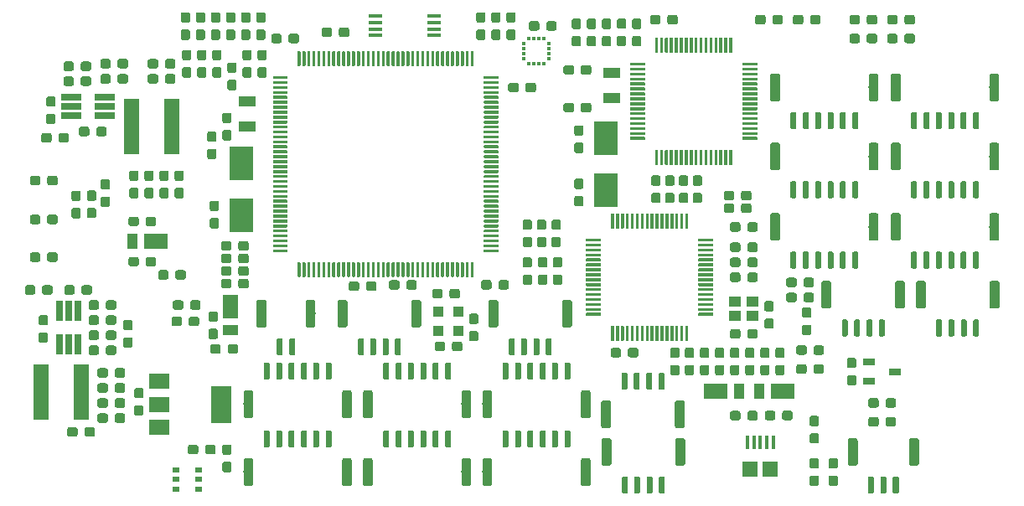
<source format=gbr>
G04 #@! TF.GenerationSoftware,KiCad,Pcbnew,(5.1.2)-1*
G04 #@! TF.CreationDate,2019-05-30T13:03:44-04:00*
G04 #@! TF.ProjectId,ZeroPilot,5a65726f-5069-46c6-9f74-2e6b69636164,rev?*
G04 #@! TF.SameCoordinates,Original*
G04 #@! TF.FileFunction,Paste,Top*
G04 #@! TF.FilePolarity,Positive*
%FSLAX46Y46*%
G04 Gerber Fmt 4.6, Leading zero omitted, Abs format (unit mm)*
G04 Created by KiCad (PCBNEW (5.1.2)-1) date 2019-05-30 13:03:44*
%MOMM*%
%LPD*%
G04 APERTURE LIST*
%ADD10C,0.100000*%
%ADD11C,1.000000*%
%ADD12C,0.600000*%
%ADD13C,0.300000*%
%ADD14C,0.950000*%
%ADD15R,0.650000X2.000000*%
%ADD16R,2.000000X0.650000*%
%ADD17R,2.000000X1.500000*%
%ADD18R,2.000000X3.800000*%
%ADD19R,1.220000X0.650000*%
%ADD20R,1.150000X1.000000*%
%ADD21R,2.400000X3.500000*%
%ADD22R,1.800000X1.000000*%
%ADD23R,1.450000X0.450000*%
%ADD24R,1.500000X1.050000*%
%ADD25R,1.500000X2.400000*%
%ADD26R,1.050000X1.500000*%
%ADD27R,2.400000X1.500000*%
%ADD28R,0.700000X0.510000*%
%ADD29R,1.000000X1.000000*%
%ADD30R,0.450000X0.300000*%
%ADD31R,0.300000X0.450000*%
%ADD32R,1.500000X1.550000*%
%ADD33R,0.400000X1.350000*%
%ADD34R,1.550000X5.600000*%
%ADD35R,1.550000X5.599999*%
G04 APERTURE END LIST*
D10*
G36*
X137202504Y-121153204D02*
G01*
X137226773Y-121156804D01*
X137250571Y-121162765D01*
X137273671Y-121171030D01*
X137295849Y-121181520D01*
X137316893Y-121194133D01*
X137336598Y-121208747D01*
X137354777Y-121225223D01*
X137371253Y-121243402D01*
X137385867Y-121263107D01*
X137398480Y-121284151D01*
X137408970Y-121306329D01*
X137417235Y-121329429D01*
X137423196Y-121353227D01*
X137426796Y-121377496D01*
X137428000Y-121402000D01*
X137428000Y-123702000D01*
X137426796Y-123726504D01*
X137423196Y-123750773D01*
X137417235Y-123774571D01*
X137408970Y-123797671D01*
X137398480Y-123819849D01*
X137385867Y-123840893D01*
X137371253Y-123860598D01*
X137354777Y-123878777D01*
X137336598Y-123895253D01*
X137316893Y-123909867D01*
X137295849Y-123922480D01*
X137273671Y-123932970D01*
X137250571Y-123941235D01*
X137226773Y-123947196D01*
X137202504Y-123950796D01*
X137178000Y-123952000D01*
X136678000Y-123952000D01*
X136653496Y-123950796D01*
X136629227Y-123947196D01*
X136605429Y-123941235D01*
X136582329Y-123932970D01*
X136560151Y-123922480D01*
X136539107Y-123909867D01*
X136519402Y-123895253D01*
X136501223Y-123878777D01*
X136484747Y-123860598D01*
X136470133Y-123840893D01*
X136457520Y-123819849D01*
X136447030Y-123797671D01*
X136438765Y-123774571D01*
X136432804Y-123750773D01*
X136429204Y-123726504D01*
X136428000Y-123702000D01*
X136428000Y-121402000D01*
X136429204Y-121377496D01*
X136432804Y-121353227D01*
X136438765Y-121329429D01*
X136447030Y-121306329D01*
X136457520Y-121284151D01*
X136470133Y-121263107D01*
X136484747Y-121243402D01*
X136501223Y-121225223D01*
X136519402Y-121208747D01*
X136539107Y-121194133D01*
X136560151Y-121181520D01*
X136582329Y-121171030D01*
X136605429Y-121162765D01*
X136629227Y-121156804D01*
X136653496Y-121153204D01*
X136678000Y-121152000D01*
X137178000Y-121152000D01*
X137202504Y-121153204D01*
X137202504Y-121153204D01*
G37*
D11*
X136928000Y-122552000D03*
D10*
G36*
X127252504Y-121153204D02*
G01*
X127276773Y-121156804D01*
X127300571Y-121162765D01*
X127323671Y-121171030D01*
X127345849Y-121181520D01*
X127366893Y-121194133D01*
X127386598Y-121208747D01*
X127404777Y-121225223D01*
X127421253Y-121243402D01*
X127435867Y-121263107D01*
X127448480Y-121284151D01*
X127458970Y-121306329D01*
X127467235Y-121329429D01*
X127473196Y-121353227D01*
X127476796Y-121377496D01*
X127478000Y-121402000D01*
X127478000Y-123702000D01*
X127476796Y-123726504D01*
X127473196Y-123750773D01*
X127467235Y-123774571D01*
X127458970Y-123797671D01*
X127448480Y-123819849D01*
X127435867Y-123840893D01*
X127421253Y-123860598D01*
X127404777Y-123878777D01*
X127386598Y-123895253D01*
X127366893Y-123909867D01*
X127345849Y-123922480D01*
X127323671Y-123932970D01*
X127300571Y-123941235D01*
X127276773Y-123947196D01*
X127252504Y-123950796D01*
X127228000Y-123952000D01*
X126728000Y-123952000D01*
X126703496Y-123950796D01*
X126679227Y-123947196D01*
X126655429Y-123941235D01*
X126632329Y-123932970D01*
X126610151Y-123922480D01*
X126589107Y-123909867D01*
X126569402Y-123895253D01*
X126551223Y-123878777D01*
X126534747Y-123860598D01*
X126520133Y-123840893D01*
X126507520Y-123819849D01*
X126497030Y-123797671D01*
X126488765Y-123774571D01*
X126482804Y-123750773D01*
X126479204Y-123726504D01*
X126478000Y-123702000D01*
X126478000Y-121402000D01*
X126479204Y-121377496D01*
X126482804Y-121353227D01*
X126488765Y-121329429D01*
X126497030Y-121306329D01*
X126507520Y-121284151D01*
X126520133Y-121263107D01*
X126534747Y-121243402D01*
X126551223Y-121225223D01*
X126569402Y-121208747D01*
X126589107Y-121194133D01*
X126610151Y-121181520D01*
X126632329Y-121171030D01*
X126655429Y-121162765D01*
X126679227Y-121156804D01*
X126703496Y-121153204D01*
X126728000Y-121152000D01*
X127228000Y-121152000D01*
X127252504Y-121153204D01*
X127252504Y-121153204D01*
G37*
D11*
X126978000Y-122552000D03*
D10*
G36*
X135242703Y-125052722D02*
G01*
X135257264Y-125054882D01*
X135271543Y-125058459D01*
X135285403Y-125063418D01*
X135298710Y-125069712D01*
X135311336Y-125077280D01*
X135323159Y-125086048D01*
X135334066Y-125095934D01*
X135343952Y-125106841D01*
X135352720Y-125118664D01*
X135360288Y-125131290D01*
X135366582Y-125144597D01*
X135371541Y-125158457D01*
X135375118Y-125172736D01*
X135377278Y-125187297D01*
X135378000Y-125202000D01*
X135378000Y-126602000D01*
X135377278Y-126616703D01*
X135375118Y-126631264D01*
X135371541Y-126645543D01*
X135366582Y-126659403D01*
X135360288Y-126672710D01*
X135352720Y-126685336D01*
X135343952Y-126697159D01*
X135334066Y-126708066D01*
X135323159Y-126717952D01*
X135311336Y-126726720D01*
X135298710Y-126734288D01*
X135285403Y-126740582D01*
X135271543Y-126745541D01*
X135257264Y-126749118D01*
X135242703Y-126751278D01*
X135228000Y-126752000D01*
X134928000Y-126752000D01*
X134913297Y-126751278D01*
X134898736Y-126749118D01*
X134884457Y-126745541D01*
X134870597Y-126740582D01*
X134857290Y-126734288D01*
X134844664Y-126726720D01*
X134832841Y-126717952D01*
X134821934Y-126708066D01*
X134812048Y-126697159D01*
X134803280Y-126685336D01*
X134795712Y-126672710D01*
X134789418Y-126659403D01*
X134784459Y-126645543D01*
X134780882Y-126631264D01*
X134778722Y-126616703D01*
X134778000Y-126602000D01*
X134778000Y-125202000D01*
X134778722Y-125187297D01*
X134780882Y-125172736D01*
X134784459Y-125158457D01*
X134789418Y-125144597D01*
X134795712Y-125131290D01*
X134803280Y-125118664D01*
X134812048Y-125106841D01*
X134821934Y-125095934D01*
X134832841Y-125086048D01*
X134844664Y-125077280D01*
X134857290Y-125069712D01*
X134870597Y-125063418D01*
X134884457Y-125058459D01*
X134898736Y-125054882D01*
X134913297Y-125052722D01*
X134928000Y-125052000D01*
X135228000Y-125052000D01*
X135242703Y-125052722D01*
X135242703Y-125052722D01*
G37*
D12*
X135078000Y-125902000D03*
D10*
G36*
X133992703Y-125052722D02*
G01*
X134007264Y-125054882D01*
X134021543Y-125058459D01*
X134035403Y-125063418D01*
X134048710Y-125069712D01*
X134061336Y-125077280D01*
X134073159Y-125086048D01*
X134084066Y-125095934D01*
X134093952Y-125106841D01*
X134102720Y-125118664D01*
X134110288Y-125131290D01*
X134116582Y-125144597D01*
X134121541Y-125158457D01*
X134125118Y-125172736D01*
X134127278Y-125187297D01*
X134128000Y-125202000D01*
X134128000Y-126602000D01*
X134127278Y-126616703D01*
X134125118Y-126631264D01*
X134121541Y-126645543D01*
X134116582Y-126659403D01*
X134110288Y-126672710D01*
X134102720Y-126685336D01*
X134093952Y-126697159D01*
X134084066Y-126708066D01*
X134073159Y-126717952D01*
X134061336Y-126726720D01*
X134048710Y-126734288D01*
X134035403Y-126740582D01*
X134021543Y-126745541D01*
X134007264Y-126749118D01*
X133992703Y-126751278D01*
X133978000Y-126752000D01*
X133678000Y-126752000D01*
X133663297Y-126751278D01*
X133648736Y-126749118D01*
X133634457Y-126745541D01*
X133620597Y-126740582D01*
X133607290Y-126734288D01*
X133594664Y-126726720D01*
X133582841Y-126717952D01*
X133571934Y-126708066D01*
X133562048Y-126697159D01*
X133553280Y-126685336D01*
X133545712Y-126672710D01*
X133539418Y-126659403D01*
X133534459Y-126645543D01*
X133530882Y-126631264D01*
X133528722Y-126616703D01*
X133528000Y-126602000D01*
X133528000Y-125202000D01*
X133528722Y-125187297D01*
X133530882Y-125172736D01*
X133534459Y-125158457D01*
X133539418Y-125144597D01*
X133545712Y-125131290D01*
X133553280Y-125118664D01*
X133562048Y-125106841D01*
X133571934Y-125095934D01*
X133582841Y-125086048D01*
X133594664Y-125077280D01*
X133607290Y-125069712D01*
X133620597Y-125063418D01*
X133634457Y-125058459D01*
X133648736Y-125054882D01*
X133663297Y-125052722D01*
X133678000Y-125052000D01*
X133978000Y-125052000D01*
X133992703Y-125052722D01*
X133992703Y-125052722D01*
G37*
D12*
X133828000Y-125902000D03*
D10*
G36*
X132742703Y-125052722D02*
G01*
X132757264Y-125054882D01*
X132771543Y-125058459D01*
X132785403Y-125063418D01*
X132798710Y-125069712D01*
X132811336Y-125077280D01*
X132823159Y-125086048D01*
X132834066Y-125095934D01*
X132843952Y-125106841D01*
X132852720Y-125118664D01*
X132860288Y-125131290D01*
X132866582Y-125144597D01*
X132871541Y-125158457D01*
X132875118Y-125172736D01*
X132877278Y-125187297D01*
X132878000Y-125202000D01*
X132878000Y-126602000D01*
X132877278Y-126616703D01*
X132875118Y-126631264D01*
X132871541Y-126645543D01*
X132866582Y-126659403D01*
X132860288Y-126672710D01*
X132852720Y-126685336D01*
X132843952Y-126697159D01*
X132834066Y-126708066D01*
X132823159Y-126717952D01*
X132811336Y-126726720D01*
X132798710Y-126734288D01*
X132785403Y-126740582D01*
X132771543Y-126745541D01*
X132757264Y-126749118D01*
X132742703Y-126751278D01*
X132728000Y-126752000D01*
X132428000Y-126752000D01*
X132413297Y-126751278D01*
X132398736Y-126749118D01*
X132384457Y-126745541D01*
X132370597Y-126740582D01*
X132357290Y-126734288D01*
X132344664Y-126726720D01*
X132332841Y-126717952D01*
X132321934Y-126708066D01*
X132312048Y-126697159D01*
X132303280Y-126685336D01*
X132295712Y-126672710D01*
X132289418Y-126659403D01*
X132284459Y-126645543D01*
X132280882Y-126631264D01*
X132278722Y-126616703D01*
X132278000Y-126602000D01*
X132278000Y-125202000D01*
X132278722Y-125187297D01*
X132280882Y-125172736D01*
X132284459Y-125158457D01*
X132289418Y-125144597D01*
X132295712Y-125131290D01*
X132303280Y-125118664D01*
X132312048Y-125106841D01*
X132321934Y-125095934D01*
X132332841Y-125086048D01*
X132344664Y-125077280D01*
X132357290Y-125069712D01*
X132370597Y-125063418D01*
X132384457Y-125058459D01*
X132398736Y-125054882D01*
X132413297Y-125052722D01*
X132428000Y-125052000D01*
X132728000Y-125052000D01*
X132742703Y-125052722D01*
X132742703Y-125052722D01*
G37*
D12*
X132578000Y-125902000D03*
D10*
G36*
X131492703Y-125052722D02*
G01*
X131507264Y-125054882D01*
X131521543Y-125058459D01*
X131535403Y-125063418D01*
X131548710Y-125069712D01*
X131561336Y-125077280D01*
X131573159Y-125086048D01*
X131584066Y-125095934D01*
X131593952Y-125106841D01*
X131602720Y-125118664D01*
X131610288Y-125131290D01*
X131616582Y-125144597D01*
X131621541Y-125158457D01*
X131625118Y-125172736D01*
X131627278Y-125187297D01*
X131628000Y-125202000D01*
X131628000Y-126602000D01*
X131627278Y-126616703D01*
X131625118Y-126631264D01*
X131621541Y-126645543D01*
X131616582Y-126659403D01*
X131610288Y-126672710D01*
X131602720Y-126685336D01*
X131593952Y-126697159D01*
X131584066Y-126708066D01*
X131573159Y-126717952D01*
X131561336Y-126726720D01*
X131548710Y-126734288D01*
X131535403Y-126740582D01*
X131521543Y-126745541D01*
X131507264Y-126749118D01*
X131492703Y-126751278D01*
X131478000Y-126752000D01*
X131178000Y-126752000D01*
X131163297Y-126751278D01*
X131148736Y-126749118D01*
X131134457Y-126745541D01*
X131120597Y-126740582D01*
X131107290Y-126734288D01*
X131094664Y-126726720D01*
X131082841Y-126717952D01*
X131071934Y-126708066D01*
X131062048Y-126697159D01*
X131053280Y-126685336D01*
X131045712Y-126672710D01*
X131039418Y-126659403D01*
X131034459Y-126645543D01*
X131030882Y-126631264D01*
X131028722Y-126616703D01*
X131028000Y-126602000D01*
X131028000Y-125202000D01*
X131028722Y-125187297D01*
X131030882Y-125172736D01*
X131034459Y-125158457D01*
X131039418Y-125144597D01*
X131045712Y-125131290D01*
X131053280Y-125118664D01*
X131062048Y-125106841D01*
X131071934Y-125095934D01*
X131082841Y-125086048D01*
X131094664Y-125077280D01*
X131107290Y-125069712D01*
X131120597Y-125063418D01*
X131134457Y-125058459D01*
X131148736Y-125054882D01*
X131163297Y-125052722D01*
X131178000Y-125052000D01*
X131478000Y-125052000D01*
X131492703Y-125052722D01*
X131492703Y-125052722D01*
G37*
D12*
X131328000Y-125902000D03*
D10*
G36*
X130242703Y-125052722D02*
G01*
X130257264Y-125054882D01*
X130271543Y-125058459D01*
X130285403Y-125063418D01*
X130298710Y-125069712D01*
X130311336Y-125077280D01*
X130323159Y-125086048D01*
X130334066Y-125095934D01*
X130343952Y-125106841D01*
X130352720Y-125118664D01*
X130360288Y-125131290D01*
X130366582Y-125144597D01*
X130371541Y-125158457D01*
X130375118Y-125172736D01*
X130377278Y-125187297D01*
X130378000Y-125202000D01*
X130378000Y-126602000D01*
X130377278Y-126616703D01*
X130375118Y-126631264D01*
X130371541Y-126645543D01*
X130366582Y-126659403D01*
X130360288Y-126672710D01*
X130352720Y-126685336D01*
X130343952Y-126697159D01*
X130334066Y-126708066D01*
X130323159Y-126717952D01*
X130311336Y-126726720D01*
X130298710Y-126734288D01*
X130285403Y-126740582D01*
X130271543Y-126745541D01*
X130257264Y-126749118D01*
X130242703Y-126751278D01*
X130228000Y-126752000D01*
X129928000Y-126752000D01*
X129913297Y-126751278D01*
X129898736Y-126749118D01*
X129884457Y-126745541D01*
X129870597Y-126740582D01*
X129857290Y-126734288D01*
X129844664Y-126726720D01*
X129832841Y-126717952D01*
X129821934Y-126708066D01*
X129812048Y-126697159D01*
X129803280Y-126685336D01*
X129795712Y-126672710D01*
X129789418Y-126659403D01*
X129784459Y-126645543D01*
X129780882Y-126631264D01*
X129778722Y-126616703D01*
X129778000Y-126602000D01*
X129778000Y-125202000D01*
X129778722Y-125187297D01*
X129780882Y-125172736D01*
X129784459Y-125158457D01*
X129789418Y-125144597D01*
X129795712Y-125131290D01*
X129803280Y-125118664D01*
X129812048Y-125106841D01*
X129821934Y-125095934D01*
X129832841Y-125086048D01*
X129844664Y-125077280D01*
X129857290Y-125069712D01*
X129870597Y-125063418D01*
X129884457Y-125058459D01*
X129898736Y-125054882D01*
X129913297Y-125052722D01*
X129928000Y-125052000D01*
X130228000Y-125052000D01*
X130242703Y-125052722D01*
X130242703Y-125052722D01*
G37*
D12*
X130078000Y-125902000D03*
D10*
G36*
X128992703Y-125052722D02*
G01*
X129007264Y-125054882D01*
X129021543Y-125058459D01*
X129035403Y-125063418D01*
X129048710Y-125069712D01*
X129061336Y-125077280D01*
X129073159Y-125086048D01*
X129084066Y-125095934D01*
X129093952Y-125106841D01*
X129102720Y-125118664D01*
X129110288Y-125131290D01*
X129116582Y-125144597D01*
X129121541Y-125158457D01*
X129125118Y-125172736D01*
X129127278Y-125187297D01*
X129128000Y-125202000D01*
X129128000Y-126602000D01*
X129127278Y-126616703D01*
X129125118Y-126631264D01*
X129121541Y-126645543D01*
X129116582Y-126659403D01*
X129110288Y-126672710D01*
X129102720Y-126685336D01*
X129093952Y-126697159D01*
X129084066Y-126708066D01*
X129073159Y-126717952D01*
X129061336Y-126726720D01*
X129048710Y-126734288D01*
X129035403Y-126740582D01*
X129021543Y-126745541D01*
X129007264Y-126749118D01*
X128992703Y-126751278D01*
X128978000Y-126752000D01*
X128678000Y-126752000D01*
X128663297Y-126751278D01*
X128648736Y-126749118D01*
X128634457Y-126745541D01*
X128620597Y-126740582D01*
X128607290Y-126734288D01*
X128594664Y-126726720D01*
X128582841Y-126717952D01*
X128571934Y-126708066D01*
X128562048Y-126697159D01*
X128553280Y-126685336D01*
X128545712Y-126672710D01*
X128539418Y-126659403D01*
X128534459Y-126645543D01*
X128530882Y-126631264D01*
X128528722Y-126616703D01*
X128528000Y-126602000D01*
X128528000Y-125202000D01*
X128528722Y-125187297D01*
X128530882Y-125172736D01*
X128534459Y-125158457D01*
X128539418Y-125144597D01*
X128545712Y-125131290D01*
X128553280Y-125118664D01*
X128562048Y-125106841D01*
X128571934Y-125095934D01*
X128582841Y-125086048D01*
X128594664Y-125077280D01*
X128607290Y-125069712D01*
X128620597Y-125063418D01*
X128634457Y-125058459D01*
X128648736Y-125054882D01*
X128663297Y-125052722D01*
X128678000Y-125052000D01*
X128978000Y-125052000D01*
X128992703Y-125052722D01*
X128992703Y-125052722D01*
G37*
D12*
X128828000Y-125902000D03*
D10*
G36*
X149394504Y-114041204D02*
G01*
X149418773Y-114044804D01*
X149442571Y-114050765D01*
X149465671Y-114059030D01*
X149487849Y-114069520D01*
X149508893Y-114082133D01*
X149528598Y-114096747D01*
X149546777Y-114113223D01*
X149563253Y-114131402D01*
X149577867Y-114151107D01*
X149590480Y-114172151D01*
X149600970Y-114194329D01*
X149609235Y-114217429D01*
X149615196Y-114241227D01*
X149618796Y-114265496D01*
X149620000Y-114290000D01*
X149620000Y-116590000D01*
X149618796Y-116614504D01*
X149615196Y-116638773D01*
X149609235Y-116662571D01*
X149600970Y-116685671D01*
X149590480Y-116707849D01*
X149577867Y-116728893D01*
X149563253Y-116748598D01*
X149546777Y-116766777D01*
X149528598Y-116783253D01*
X149508893Y-116797867D01*
X149487849Y-116810480D01*
X149465671Y-116820970D01*
X149442571Y-116829235D01*
X149418773Y-116835196D01*
X149394504Y-116838796D01*
X149370000Y-116840000D01*
X148870000Y-116840000D01*
X148845496Y-116838796D01*
X148821227Y-116835196D01*
X148797429Y-116829235D01*
X148774329Y-116820970D01*
X148752151Y-116810480D01*
X148731107Y-116797867D01*
X148711402Y-116783253D01*
X148693223Y-116766777D01*
X148676747Y-116748598D01*
X148662133Y-116728893D01*
X148649520Y-116707849D01*
X148639030Y-116685671D01*
X148630765Y-116662571D01*
X148624804Y-116638773D01*
X148621204Y-116614504D01*
X148620000Y-116590000D01*
X148620000Y-114290000D01*
X148621204Y-114265496D01*
X148624804Y-114241227D01*
X148630765Y-114217429D01*
X148639030Y-114194329D01*
X148649520Y-114172151D01*
X148662133Y-114151107D01*
X148676747Y-114131402D01*
X148693223Y-114113223D01*
X148711402Y-114096747D01*
X148731107Y-114082133D01*
X148752151Y-114069520D01*
X148774329Y-114059030D01*
X148797429Y-114050765D01*
X148821227Y-114044804D01*
X148845496Y-114041204D01*
X148870000Y-114040000D01*
X149370000Y-114040000D01*
X149394504Y-114041204D01*
X149394504Y-114041204D01*
G37*
D11*
X149120000Y-115440000D03*
D10*
G36*
X139444504Y-114041204D02*
G01*
X139468773Y-114044804D01*
X139492571Y-114050765D01*
X139515671Y-114059030D01*
X139537849Y-114069520D01*
X139558893Y-114082133D01*
X139578598Y-114096747D01*
X139596777Y-114113223D01*
X139613253Y-114131402D01*
X139627867Y-114151107D01*
X139640480Y-114172151D01*
X139650970Y-114194329D01*
X139659235Y-114217429D01*
X139665196Y-114241227D01*
X139668796Y-114265496D01*
X139670000Y-114290000D01*
X139670000Y-116590000D01*
X139668796Y-116614504D01*
X139665196Y-116638773D01*
X139659235Y-116662571D01*
X139650970Y-116685671D01*
X139640480Y-116707849D01*
X139627867Y-116728893D01*
X139613253Y-116748598D01*
X139596777Y-116766777D01*
X139578598Y-116783253D01*
X139558893Y-116797867D01*
X139537849Y-116810480D01*
X139515671Y-116820970D01*
X139492571Y-116829235D01*
X139468773Y-116835196D01*
X139444504Y-116838796D01*
X139420000Y-116840000D01*
X138920000Y-116840000D01*
X138895496Y-116838796D01*
X138871227Y-116835196D01*
X138847429Y-116829235D01*
X138824329Y-116820970D01*
X138802151Y-116810480D01*
X138781107Y-116797867D01*
X138761402Y-116783253D01*
X138743223Y-116766777D01*
X138726747Y-116748598D01*
X138712133Y-116728893D01*
X138699520Y-116707849D01*
X138689030Y-116685671D01*
X138680765Y-116662571D01*
X138674804Y-116638773D01*
X138671204Y-116614504D01*
X138670000Y-116590000D01*
X138670000Y-114290000D01*
X138671204Y-114265496D01*
X138674804Y-114241227D01*
X138680765Y-114217429D01*
X138689030Y-114194329D01*
X138699520Y-114172151D01*
X138712133Y-114151107D01*
X138726747Y-114131402D01*
X138743223Y-114113223D01*
X138761402Y-114096747D01*
X138781107Y-114082133D01*
X138802151Y-114069520D01*
X138824329Y-114059030D01*
X138847429Y-114050765D01*
X138871227Y-114044804D01*
X138895496Y-114041204D01*
X138920000Y-114040000D01*
X139420000Y-114040000D01*
X139444504Y-114041204D01*
X139444504Y-114041204D01*
G37*
D11*
X139170000Y-115440000D03*
D10*
G36*
X147434703Y-117940722D02*
G01*
X147449264Y-117942882D01*
X147463543Y-117946459D01*
X147477403Y-117951418D01*
X147490710Y-117957712D01*
X147503336Y-117965280D01*
X147515159Y-117974048D01*
X147526066Y-117983934D01*
X147535952Y-117994841D01*
X147544720Y-118006664D01*
X147552288Y-118019290D01*
X147558582Y-118032597D01*
X147563541Y-118046457D01*
X147567118Y-118060736D01*
X147569278Y-118075297D01*
X147570000Y-118090000D01*
X147570000Y-119490000D01*
X147569278Y-119504703D01*
X147567118Y-119519264D01*
X147563541Y-119533543D01*
X147558582Y-119547403D01*
X147552288Y-119560710D01*
X147544720Y-119573336D01*
X147535952Y-119585159D01*
X147526066Y-119596066D01*
X147515159Y-119605952D01*
X147503336Y-119614720D01*
X147490710Y-119622288D01*
X147477403Y-119628582D01*
X147463543Y-119633541D01*
X147449264Y-119637118D01*
X147434703Y-119639278D01*
X147420000Y-119640000D01*
X147120000Y-119640000D01*
X147105297Y-119639278D01*
X147090736Y-119637118D01*
X147076457Y-119633541D01*
X147062597Y-119628582D01*
X147049290Y-119622288D01*
X147036664Y-119614720D01*
X147024841Y-119605952D01*
X147013934Y-119596066D01*
X147004048Y-119585159D01*
X146995280Y-119573336D01*
X146987712Y-119560710D01*
X146981418Y-119547403D01*
X146976459Y-119533543D01*
X146972882Y-119519264D01*
X146970722Y-119504703D01*
X146970000Y-119490000D01*
X146970000Y-118090000D01*
X146970722Y-118075297D01*
X146972882Y-118060736D01*
X146976459Y-118046457D01*
X146981418Y-118032597D01*
X146987712Y-118019290D01*
X146995280Y-118006664D01*
X147004048Y-117994841D01*
X147013934Y-117983934D01*
X147024841Y-117974048D01*
X147036664Y-117965280D01*
X147049290Y-117957712D01*
X147062597Y-117951418D01*
X147076457Y-117946459D01*
X147090736Y-117942882D01*
X147105297Y-117940722D01*
X147120000Y-117940000D01*
X147420000Y-117940000D01*
X147434703Y-117940722D01*
X147434703Y-117940722D01*
G37*
D12*
X147270000Y-118790000D03*
D10*
G36*
X146184703Y-117940722D02*
G01*
X146199264Y-117942882D01*
X146213543Y-117946459D01*
X146227403Y-117951418D01*
X146240710Y-117957712D01*
X146253336Y-117965280D01*
X146265159Y-117974048D01*
X146276066Y-117983934D01*
X146285952Y-117994841D01*
X146294720Y-118006664D01*
X146302288Y-118019290D01*
X146308582Y-118032597D01*
X146313541Y-118046457D01*
X146317118Y-118060736D01*
X146319278Y-118075297D01*
X146320000Y-118090000D01*
X146320000Y-119490000D01*
X146319278Y-119504703D01*
X146317118Y-119519264D01*
X146313541Y-119533543D01*
X146308582Y-119547403D01*
X146302288Y-119560710D01*
X146294720Y-119573336D01*
X146285952Y-119585159D01*
X146276066Y-119596066D01*
X146265159Y-119605952D01*
X146253336Y-119614720D01*
X146240710Y-119622288D01*
X146227403Y-119628582D01*
X146213543Y-119633541D01*
X146199264Y-119637118D01*
X146184703Y-119639278D01*
X146170000Y-119640000D01*
X145870000Y-119640000D01*
X145855297Y-119639278D01*
X145840736Y-119637118D01*
X145826457Y-119633541D01*
X145812597Y-119628582D01*
X145799290Y-119622288D01*
X145786664Y-119614720D01*
X145774841Y-119605952D01*
X145763934Y-119596066D01*
X145754048Y-119585159D01*
X145745280Y-119573336D01*
X145737712Y-119560710D01*
X145731418Y-119547403D01*
X145726459Y-119533543D01*
X145722882Y-119519264D01*
X145720722Y-119504703D01*
X145720000Y-119490000D01*
X145720000Y-118090000D01*
X145720722Y-118075297D01*
X145722882Y-118060736D01*
X145726459Y-118046457D01*
X145731418Y-118032597D01*
X145737712Y-118019290D01*
X145745280Y-118006664D01*
X145754048Y-117994841D01*
X145763934Y-117983934D01*
X145774841Y-117974048D01*
X145786664Y-117965280D01*
X145799290Y-117957712D01*
X145812597Y-117951418D01*
X145826457Y-117946459D01*
X145840736Y-117942882D01*
X145855297Y-117940722D01*
X145870000Y-117940000D01*
X146170000Y-117940000D01*
X146184703Y-117940722D01*
X146184703Y-117940722D01*
G37*
D12*
X146020000Y-118790000D03*
D10*
G36*
X144934703Y-117940722D02*
G01*
X144949264Y-117942882D01*
X144963543Y-117946459D01*
X144977403Y-117951418D01*
X144990710Y-117957712D01*
X145003336Y-117965280D01*
X145015159Y-117974048D01*
X145026066Y-117983934D01*
X145035952Y-117994841D01*
X145044720Y-118006664D01*
X145052288Y-118019290D01*
X145058582Y-118032597D01*
X145063541Y-118046457D01*
X145067118Y-118060736D01*
X145069278Y-118075297D01*
X145070000Y-118090000D01*
X145070000Y-119490000D01*
X145069278Y-119504703D01*
X145067118Y-119519264D01*
X145063541Y-119533543D01*
X145058582Y-119547403D01*
X145052288Y-119560710D01*
X145044720Y-119573336D01*
X145035952Y-119585159D01*
X145026066Y-119596066D01*
X145015159Y-119605952D01*
X145003336Y-119614720D01*
X144990710Y-119622288D01*
X144977403Y-119628582D01*
X144963543Y-119633541D01*
X144949264Y-119637118D01*
X144934703Y-119639278D01*
X144920000Y-119640000D01*
X144620000Y-119640000D01*
X144605297Y-119639278D01*
X144590736Y-119637118D01*
X144576457Y-119633541D01*
X144562597Y-119628582D01*
X144549290Y-119622288D01*
X144536664Y-119614720D01*
X144524841Y-119605952D01*
X144513934Y-119596066D01*
X144504048Y-119585159D01*
X144495280Y-119573336D01*
X144487712Y-119560710D01*
X144481418Y-119547403D01*
X144476459Y-119533543D01*
X144472882Y-119519264D01*
X144470722Y-119504703D01*
X144470000Y-119490000D01*
X144470000Y-118090000D01*
X144470722Y-118075297D01*
X144472882Y-118060736D01*
X144476459Y-118046457D01*
X144481418Y-118032597D01*
X144487712Y-118019290D01*
X144495280Y-118006664D01*
X144504048Y-117994841D01*
X144513934Y-117983934D01*
X144524841Y-117974048D01*
X144536664Y-117965280D01*
X144549290Y-117957712D01*
X144562597Y-117951418D01*
X144576457Y-117946459D01*
X144590736Y-117942882D01*
X144605297Y-117940722D01*
X144620000Y-117940000D01*
X144920000Y-117940000D01*
X144934703Y-117940722D01*
X144934703Y-117940722D01*
G37*
D12*
X144770000Y-118790000D03*
D10*
G36*
X143684703Y-117940722D02*
G01*
X143699264Y-117942882D01*
X143713543Y-117946459D01*
X143727403Y-117951418D01*
X143740710Y-117957712D01*
X143753336Y-117965280D01*
X143765159Y-117974048D01*
X143776066Y-117983934D01*
X143785952Y-117994841D01*
X143794720Y-118006664D01*
X143802288Y-118019290D01*
X143808582Y-118032597D01*
X143813541Y-118046457D01*
X143817118Y-118060736D01*
X143819278Y-118075297D01*
X143820000Y-118090000D01*
X143820000Y-119490000D01*
X143819278Y-119504703D01*
X143817118Y-119519264D01*
X143813541Y-119533543D01*
X143808582Y-119547403D01*
X143802288Y-119560710D01*
X143794720Y-119573336D01*
X143785952Y-119585159D01*
X143776066Y-119596066D01*
X143765159Y-119605952D01*
X143753336Y-119614720D01*
X143740710Y-119622288D01*
X143727403Y-119628582D01*
X143713543Y-119633541D01*
X143699264Y-119637118D01*
X143684703Y-119639278D01*
X143670000Y-119640000D01*
X143370000Y-119640000D01*
X143355297Y-119639278D01*
X143340736Y-119637118D01*
X143326457Y-119633541D01*
X143312597Y-119628582D01*
X143299290Y-119622288D01*
X143286664Y-119614720D01*
X143274841Y-119605952D01*
X143263934Y-119596066D01*
X143254048Y-119585159D01*
X143245280Y-119573336D01*
X143237712Y-119560710D01*
X143231418Y-119547403D01*
X143226459Y-119533543D01*
X143222882Y-119519264D01*
X143220722Y-119504703D01*
X143220000Y-119490000D01*
X143220000Y-118090000D01*
X143220722Y-118075297D01*
X143222882Y-118060736D01*
X143226459Y-118046457D01*
X143231418Y-118032597D01*
X143237712Y-118019290D01*
X143245280Y-118006664D01*
X143254048Y-117994841D01*
X143263934Y-117983934D01*
X143274841Y-117974048D01*
X143286664Y-117965280D01*
X143299290Y-117957712D01*
X143312597Y-117951418D01*
X143326457Y-117946459D01*
X143340736Y-117942882D01*
X143355297Y-117940722D01*
X143370000Y-117940000D01*
X143670000Y-117940000D01*
X143684703Y-117940722D01*
X143684703Y-117940722D01*
G37*
D12*
X143520000Y-118790000D03*
D10*
G36*
X142434703Y-117940722D02*
G01*
X142449264Y-117942882D01*
X142463543Y-117946459D01*
X142477403Y-117951418D01*
X142490710Y-117957712D01*
X142503336Y-117965280D01*
X142515159Y-117974048D01*
X142526066Y-117983934D01*
X142535952Y-117994841D01*
X142544720Y-118006664D01*
X142552288Y-118019290D01*
X142558582Y-118032597D01*
X142563541Y-118046457D01*
X142567118Y-118060736D01*
X142569278Y-118075297D01*
X142570000Y-118090000D01*
X142570000Y-119490000D01*
X142569278Y-119504703D01*
X142567118Y-119519264D01*
X142563541Y-119533543D01*
X142558582Y-119547403D01*
X142552288Y-119560710D01*
X142544720Y-119573336D01*
X142535952Y-119585159D01*
X142526066Y-119596066D01*
X142515159Y-119605952D01*
X142503336Y-119614720D01*
X142490710Y-119622288D01*
X142477403Y-119628582D01*
X142463543Y-119633541D01*
X142449264Y-119637118D01*
X142434703Y-119639278D01*
X142420000Y-119640000D01*
X142120000Y-119640000D01*
X142105297Y-119639278D01*
X142090736Y-119637118D01*
X142076457Y-119633541D01*
X142062597Y-119628582D01*
X142049290Y-119622288D01*
X142036664Y-119614720D01*
X142024841Y-119605952D01*
X142013934Y-119596066D01*
X142004048Y-119585159D01*
X141995280Y-119573336D01*
X141987712Y-119560710D01*
X141981418Y-119547403D01*
X141976459Y-119533543D01*
X141972882Y-119519264D01*
X141970722Y-119504703D01*
X141970000Y-119490000D01*
X141970000Y-118090000D01*
X141970722Y-118075297D01*
X141972882Y-118060736D01*
X141976459Y-118046457D01*
X141981418Y-118032597D01*
X141987712Y-118019290D01*
X141995280Y-118006664D01*
X142004048Y-117994841D01*
X142013934Y-117983934D01*
X142024841Y-117974048D01*
X142036664Y-117965280D01*
X142049290Y-117957712D01*
X142062597Y-117951418D01*
X142076457Y-117946459D01*
X142090736Y-117942882D01*
X142105297Y-117940722D01*
X142120000Y-117940000D01*
X142420000Y-117940000D01*
X142434703Y-117940722D01*
X142434703Y-117940722D01*
G37*
D12*
X142270000Y-118790000D03*
D10*
G36*
X141184703Y-117940722D02*
G01*
X141199264Y-117942882D01*
X141213543Y-117946459D01*
X141227403Y-117951418D01*
X141240710Y-117957712D01*
X141253336Y-117965280D01*
X141265159Y-117974048D01*
X141276066Y-117983934D01*
X141285952Y-117994841D01*
X141294720Y-118006664D01*
X141302288Y-118019290D01*
X141308582Y-118032597D01*
X141313541Y-118046457D01*
X141317118Y-118060736D01*
X141319278Y-118075297D01*
X141320000Y-118090000D01*
X141320000Y-119490000D01*
X141319278Y-119504703D01*
X141317118Y-119519264D01*
X141313541Y-119533543D01*
X141308582Y-119547403D01*
X141302288Y-119560710D01*
X141294720Y-119573336D01*
X141285952Y-119585159D01*
X141276066Y-119596066D01*
X141265159Y-119605952D01*
X141253336Y-119614720D01*
X141240710Y-119622288D01*
X141227403Y-119628582D01*
X141213543Y-119633541D01*
X141199264Y-119637118D01*
X141184703Y-119639278D01*
X141170000Y-119640000D01*
X140870000Y-119640000D01*
X140855297Y-119639278D01*
X140840736Y-119637118D01*
X140826457Y-119633541D01*
X140812597Y-119628582D01*
X140799290Y-119622288D01*
X140786664Y-119614720D01*
X140774841Y-119605952D01*
X140763934Y-119596066D01*
X140754048Y-119585159D01*
X140745280Y-119573336D01*
X140737712Y-119560710D01*
X140731418Y-119547403D01*
X140726459Y-119533543D01*
X140722882Y-119519264D01*
X140720722Y-119504703D01*
X140720000Y-119490000D01*
X140720000Y-118090000D01*
X140720722Y-118075297D01*
X140722882Y-118060736D01*
X140726459Y-118046457D01*
X140731418Y-118032597D01*
X140737712Y-118019290D01*
X140745280Y-118006664D01*
X140754048Y-117994841D01*
X140763934Y-117983934D01*
X140774841Y-117974048D01*
X140786664Y-117965280D01*
X140799290Y-117957712D01*
X140812597Y-117951418D01*
X140826457Y-117946459D01*
X140840736Y-117942882D01*
X140855297Y-117940722D01*
X140870000Y-117940000D01*
X141170000Y-117940000D01*
X141184703Y-117940722D01*
X141184703Y-117940722D01*
G37*
D12*
X141020000Y-118790000D03*
D10*
G36*
X78962351Y-104805361D02*
G01*
X78969632Y-104806441D01*
X78976771Y-104808229D01*
X78983701Y-104810709D01*
X78990355Y-104813856D01*
X78996668Y-104817640D01*
X79002579Y-104822024D01*
X79008033Y-104826967D01*
X79012976Y-104832421D01*
X79017360Y-104838332D01*
X79021144Y-104844645D01*
X79024291Y-104851299D01*
X79026771Y-104858229D01*
X79028559Y-104865368D01*
X79029639Y-104872649D01*
X79030000Y-104880000D01*
X79030000Y-106205000D01*
X79029639Y-106212351D01*
X79028559Y-106219632D01*
X79026771Y-106226771D01*
X79024291Y-106233701D01*
X79021144Y-106240355D01*
X79017360Y-106246668D01*
X79012976Y-106252579D01*
X79008033Y-106258033D01*
X79002579Y-106262976D01*
X78996668Y-106267360D01*
X78990355Y-106271144D01*
X78983701Y-106274291D01*
X78976771Y-106276771D01*
X78969632Y-106278559D01*
X78962351Y-106279639D01*
X78955000Y-106280000D01*
X78805000Y-106280000D01*
X78797649Y-106279639D01*
X78790368Y-106278559D01*
X78783229Y-106276771D01*
X78776299Y-106274291D01*
X78769645Y-106271144D01*
X78763332Y-106267360D01*
X78757421Y-106262976D01*
X78751967Y-106258033D01*
X78747024Y-106252579D01*
X78742640Y-106246668D01*
X78738856Y-106240355D01*
X78735709Y-106233701D01*
X78733229Y-106226771D01*
X78731441Y-106219632D01*
X78730361Y-106212351D01*
X78730000Y-106205000D01*
X78730000Y-104880000D01*
X78730361Y-104872649D01*
X78731441Y-104865368D01*
X78733229Y-104858229D01*
X78735709Y-104851299D01*
X78738856Y-104844645D01*
X78742640Y-104838332D01*
X78747024Y-104832421D01*
X78751967Y-104826967D01*
X78757421Y-104822024D01*
X78763332Y-104817640D01*
X78769645Y-104813856D01*
X78776299Y-104810709D01*
X78783229Y-104808229D01*
X78790368Y-104806441D01*
X78797649Y-104805361D01*
X78805000Y-104805000D01*
X78955000Y-104805000D01*
X78962351Y-104805361D01*
X78962351Y-104805361D01*
G37*
D13*
X78880000Y-105542500D03*
D10*
G36*
X79462351Y-104805361D02*
G01*
X79469632Y-104806441D01*
X79476771Y-104808229D01*
X79483701Y-104810709D01*
X79490355Y-104813856D01*
X79496668Y-104817640D01*
X79502579Y-104822024D01*
X79508033Y-104826967D01*
X79512976Y-104832421D01*
X79517360Y-104838332D01*
X79521144Y-104844645D01*
X79524291Y-104851299D01*
X79526771Y-104858229D01*
X79528559Y-104865368D01*
X79529639Y-104872649D01*
X79530000Y-104880000D01*
X79530000Y-106205000D01*
X79529639Y-106212351D01*
X79528559Y-106219632D01*
X79526771Y-106226771D01*
X79524291Y-106233701D01*
X79521144Y-106240355D01*
X79517360Y-106246668D01*
X79512976Y-106252579D01*
X79508033Y-106258033D01*
X79502579Y-106262976D01*
X79496668Y-106267360D01*
X79490355Y-106271144D01*
X79483701Y-106274291D01*
X79476771Y-106276771D01*
X79469632Y-106278559D01*
X79462351Y-106279639D01*
X79455000Y-106280000D01*
X79305000Y-106280000D01*
X79297649Y-106279639D01*
X79290368Y-106278559D01*
X79283229Y-106276771D01*
X79276299Y-106274291D01*
X79269645Y-106271144D01*
X79263332Y-106267360D01*
X79257421Y-106262976D01*
X79251967Y-106258033D01*
X79247024Y-106252579D01*
X79242640Y-106246668D01*
X79238856Y-106240355D01*
X79235709Y-106233701D01*
X79233229Y-106226771D01*
X79231441Y-106219632D01*
X79230361Y-106212351D01*
X79230000Y-106205000D01*
X79230000Y-104880000D01*
X79230361Y-104872649D01*
X79231441Y-104865368D01*
X79233229Y-104858229D01*
X79235709Y-104851299D01*
X79238856Y-104844645D01*
X79242640Y-104838332D01*
X79247024Y-104832421D01*
X79251967Y-104826967D01*
X79257421Y-104822024D01*
X79263332Y-104817640D01*
X79269645Y-104813856D01*
X79276299Y-104810709D01*
X79283229Y-104808229D01*
X79290368Y-104806441D01*
X79297649Y-104805361D01*
X79305000Y-104805000D01*
X79455000Y-104805000D01*
X79462351Y-104805361D01*
X79462351Y-104805361D01*
G37*
D13*
X79380000Y-105542500D03*
D10*
G36*
X79962351Y-104805361D02*
G01*
X79969632Y-104806441D01*
X79976771Y-104808229D01*
X79983701Y-104810709D01*
X79990355Y-104813856D01*
X79996668Y-104817640D01*
X80002579Y-104822024D01*
X80008033Y-104826967D01*
X80012976Y-104832421D01*
X80017360Y-104838332D01*
X80021144Y-104844645D01*
X80024291Y-104851299D01*
X80026771Y-104858229D01*
X80028559Y-104865368D01*
X80029639Y-104872649D01*
X80030000Y-104880000D01*
X80030000Y-106205000D01*
X80029639Y-106212351D01*
X80028559Y-106219632D01*
X80026771Y-106226771D01*
X80024291Y-106233701D01*
X80021144Y-106240355D01*
X80017360Y-106246668D01*
X80012976Y-106252579D01*
X80008033Y-106258033D01*
X80002579Y-106262976D01*
X79996668Y-106267360D01*
X79990355Y-106271144D01*
X79983701Y-106274291D01*
X79976771Y-106276771D01*
X79969632Y-106278559D01*
X79962351Y-106279639D01*
X79955000Y-106280000D01*
X79805000Y-106280000D01*
X79797649Y-106279639D01*
X79790368Y-106278559D01*
X79783229Y-106276771D01*
X79776299Y-106274291D01*
X79769645Y-106271144D01*
X79763332Y-106267360D01*
X79757421Y-106262976D01*
X79751967Y-106258033D01*
X79747024Y-106252579D01*
X79742640Y-106246668D01*
X79738856Y-106240355D01*
X79735709Y-106233701D01*
X79733229Y-106226771D01*
X79731441Y-106219632D01*
X79730361Y-106212351D01*
X79730000Y-106205000D01*
X79730000Y-104880000D01*
X79730361Y-104872649D01*
X79731441Y-104865368D01*
X79733229Y-104858229D01*
X79735709Y-104851299D01*
X79738856Y-104844645D01*
X79742640Y-104838332D01*
X79747024Y-104832421D01*
X79751967Y-104826967D01*
X79757421Y-104822024D01*
X79763332Y-104817640D01*
X79769645Y-104813856D01*
X79776299Y-104810709D01*
X79783229Y-104808229D01*
X79790368Y-104806441D01*
X79797649Y-104805361D01*
X79805000Y-104805000D01*
X79955000Y-104805000D01*
X79962351Y-104805361D01*
X79962351Y-104805361D01*
G37*
D13*
X79880000Y-105542500D03*
D10*
G36*
X80462351Y-104805361D02*
G01*
X80469632Y-104806441D01*
X80476771Y-104808229D01*
X80483701Y-104810709D01*
X80490355Y-104813856D01*
X80496668Y-104817640D01*
X80502579Y-104822024D01*
X80508033Y-104826967D01*
X80512976Y-104832421D01*
X80517360Y-104838332D01*
X80521144Y-104844645D01*
X80524291Y-104851299D01*
X80526771Y-104858229D01*
X80528559Y-104865368D01*
X80529639Y-104872649D01*
X80530000Y-104880000D01*
X80530000Y-106205000D01*
X80529639Y-106212351D01*
X80528559Y-106219632D01*
X80526771Y-106226771D01*
X80524291Y-106233701D01*
X80521144Y-106240355D01*
X80517360Y-106246668D01*
X80512976Y-106252579D01*
X80508033Y-106258033D01*
X80502579Y-106262976D01*
X80496668Y-106267360D01*
X80490355Y-106271144D01*
X80483701Y-106274291D01*
X80476771Y-106276771D01*
X80469632Y-106278559D01*
X80462351Y-106279639D01*
X80455000Y-106280000D01*
X80305000Y-106280000D01*
X80297649Y-106279639D01*
X80290368Y-106278559D01*
X80283229Y-106276771D01*
X80276299Y-106274291D01*
X80269645Y-106271144D01*
X80263332Y-106267360D01*
X80257421Y-106262976D01*
X80251967Y-106258033D01*
X80247024Y-106252579D01*
X80242640Y-106246668D01*
X80238856Y-106240355D01*
X80235709Y-106233701D01*
X80233229Y-106226771D01*
X80231441Y-106219632D01*
X80230361Y-106212351D01*
X80230000Y-106205000D01*
X80230000Y-104880000D01*
X80230361Y-104872649D01*
X80231441Y-104865368D01*
X80233229Y-104858229D01*
X80235709Y-104851299D01*
X80238856Y-104844645D01*
X80242640Y-104838332D01*
X80247024Y-104832421D01*
X80251967Y-104826967D01*
X80257421Y-104822024D01*
X80263332Y-104817640D01*
X80269645Y-104813856D01*
X80276299Y-104810709D01*
X80283229Y-104808229D01*
X80290368Y-104806441D01*
X80297649Y-104805361D01*
X80305000Y-104805000D01*
X80455000Y-104805000D01*
X80462351Y-104805361D01*
X80462351Y-104805361D01*
G37*
D13*
X80380000Y-105542500D03*
D10*
G36*
X80962351Y-104805361D02*
G01*
X80969632Y-104806441D01*
X80976771Y-104808229D01*
X80983701Y-104810709D01*
X80990355Y-104813856D01*
X80996668Y-104817640D01*
X81002579Y-104822024D01*
X81008033Y-104826967D01*
X81012976Y-104832421D01*
X81017360Y-104838332D01*
X81021144Y-104844645D01*
X81024291Y-104851299D01*
X81026771Y-104858229D01*
X81028559Y-104865368D01*
X81029639Y-104872649D01*
X81030000Y-104880000D01*
X81030000Y-106205000D01*
X81029639Y-106212351D01*
X81028559Y-106219632D01*
X81026771Y-106226771D01*
X81024291Y-106233701D01*
X81021144Y-106240355D01*
X81017360Y-106246668D01*
X81012976Y-106252579D01*
X81008033Y-106258033D01*
X81002579Y-106262976D01*
X80996668Y-106267360D01*
X80990355Y-106271144D01*
X80983701Y-106274291D01*
X80976771Y-106276771D01*
X80969632Y-106278559D01*
X80962351Y-106279639D01*
X80955000Y-106280000D01*
X80805000Y-106280000D01*
X80797649Y-106279639D01*
X80790368Y-106278559D01*
X80783229Y-106276771D01*
X80776299Y-106274291D01*
X80769645Y-106271144D01*
X80763332Y-106267360D01*
X80757421Y-106262976D01*
X80751967Y-106258033D01*
X80747024Y-106252579D01*
X80742640Y-106246668D01*
X80738856Y-106240355D01*
X80735709Y-106233701D01*
X80733229Y-106226771D01*
X80731441Y-106219632D01*
X80730361Y-106212351D01*
X80730000Y-106205000D01*
X80730000Y-104880000D01*
X80730361Y-104872649D01*
X80731441Y-104865368D01*
X80733229Y-104858229D01*
X80735709Y-104851299D01*
X80738856Y-104844645D01*
X80742640Y-104838332D01*
X80747024Y-104832421D01*
X80751967Y-104826967D01*
X80757421Y-104822024D01*
X80763332Y-104817640D01*
X80769645Y-104813856D01*
X80776299Y-104810709D01*
X80783229Y-104808229D01*
X80790368Y-104806441D01*
X80797649Y-104805361D01*
X80805000Y-104805000D01*
X80955000Y-104805000D01*
X80962351Y-104805361D01*
X80962351Y-104805361D01*
G37*
D13*
X80880000Y-105542500D03*
D10*
G36*
X81462351Y-104805361D02*
G01*
X81469632Y-104806441D01*
X81476771Y-104808229D01*
X81483701Y-104810709D01*
X81490355Y-104813856D01*
X81496668Y-104817640D01*
X81502579Y-104822024D01*
X81508033Y-104826967D01*
X81512976Y-104832421D01*
X81517360Y-104838332D01*
X81521144Y-104844645D01*
X81524291Y-104851299D01*
X81526771Y-104858229D01*
X81528559Y-104865368D01*
X81529639Y-104872649D01*
X81530000Y-104880000D01*
X81530000Y-106205000D01*
X81529639Y-106212351D01*
X81528559Y-106219632D01*
X81526771Y-106226771D01*
X81524291Y-106233701D01*
X81521144Y-106240355D01*
X81517360Y-106246668D01*
X81512976Y-106252579D01*
X81508033Y-106258033D01*
X81502579Y-106262976D01*
X81496668Y-106267360D01*
X81490355Y-106271144D01*
X81483701Y-106274291D01*
X81476771Y-106276771D01*
X81469632Y-106278559D01*
X81462351Y-106279639D01*
X81455000Y-106280000D01*
X81305000Y-106280000D01*
X81297649Y-106279639D01*
X81290368Y-106278559D01*
X81283229Y-106276771D01*
X81276299Y-106274291D01*
X81269645Y-106271144D01*
X81263332Y-106267360D01*
X81257421Y-106262976D01*
X81251967Y-106258033D01*
X81247024Y-106252579D01*
X81242640Y-106246668D01*
X81238856Y-106240355D01*
X81235709Y-106233701D01*
X81233229Y-106226771D01*
X81231441Y-106219632D01*
X81230361Y-106212351D01*
X81230000Y-106205000D01*
X81230000Y-104880000D01*
X81230361Y-104872649D01*
X81231441Y-104865368D01*
X81233229Y-104858229D01*
X81235709Y-104851299D01*
X81238856Y-104844645D01*
X81242640Y-104838332D01*
X81247024Y-104832421D01*
X81251967Y-104826967D01*
X81257421Y-104822024D01*
X81263332Y-104817640D01*
X81269645Y-104813856D01*
X81276299Y-104810709D01*
X81283229Y-104808229D01*
X81290368Y-104806441D01*
X81297649Y-104805361D01*
X81305000Y-104805000D01*
X81455000Y-104805000D01*
X81462351Y-104805361D01*
X81462351Y-104805361D01*
G37*
D13*
X81380000Y-105542500D03*
D10*
G36*
X81962351Y-104805361D02*
G01*
X81969632Y-104806441D01*
X81976771Y-104808229D01*
X81983701Y-104810709D01*
X81990355Y-104813856D01*
X81996668Y-104817640D01*
X82002579Y-104822024D01*
X82008033Y-104826967D01*
X82012976Y-104832421D01*
X82017360Y-104838332D01*
X82021144Y-104844645D01*
X82024291Y-104851299D01*
X82026771Y-104858229D01*
X82028559Y-104865368D01*
X82029639Y-104872649D01*
X82030000Y-104880000D01*
X82030000Y-106205000D01*
X82029639Y-106212351D01*
X82028559Y-106219632D01*
X82026771Y-106226771D01*
X82024291Y-106233701D01*
X82021144Y-106240355D01*
X82017360Y-106246668D01*
X82012976Y-106252579D01*
X82008033Y-106258033D01*
X82002579Y-106262976D01*
X81996668Y-106267360D01*
X81990355Y-106271144D01*
X81983701Y-106274291D01*
X81976771Y-106276771D01*
X81969632Y-106278559D01*
X81962351Y-106279639D01*
X81955000Y-106280000D01*
X81805000Y-106280000D01*
X81797649Y-106279639D01*
X81790368Y-106278559D01*
X81783229Y-106276771D01*
X81776299Y-106274291D01*
X81769645Y-106271144D01*
X81763332Y-106267360D01*
X81757421Y-106262976D01*
X81751967Y-106258033D01*
X81747024Y-106252579D01*
X81742640Y-106246668D01*
X81738856Y-106240355D01*
X81735709Y-106233701D01*
X81733229Y-106226771D01*
X81731441Y-106219632D01*
X81730361Y-106212351D01*
X81730000Y-106205000D01*
X81730000Y-104880000D01*
X81730361Y-104872649D01*
X81731441Y-104865368D01*
X81733229Y-104858229D01*
X81735709Y-104851299D01*
X81738856Y-104844645D01*
X81742640Y-104838332D01*
X81747024Y-104832421D01*
X81751967Y-104826967D01*
X81757421Y-104822024D01*
X81763332Y-104817640D01*
X81769645Y-104813856D01*
X81776299Y-104810709D01*
X81783229Y-104808229D01*
X81790368Y-104806441D01*
X81797649Y-104805361D01*
X81805000Y-104805000D01*
X81955000Y-104805000D01*
X81962351Y-104805361D01*
X81962351Y-104805361D01*
G37*
D13*
X81880000Y-105542500D03*
D10*
G36*
X82462351Y-104805361D02*
G01*
X82469632Y-104806441D01*
X82476771Y-104808229D01*
X82483701Y-104810709D01*
X82490355Y-104813856D01*
X82496668Y-104817640D01*
X82502579Y-104822024D01*
X82508033Y-104826967D01*
X82512976Y-104832421D01*
X82517360Y-104838332D01*
X82521144Y-104844645D01*
X82524291Y-104851299D01*
X82526771Y-104858229D01*
X82528559Y-104865368D01*
X82529639Y-104872649D01*
X82530000Y-104880000D01*
X82530000Y-106205000D01*
X82529639Y-106212351D01*
X82528559Y-106219632D01*
X82526771Y-106226771D01*
X82524291Y-106233701D01*
X82521144Y-106240355D01*
X82517360Y-106246668D01*
X82512976Y-106252579D01*
X82508033Y-106258033D01*
X82502579Y-106262976D01*
X82496668Y-106267360D01*
X82490355Y-106271144D01*
X82483701Y-106274291D01*
X82476771Y-106276771D01*
X82469632Y-106278559D01*
X82462351Y-106279639D01*
X82455000Y-106280000D01*
X82305000Y-106280000D01*
X82297649Y-106279639D01*
X82290368Y-106278559D01*
X82283229Y-106276771D01*
X82276299Y-106274291D01*
X82269645Y-106271144D01*
X82263332Y-106267360D01*
X82257421Y-106262976D01*
X82251967Y-106258033D01*
X82247024Y-106252579D01*
X82242640Y-106246668D01*
X82238856Y-106240355D01*
X82235709Y-106233701D01*
X82233229Y-106226771D01*
X82231441Y-106219632D01*
X82230361Y-106212351D01*
X82230000Y-106205000D01*
X82230000Y-104880000D01*
X82230361Y-104872649D01*
X82231441Y-104865368D01*
X82233229Y-104858229D01*
X82235709Y-104851299D01*
X82238856Y-104844645D01*
X82242640Y-104838332D01*
X82247024Y-104832421D01*
X82251967Y-104826967D01*
X82257421Y-104822024D01*
X82263332Y-104817640D01*
X82269645Y-104813856D01*
X82276299Y-104810709D01*
X82283229Y-104808229D01*
X82290368Y-104806441D01*
X82297649Y-104805361D01*
X82305000Y-104805000D01*
X82455000Y-104805000D01*
X82462351Y-104805361D01*
X82462351Y-104805361D01*
G37*
D13*
X82380000Y-105542500D03*
D10*
G36*
X82962351Y-104805361D02*
G01*
X82969632Y-104806441D01*
X82976771Y-104808229D01*
X82983701Y-104810709D01*
X82990355Y-104813856D01*
X82996668Y-104817640D01*
X83002579Y-104822024D01*
X83008033Y-104826967D01*
X83012976Y-104832421D01*
X83017360Y-104838332D01*
X83021144Y-104844645D01*
X83024291Y-104851299D01*
X83026771Y-104858229D01*
X83028559Y-104865368D01*
X83029639Y-104872649D01*
X83030000Y-104880000D01*
X83030000Y-106205000D01*
X83029639Y-106212351D01*
X83028559Y-106219632D01*
X83026771Y-106226771D01*
X83024291Y-106233701D01*
X83021144Y-106240355D01*
X83017360Y-106246668D01*
X83012976Y-106252579D01*
X83008033Y-106258033D01*
X83002579Y-106262976D01*
X82996668Y-106267360D01*
X82990355Y-106271144D01*
X82983701Y-106274291D01*
X82976771Y-106276771D01*
X82969632Y-106278559D01*
X82962351Y-106279639D01*
X82955000Y-106280000D01*
X82805000Y-106280000D01*
X82797649Y-106279639D01*
X82790368Y-106278559D01*
X82783229Y-106276771D01*
X82776299Y-106274291D01*
X82769645Y-106271144D01*
X82763332Y-106267360D01*
X82757421Y-106262976D01*
X82751967Y-106258033D01*
X82747024Y-106252579D01*
X82742640Y-106246668D01*
X82738856Y-106240355D01*
X82735709Y-106233701D01*
X82733229Y-106226771D01*
X82731441Y-106219632D01*
X82730361Y-106212351D01*
X82730000Y-106205000D01*
X82730000Y-104880000D01*
X82730361Y-104872649D01*
X82731441Y-104865368D01*
X82733229Y-104858229D01*
X82735709Y-104851299D01*
X82738856Y-104844645D01*
X82742640Y-104838332D01*
X82747024Y-104832421D01*
X82751967Y-104826967D01*
X82757421Y-104822024D01*
X82763332Y-104817640D01*
X82769645Y-104813856D01*
X82776299Y-104810709D01*
X82783229Y-104808229D01*
X82790368Y-104806441D01*
X82797649Y-104805361D01*
X82805000Y-104805000D01*
X82955000Y-104805000D01*
X82962351Y-104805361D01*
X82962351Y-104805361D01*
G37*
D13*
X82880000Y-105542500D03*
D10*
G36*
X83462351Y-104805361D02*
G01*
X83469632Y-104806441D01*
X83476771Y-104808229D01*
X83483701Y-104810709D01*
X83490355Y-104813856D01*
X83496668Y-104817640D01*
X83502579Y-104822024D01*
X83508033Y-104826967D01*
X83512976Y-104832421D01*
X83517360Y-104838332D01*
X83521144Y-104844645D01*
X83524291Y-104851299D01*
X83526771Y-104858229D01*
X83528559Y-104865368D01*
X83529639Y-104872649D01*
X83530000Y-104880000D01*
X83530000Y-106205000D01*
X83529639Y-106212351D01*
X83528559Y-106219632D01*
X83526771Y-106226771D01*
X83524291Y-106233701D01*
X83521144Y-106240355D01*
X83517360Y-106246668D01*
X83512976Y-106252579D01*
X83508033Y-106258033D01*
X83502579Y-106262976D01*
X83496668Y-106267360D01*
X83490355Y-106271144D01*
X83483701Y-106274291D01*
X83476771Y-106276771D01*
X83469632Y-106278559D01*
X83462351Y-106279639D01*
X83455000Y-106280000D01*
X83305000Y-106280000D01*
X83297649Y-106279639D01*
X83290368Y-106278559D01*
X83283229Y-106276771D01*
X83276299Y-106274291D01*
X83269645Y-106271144D01*
X83263332Y-106267360D01*
X83257421Y-106262976D01*
X83251967Y-106258033D01*
X83247024Y-106252579D01*
X83242640Y-106246668D01*
X83238856Y-106240355D01*
X83235709Y-106233701D01*
X83233229Y-106226771D01*
X83231441Y-106219632D01*
X83230361Y-106212351D01*
X83230000Y-106205000D01*
X83230000Y-104880000D01*
X83230361Y-104872649D01*
X83231441Y-104865368D01*
X83233229Y-104858229D01*
X83235709Y-104851299D01*
X83238856Y-104844645D01*
X83242640Y-104838332D01*
X83247024Y-104832421D01*
X83251967Y-104826967D01*
X83257421Y-104822024D01*
X83263332Y-104817640D01*
X83269645Y-104813856D01*
X83276299Y-104810709D01*
X83283229Y-104808229D01*
X83290368Y-104806441D01*
X83297649Y-104805361D01*
X83305000Y-104805000D01*
X83455000Y-104805000D01*
X83462351Y-104805361D01*
X83462351Y-104805361D01*
G37*
D13*
X83380000Y-105542500D03*
D10*
G36*
X83962351Y-104805361D02*
G01*
X83969632Y-104806441D01*
X83976771Y-104808229D01*
X83983701Y-104810709D01*
X83990355Y-104813856D01*
X83996668Y-104817640D01*
X84002579Y-104822024D01*
X84008033Y-104826967D01*
X84012976Y-104832421D01*
X84017360Y-104838332D01*
X84021144Y-104844645D01*
X84024291Y-104851299D01*
X84026771Y-104858229D01*
X84028559Y-104865368D01*
X84029639Y-104872649D01*
X84030000Y-104880000D01*
X84030000Y-106205000D01*
X84029639Y-106212351D01*
X84028559Y-106219632D01*
X84026771Y-106226771D01*
X84024291Y-106233701D01*
X84021144Y-106240355D01*
X84017360Y-106246668D01*
X84012976Y-106252579D01*
X84008033Y-106258033D01*
X84002579Y-106262976D01*
X83996668Y-106267360D01*
X83990355Y-106271144D01*
X83983701Y-106274291D01*
X83976771Y-106276771D01*
X83969632Y-106278559D01*
X83962351Y-106279639D01*
X83955000Y-106280000D01*
X83805000Y-106280000D01*
X83797649Y-106279639D01*
X83790368Y-106278559D01*
X83783229Y-106276771D01*
X83776299Y-106274291D01*
X83769645Y-106271144D01*
X83763332Y-106267360D01*
X83757421Y-106262976D01*
X83751967Y-106258033D01*
X83747024Y-106252579D01*
X83742640Y-106246668D01*
X83738856Y-106240355D01*
X83735709Y-106233701D01*
X83733229Y-106226771D01*
X83731441Y-106219632D01*
X83730361Y-106212351D01*
X83730000Y-106205000D01*
X83730000Y-104880000D01*
X83730361Y-104872649D01*
X83731441Y-104865368D01*
X83733229Y-104858229D01*
X83735709Y-104851299D01*
X83738856Y-104844645D01*
X83742640Y-104838332D01*
X83747024Y-104832421D01*
X83751967Y-104826967D01*
X83757421Y-104822024D01*
X83763332Y-104817640D01*
X83769645Y-104813856D01*
X83776299Y-104810709D01*
X83783229Y-104808229D01*
X83790368Y-104806441D01*
X83797649Y-104805361D01*
X83805000Y-104805000D01*
X83955000Y-104805000D01*
X83962351Y-104805361D01*
X83962351Y-104805361D01*
G37*
D13*
X83880000Y-105542500D03*
D10*
G36*
X84462351Y-104805361D02*
G01*
X84469632Y-104806441D01*
X84476771Y-104808229D01*
X84483701Y-104810709D01*
X84490355Y-104813856D01*
X84496668Y-104817640D01*
X84502579Y-104822024D01*
X84508033Y-104826967D01*
X84512976Y-104832421D01*
X84517360Y-104838332D01*
X84521144Y-104844645D01*
X84524291Y-104851299D01*
X84526771Y-104858229D01*
X84528559Y-104865368D01*
X84529639Y-104872649D01*
X84530000Y-104880000D01*
X84530000Y-106205000D01*
X84529639Y-106212351D01*
X84528559Y-106219632D01*
X84526771Y-106226771D01*
X84524291Y-106233701D01*
X84521144Y-106240355D01*
X84517360Y-106246668D01*
X84512976Y-106252579D01*
X84508033Y-106258033D01*
X84502579Y-106262976D01*
X84496668Y-106267360D01*
X84490355Y-106271144D01*
X84483701Y-106274291D01*
X84476771Y-106276771D01*
X84469632Y-106278559D01*
X84462351Y-106279639D01*
X84455000Y-106280000D01*
X84305000Y-106280000D01*
X84297649Y-106279639D01*
X84290368Y-106278559D01*
X84283229Y-106276771D01*
X84276299Y-106274291D01*
X84269645Y-106271144D01*
X84263332Y-106267360D01*
X84257421Y-106262976D01*
X84251967Y-106258033D01*
X84247024Y-106252579D01*
X84242640Y-106246668D01*
X84238856Y-106240355D01*
X84235709Y-106233701D01*
X84233229Y-106226771D01*
X84231441Y-106219632D01*
X84230361Y-106212351D01*
X84230000Y-106205000D01*
X84230000Y-104880000D01*
X84230361Y-104872649D01*
X84231441Y-104865368D01*
X84233229Y-104858229D01*
X84235709Y-104851299D01*
X84238856Y-104844645D01*
X84242640Y-104838332D01*
X84247024Y-104832421D01*
X84251967Y-104826967D01*
X84257421Y-104822024D01*
X84263332Y-104817640D01*
X84269645Y-104813856D01*
X84276299Y-104810709D01*
X84283229Y-104808229D01*
X84290368Y-104806441D01*
X84297649Y-104805361D01*
X84305000Y-104805000D01*
X84455000Y-104805000D01*
X84462351Y-104805361D01*
X84462351Y-104805361D01*
G37*
D13*
X84380000Y-105542500D03*
D10*
G36*
X84962351Y-104805361D02*
G01*
X84969632Y-104806441D01*
X84976771Y-104808229D01*
X84983701Y-104810709D01*
X84990355Y-104813856D01*
X84996668Y-104817640D01*
X85002579Y-104822024D01*
X85008033Y-104826967D01*
X85012976Y-104832421D01*
X85017360Y-104838332D01*
X85021144Y-104844645D01*
X85024291Y-104851299D01*
X85026771Y-104858229D01*
X85028559Y-104865368D01*
X85029639Y-104872649D01*
X85030000Y-104880000D01*
X85030000Y-106205000D01*
X85029639Y-106212351D01*
X85028559Y-106219632D01*
X85026771Y-106226771D01*
X85024291Y-106233701D01*
X85021144Y-106240355D01*
X85017360Y-106246668D01*
X85012976Y-106252579D01*
X85008033Y-106258033D01*
X85002579Y-106262976D01*
X84996668Y-106267360D01*
X84990355Y-106271144D01*
X84983701Y-106274291D01*
X84976771Y-106276771D01*
X84969632Y-106278559D01*
X84962351Y-106279639D01*
X84955000Y-106280000D01*
X84805000Y-106280000D01*
X84797649Y-106279639D01*
X84790368Y-106278559D01*
X84783229Y-106276771D01*
X84776299Y-106274291D01*
X84769645Y-106271144D01*
X84763332Y-106267360D01*
X84757421Y-106262976D01*
X84751967Y-106258033D01*
X84747024Y-106252579D01*
X84742640Y-106246668D01*
X84738856Y-106240355D01*
X84735709Y-106233701D01*
X84733229Y-106226771D01*
X84731441Y-106219632D01*
X84730361Y-106212351D01*
X84730000Y-106205000D01*
X84730000Y-104880000D01*
X84730361Y-104872649D01*
X84731441Y-104865368D01*
X84733229Y-104858229D01*
X84735709Y-104851299D01*
X84738856Y-104844645D01*
X84742640Y-104838332D01*
X84747024Y-104832421D01*
X84751967Y-104826967D01*
X84757421Y-104822024D01*
X84763332Y-104817640D01*
X84769645Y-104813856D01*
X84776299Y-104810709D01*
X84783229Y-104808229D01*
X84790368Y-104806441D01*
X84797649Y-104805361D01*
X84805000Y-104805000D01*
X84955000Y-104805000D01*
X84962351Y-104805361D01*
X84962351Y-104805361D01*
G37*
D13*
X84880000Y-105542500D03*
D10*
G36*
X85462351Y-104805361D02*
G01*
X85469632Y-104806441D01*
X85476771Y-104808229D01*
X85483701Y-104810709D01*
X85490355Y-104813856D01*
X85496668Y-104817640D01*
X85502579Y-104822024D01*
X85508033Y-104826967D01*
X85512976Y-104832421D01*
X85517360Y-104838332D01*
X85521144Y-104844645D01*
X85524291Y-104851299D01*
X85526771Y-104858229D01*
X85528559Y-104865368D01*
X85529639Y-104872649D01*
X85530000Y-104880000D01*
X85530000Y-106205000D01*
X85529639Y-106212351D01*
X85528559Y-106219632D01*
X85526771Y-106226771D01*
X85524291Y-106233701D01*
X85521144Y-106240355D01*
X85517360Y-106246668D01*
X85512976Y-106252579D01*
X85508033Y-106258033D01*
X85502579Y-106262976D01*
X85496668Y-106267360D01*
X85490355Y-106271144D01*
X85483701Y-106274291D01*
X85476771Y-106276771D01*
X85469632Y-106278559D01*
X85462351Y-106279639D01*
X85455000Y-106280000D01*
X85305000Y-106280000D01*
X85297649Y-106279639D01*
X85290368Y-106278559D01*
X85283229Y-106276771D01*
X85276299Y-106274291D01*
X85269645Y-106271144D01*
X85263332Y-106267360D01*
X85257421Y-106262976D01*
X85251967Y-106258033D01*
X85247024Y-106252579D01*
X85242640Y-106246668D01*
X85238856Y-106240355D01*
X85235709Y-106233701D01*
X85233229Y-106226771D01*
X85231441Y-106219632D01*
X85230361Y-106212351D01*
X85230000Y-106205000D01*
X85230000Y-104880000D01*
X85230361Y-104872649D01*
X85231441Y-104865368D01*
X85233229Y-104858229D01*
X85235709Y-104851299D01*
X85238856Y-104844645D01*
X85242640Y-104838332D01*
X85247024Y-104832421D01*
X85251967Y-104826967D01*
X85257421Y-104822024D01*
X85263332Y-104817640D01*
X85269645Y-104813856D01*
X85276299Y-104810709D01*
X85283229Y-104808229D01*
X85290368Y-104806441D01*
X85297649Y-104805361D01*
X85305000Y-104805000D01*
X85455000Y-104805000D01*
X85462351Y-104805361D01*
X85462351Y-104805361D01*
G37*
D13*
X85380000Y-105542500D03*
D10*
G36*
X85962351Y-104805361D02*
G01*
X85969632Y-104806441D01*
X85976771Y-104808229D01*
X85983701Y-104810709D01*
X85990355Y-104813856D01*
X85996668Y-104817640D01*
X86002579Y-104822024D01*
X86008033Y-104826967D01*
X86012976Y-104832421D01*
X86017360Y-104838332D01*
X86021144Y-104844645D01*
X86024291Y-104851299D01*
X86026771Y-104858229D01*
X86028559Y-104865368D01*
X86029639Y-104872649D01*
X86030000Y-104880000D01*
X86030000Y-106205000D01*
X86029639Y-106212351D01*
X86028559Y-106219632D01*
X86026771Y-106226771D01*
X86024291Y-106233701D01*
X86021144Y-106240355D01*
X86017360Y-106246668D01*
X86012976Y-106252579D01*
X86008033Y-106258033D01*
X86002579Y-106262976D01*
X85996668Y-106267360D01*
X85990355Y-106271144D01*
X85983701Y-106274291D01*
X85976771Y-106276771D01*
X85969632Y-106278559D01*
X85962351Y-106279639D01*
X85955000Y-106280000D01*
X85805000Y-106280000D01*
X85797649Y-106279639D01*
X85790368Y-106278559D01*
X85783229Y-106276771D01*
X85776299Y-106274291D01*
X85769645Y-106271144D01*
X85763332Y-106267360D01*
X85757421Y-106262976D01*
X85751967Y-106258033D01*
X85747024Y-106252579D01*
X85742640Y-106246668D01*
X85738856Y-106240355D01*
X85735709Y-106233701D01*
X85733229Y-106226771D01*
X85731441Y-106219632D01*
X85730361Y-106212351D01*
X85730000Y-106205000D01*
X85730000Y-104880000D01*
X85730361Y-104872649D01*
X85731441Y-104865368D01*
X85733229Y-104858229D01*
X85735709Y-104851299D01*
X85738856Y-104844645D01*
X85742640Y-104838332D01*
X85747024Y-104832421D01*
X85751967Y-104826967D01*
X85757421Y-104822024D01*
X85763332Y-104817640D01*
X85769645Y-104813856D01*
X85776299Y-104810709D01*
X85783229Y-104808229D01*
X85790368Y-104806441D01*
X85797649Y-104805361D01*
X85805000Y-104805000D01*
X85955000Y-104805000D01*
X85962351Y-104805361D01*
X85962351Y-104805361D01*
G37*
D13*
X85880000Y-105542500D03*
D10*
G36*
X86462351Y-104805361D02*
G01*
X86469632Y-104806441D01*
X86476771Y-104808229D01*
X86483701Y-104810709D01*
X86490355Y-104813856D01*
X86496668Y-104817640D01*
X86502579Y-104822024D01*
X86508033Y-104826967D01*
X86512976Y-104832421D01*
X86517360Y-104838332D01*
X86521144Y-104844645D01*
X86524291Y-104851299D01*
X86526771Y-104858229D01*
X86528559Y-104865368D01*
X86529639Y-104872649D01*
X86530000Y-104880000D01*
X86530000Y-106205000D01*
X86529639Y-106212351D01*
X86528559Y-106219632D01*
X86526771Y-106226771D01*
X86524291Y-106233701D01*
X86521144Y-106240355D01*
X86517360Y-106246668D01*
X86512976Y-106252579D01*
X86508033Y-106258033D01*
X86502579Y-106262976D01*
X86496668Y-106267360D01*
X86490355Y-106271144D01*
X86483701Y-106274291D01*
X86476771Y-106276771D01*
X86469632Y-106278559D01*
X86462351Y-106279639D01*
X86455000Y-106280000D01*
X86305000Y-106280000D01*
X86297649Y-106279639D01*
X86290368Y-106278559D01*
X86283229Y-106276771D01*
X86276299Y-106274291D01*
X86269645Y-106271144D01*
X86263332Y-106267360D01*
X86257421Y-106262976D01*
X86251967Y-106258033D01*
X86247024Y-106252579D01*
X86242640Y-106246668D01*
X86238856Y-106240355D01*
X86235709Y-106233701D01*
X86233229Y-106226771D01*
X86231441Y-106219632D01*
X86230361Y-106212351D01*
X86230000Y-106205000D01*
X86230000Y-104880000D01*
X86230361Y-104872649D01*
X86231441Y-104865368D01*
X86233229Y-104858229D01*
X86235709Y-104851299D01*
X86238856Y-104844645D01*
X86242640Y-104838332D01*
X86247024Y-104832421D01*
X86251967Y-104826967D01*
X86257421Y-104822024D01*
X86263332Y-104817640D01*
X86269645Y-104813856D01*
X86276299Y-104810709D01*
X86283229Y-104808229D01*
X86290368Y-104806441D01*
X86297649Y-104805361D01*
X86305000Y-104805000D01*
X86455000Y-104805000D01*
X86462351Y-104805361D01*
X86462351Y-104805361D01*
G37*
D13*
X86380000Y-105542500D03*
D10*
G36*
X86962351Y-104805361D02*
G01*
X86969632Y-104806441D01*
X86976771Y-104808229D01*
X86983701Y-104810709D01*
X86990355Y-104813856D01*
X86996668Y-104817640D01*
X87002579Y-104822024D01*
X87008033Y-104826967D01*
X87012976Y-104832421D01*
X87017360Y-104838332D01*
X87021144Y-104844645D01*
X87024291Y-104851299D01*
X87026771Y-104858229D01*
X87028559Y-104865368D01*
X87029639Y-104872649D01*
X87030000Y-104880000D01*
X87030000Y-106205000D01*
X87029639Y-106212351D01*
X87028559Y-106219632D01*
X87026771Y-106226771D01*
X87024291Y-106233701D01*
X87021144Y-106240355D01*
X87017360Y-106246668D01*
X87012976Y-106252579D01*
X87008033Y-106258033D01*
X87002579Y-106262976D01*
X86996668Y-106267360D01*
X86990355Y-106271144D01*
X86983701Y-106274291D01*
X86976771Y-106276771D01*
X86969632Y-106278559D01*
X86962351Y-106279639D01*
X86955000Y-106280000D01*
X86805000Y-106280000D01*
X86797649Y-106279639D01*
X86790368Y-106278559D01*
X86783229Y-106276771D01*
X86776299Y-106274291D01*
X86769645Y-106271144D01*
X86763332Y-106267360D01*
X86757421Y-106262976D01*
X86751967Y-106258033D01*
X86747024Y-106252579D01*
X86742640Y-106246668D01*
X86738856Y-106240355D01*
X86735709Y-106233701D01*
X86733229Y-106226771D01*
X86731441Y-106219632D01*
X86730361Y-106212351D01*
X86730000Y-106205000D01*
X86730000Y-104880000D01*
X86730361Y-104872649D01*
X86731441Y-104865368D01*
X86733229Y-104858229D01*
X86735709Y-104851299D01*
X86738856Y-104844645D01*
X86742640Y-104838332D01*
X86747024Y-104832421D01*
X86751967Y-104826967D01*
X86757421Y-104822024D01*
X86763332Y-104817640D01*
X86769645Y-104813856D01*
X86776299Y-104810709D01*
X86783229Y-104808229D01*
X86790368Y-104806441D01*
X86797649Y-104805361D01*
X86805000Y-104805000D01*
X86955000Y-104805000D01*
X86962351Y-104805361D01*
X86962351Y-104805361D01*
G37*
D13*
X86880000Y-105542500D03*
D10*
G36*
X87462351Y-104805361D02*
G01*
X87469632Y-104806441D01*
X87476771Y-104808229D01*
X87483701Y-104810709D01*
X87490355Y-104813856D01*
X87496668Y-104817640D01*
X87502579Y-104822024D01*
X87508033Y-104826967D01*
X87512976Y-104832421D01*
X87517360Y-104838332D01*
X87521144Y-104844645D01*
X87524291Y-104851299D01*
X87526771Y-104858229D01*
X87528559Y-104865368D01*
X87529639Y-104872649D01*
X87530000Y-104880000D01*
X87530000Y-106205000D01*
X87529639Y-106212351D01*
X87528559Y-106219632D01*
X87526771Y-106226771D01*
X87524291Y-106233701D01*
X87521144Y-106240355D01*
X87517360Y-106246668D01*
X87512976Y-106252579D01*
X87508033Y-106258033D01*
X87502579Y-106262976D01*
X87496668Y-106267360D01*
X87490355Y-106271144D01*
X87483701Y-106274291D01*
X87476771Y-106276771D01*
X87469632Y-106278559D01*
X87462351Y-106279639D01*
X87455000Y-106280000D01*
X87305000Y-106280000D01*
X87297649Y-106279639D01*
X87290368Y-106278559D01*
X87283229Y-106276771D01*
X87276299Y-106274291D01*
X87269645Y-106271144D01*
X87263332Y-106267360D01*
X87257421Y-106262976D01*
X87251967Y-106258033D01*
X87247024Y-106252579D01*
X87242640Y-106246668D01*
X87238856Y-106240355D01*
X87235709Y-106233701D01*
X87233229Y-106226771D01*
X87231441Y-106219632D01*
X87230361Y-106212351D01*
X87230000Y-106205000D01*
X87230000Y-104880000D01*
X87230361Y-104872649D01*
X87231441Y-104865368D01*
X87233229Y-104858229D01*
X87235709Y-104851299D01*
X87238856Y-104844645D01*
X87242640Y-104838332D01*
X87247024Y-104832421D01*
X87251967Y-104826967D01*
X87257421Y-104822024D01*
X87263332Y-104817640D01*
X87269645Y-104813856D01*
X87276299Y-104810709D01*
X87283229Y-104808229D01*
X87290368Y-104806441D01*
X87297649Y-104805361D01*
X87305000Y-104805000D01*
X87455000Y-104805000D01*
X87462351Y-104805361D01*
X87462351Y-104805361D01*
G37*
D13*
X87380000Y-105542500D03*
D10*
G36*
X87962351Y-104805361D02*
G01*
X87969632Y-104806441D01*
X87976771Y-104808229D01*
X87983701Y-104810709D01*
X87990355Y-104813856D01*
X87996668Y-104817640D01*
X88002579Y-104822024D01*
X88008033Y-104826967D01*
X88012976Y-104832421D01*
X88017360Y-104838332D01*
X88021144Y-104844645D01*
X88024291Y-104851299D01*
X88026771Y-104858229D01*
X88028559Y-104865368D01*
X88029639Y-104872649D01*
X88030000Y-104880000D01*
X88030000Y-106205000D01*
X88029639Y-106212351D01*
X88028559Y-106219632D01*
X88026771Y-106226771D01*
X88024291Y-106233701D01*
X88021144Y-106240355D01*
X88017360Y-106246668D01*
X88012976Y-106252579D01*
X88008033Y-106258033D01*
X88002579Y-106262976D01*
X87996668Y-106267360D01*
X87990355Y-106271144D01*
X87983701Y-106274291D01*
X87976771Y-106276771D01*
X87969632Y-106278559D01*
X87962351Y-106279639D01*
X87955000Y-106280000D01*
X87805000Y-106280000D01*
X87797649Y-106279639D01*
X87790368Y-106278559D01*
X87783229Y-106276771D01*
X87776299Y-106274291D01*
X87769645Y-106271144D01*
X87763332Y-106267360D01*
X87757421Y-106262976D01*
X87751967Y-106258033D01*
X87747024Y-106252579D01*
X87742640Y-106246668D01*
X87738856Y-106240355D01*
X87735709Y-106233701D01*
X87733229Y-106226771D01*
X87731441Y-106219632D01*
X87730361Y-106212351D01*
X87730000Y-106205000D01*
X87730000Y-104880000D01*
X87730361Y-104872649D01*
X87731441Y-104865368D01*
X87733229Y-104858229D01*
X87735709Y-104851299D01*
X87738856Y-104844645D01*
X87742640Y-104838332D01*
X87747024Y-104832421D01*
X87751967Y-104826967D01*
X87757421Y-104822024D01*
X87763332Y-104817640D01*
X87769645Y-104813856D01*
X87776299Y-104810709D01*
X87783229Y-104808229D01*
X87790368Y-104806441D01*
X87797649Y-104805361D01*
X87805000Y-104805000D01*
X87955000Y-104805000D01*
X87962351Y-104805361D01*
X87962351Y-104805361D01*
G37*
D13*
X87880000Y-105542500D03*
D10*
G36*
X88462351Y-104805361D02*
G01*
X88469632Y-104806441D01*
X88476771Y-104808229D01*
X88483701Y-104810709D01*
X88490355Y-104813856D01*
X88496668Y-104817640D01*
X88502579Y-104822024D01*
X88508033Y-104826967D01*
X88512976Y-104832421D01*
X88517360Y-104838332D01*
X88521144Y-104844645D01*
X88524291Y-104851299D01*
X88526771Y-104858229D01*
X88528559Y-104865368D01*
X88529639Y-104872649D01*
X88530000Y-104880000D01*
X88530000Y-106205000D01*
X88529639Y-106212351D01*
X88528559Y-106219632D01*
X88526771Y-106226771D01*
X88524291Y-106233701D01*
X88521144Y-106240355D01*
X88517360Y-106246668D01*
X88512976Y-106252579D01*
X88508033Y-106258033D01*
X88502579Y-106262976D01*
X88496668Y-106267360D01*
X88490355Y-106271144D01*
X88483701Y-106274291D01*
X88476771Y-106276771D01*
X88469632Y-106278559D01*
X88462351Y-106279639D01*
X88455000Y-106280000D01*
X88305000Y-106280000D01*
X88297649Y-106279639D01*
X88290368Y-106278559D01*
X88283229Y-106276771D01*
X88276299Y-106274291D01*
X88269645Y-106271144D01*
X88263332Y-106267360D01*
X88257421Y-106262976D01*
X88251967Y-106258033D01*
X88247024Y-106252579D01*
X88242640Y-106246668D01*
X88238856Y-106240355D01*
X88235709Y-106233701D01*
X88233229Y-106226771D01*
X88231441Y-106219632D01*
X88230361Y-106212351D01*
X88230000Y-106205000D01*
X88230000Y-104880000D01*
X88230361Y-104872649D01*
X88231441Y-104865368D01*
X88233229Y-104858229D01*
X88235709Y-104851299D01*
X88238856Y-104844645D01*
X88242640Y-104838332D01*
X88247024Y-104832421D01*
X88251967Y-104826967D01*
X88257421Y-104822024D01*
X88263332Y-104817640D01*
X88269645Y-104813856D01*
X88276299Y-104810709D01*
X88283229Y-104808229D01*
X88290368Y-104806441D01*
X88297649Y-104805361D01*
X88305000Y-104805000D01*
X88455000Y-104805000D01*
X88462351Y-104805361D01*
X88462351Y-104805361D01*
G37*
D13*
X88380000Y-105542500D03*
D10*
G36*
X88962351Y-104805361D02*
G01*
X88969632Y-104806441D01*
X88976771Y-104808229D01*
X88983701Y-104810709D01*
X88990355Y-104813856D01*
X88996668Y-104817640D01*
X89002579Y-104822024D01*
X89008033Y-104826967D01*
X89012976Y-104832421D01*
X89017360Y-104838332D01*
X89021144Y-104844645D01*
X89024291Y-104851299D01*
X89026771Y-104858229D01*
X89028559Y-104865368D01*
X89029639Y-104872649D01*
X89030000Y-104880000D01*
X89030000Y-106205000D01*
X89029639Y-106212351D01*
X89028559Y-106219632D01*
X89026771Y-106226771D01*
X89024291Y-106233701D01*
X89021144Y-106240355D01*
X89017360Y-106246668D01*
X89012976Y-106252579D01*
X89008033Y-106258033D01*
X89002579Y-106262976D01*
X88996668Y-106267360D01*
X88990355Y-106271144D01*
X88983701Y-106274291D01*
X88976771Y-106276771D01*
X88969632Y-106278559D01*
X88962351Y-106279639D01*
X88955000Y-106280000D01*
X88805000Y-106280000D01*
X88797649Y-106279639D01*
X88790368Y-106278559D01*
X88783229Y-106276771D01*
X88776299Y-106274291D01*
X88769645Y-106271144D01*
X88763332Y-106267360D01*
X88757421Y-106262976D01*
X88751967Y-106258033D01*
X88747024Y-106252579D01*
X88742640Y-106246668D01*
X88738856Y-106240355D01*
X88735709Y-106233701D01*
X88733229Y-106226771D01*
X88731441Y-106219632D01*
X88730361Y-106212351D01*
X88730000Y-106205000D01*
X88730000Y-104880000D01*
X88730361Y-104872649D01*
X88731441Y-104865368D01*
X88733229Y-104858229D01*
X88735709Y-104851299D01*
X88738856Y-104844645D01*
X88742640Y-104838332D01*
X88747024Y-104832421D01*
X88751967Y-104826967D01*
X88757421Y-104822024D01*
X88763332Y-104817640D01*
X88769645Y-104813856D01*
X88776299Y-104810709D01*
X88783229Y-104808229D01*
X88790368Y-104806441D01*
X88797649Y-104805361D01*
X88805000Y-104805000D01*
X88955000Y-104805000D01*
X88962351Y-104805361D01*
X88962351Y-104805361D01*
G37*
D13*
X88880000Y-105542500D03*
D10*
G36*
X89462351Y-104805361D02*
G01*
X89469632Y-104806441D01*
X89476771Y-104808229D01*
X89483701Y-104810709D01*
X89490355Y-104813856D01*
X89496668Y-104817640D01*
X89502579Y-104822024D01*
X89508033Y-104826967D01*
X89512976Y-104832421D01*
X89517360Y-104838332D01*
X89521144Y-104844645D01*
X89524291Y-104851299D01*
X89526771Y-104858229D01*
X89528559Y-104865368D01*
X89529639Y-104872649D01*
X89530000Y-104880000D01*
X89530000Y-106205000D01*
X89529639Y-106212351D01*
X89528559Y-106219632D01*
X89526771Y-106226771D01*
X89524291Y-106233701D01*
X89521144Y-106240355D01*
X89517360Y-106246668D01*
X89512976Y-106252579D01*
X89508033Y-106258033D01*
X89502579Y-106262976D01*
X89496668Y-106267360D01*
X89490355Y-106271144D01*
X89483701Y-106274291D01*
X89476771Y-106276771D01*
X89469632Y-106278559D01*
X89462351Y-106279639D01*
X89455000Y-106280000D01*
X89305000Y-106280000D01*
X89297649Y-106279639D01*
X89290368Y-106278559D01*
X89283229Y-106276771D01*
X89276299Y-106274291D01*
X89269645Y-106271144D01*
X89263332Y-106267360D01*
X89257421Y-106262976D01*
X89251967Y-106258033D01*
X89247024Y-106252579D01*
X89242640Y-106246668D01*
X89238856Y-106240355D01*
X89235709Y-106233701D01*
X89233229Y-106226771D01*
X89231441Y-106219632D01*
X89230361Y-106212351D01*
X89230000Y-106205000D01*
X89230000Y-104880000D01*
X89230361Y-104872649D01*
X89231441Y-104865368D01*
X89233229Y-104858229D01*
X89235709Y-104851299D01*
X89238856Y-104844645D01*
X89242640Y-104838332D01*
X89247024Y-104832421D01*
X89251967Y-104826967D01*
X89257421Y-104822024D01*
X89263332Y-104817640D01*
X89269645Y-104813856D01*
X89276299Y-104810709D01*
X89283229Y-104808229D01*
X89290368Y-104806441D01*
X89297649Y-104805361D01*
X89305000Y-104805000D01*
X89455000Y-104805000D01*
X89462351Y-104805361D01*
X89462351Y-104805361D01*
G37*
D13*
X89380000Y-105542500D03*
D10*
G36*
X89962351Y-104805361D02*
G01*
X89969632Y-104806441D01*
X89976771Y-104808229D01*
X89983701Y-104810709D01*
X89990355Y-104813856D01*
X89996668Y-104817640D01*
X90002579Y-104822024D01*
X90008033Y-104826967D01*
X90012976Y-104832421D01*
X90017360Y-104838332D01*
X90021144Y-104844645D01*
X90024291Y-104851299D01*
X90026771Y-104858229D01*
X90028559Y-104865368D01*
X90029639Y-104872649D01*
X90030000Y-104880000D01*
X90030000Y-106205000D01*
X90029639Y-106212351D01*
X90028559Y-106219632D01*
X90026771Y-106226771D01*
X90024291Y-106233701D01*
X90021144Y-106240355D01*
X90017360Y-106246668D01*
X90012976Y-106252579D01*
X90008033Y-106258033D01*
X90002579Y-106262976D01*
X89996668Y-106267360D01*
X89990355Y-106271144D01*
X89983701Y-106274291D01*
X89976771Y-106276771D01*
X89969632Y-106278559D01*
X89962351Y-106279639D01*
X89955000Y-106280000D01*
X89805000Y-106280000D01*
X89797649Y-106279639D01*
X89790368Y-106278559D01*
X89783229Y-106276771D01*
X89776299Y-106274291D01*
X89769645Y-106271144D01*
X89763332Y-106267360D01*
X89757421Y-106262976D01*
X89751967Y-106258033D01*
X89747024Y-106252579D01*
X89742640Y-106246668D01*
X89738856Y-106240355D01*
X89735709Y-106233701D01*
X89733229Y-106226771D01*
X89731441Y-106219632D01*
X89730361Y-106212351D01*
X89730000Y-106205000D01*
X89730000Y-104880000D01*
X89730361Y-104872649D01*
X89731441Y-104865368D01*
X89733229Y-104858229D01*
X89735709Y-104851299D01*
X89738856Y-104844645D01*
X89742640Y-104838332D01*
X89747024Y-104832421D01*
X89751967Y-104826967D01*
X89757421Y-104822024D01*
X89763332Y-104817640D01*
X89769645Y-104813856D01*
X89776299Y-104810709D01*
X89783229Y-104808229D01*
X89790368Y-104806441D01*
X89797649Y-104805361D01*
X89805000Y-104805000D01*
X89955000Y-104805000D01*
X89962351Y-104805361D01*
X89962351Y-104805361D01*
G37*
D13*
X89880000Y-105542500D03*
D10*
G36*
X90462351Y-104805361D02*
G01*
X90469632Y-104806441D01*
X90476771Y-104808229D01*
X90483701Y-104810709D01*
X90490355Y-104813856D01*
X90496668Y-104817640D01*
X90502579Y-104822024D01*
X90508033Y-104826967D01*
X90512976Y-104832421D01*
X90517360Y-104838332D01*
X90521144Y-104844645D01*
X90524291Y-104851299D01*
X90526771Y-104858229D01*
X90528559Y-104865368D01*
X90529639Y-104872649D01*
X90530000Y-104880000D01*
X90530000Y-106205000D01*
X90529639Y-106212351D01*
X90528559Y-106219632D01*
X90526771Y-106226771D01*
X90524291Y-106233701D01*
X90521144Y-106240355D01*
X90517360Y-106246668D01*
X90512976Y-106252579D01*
X90508033Y-106258033D01*
X90502579Y-106262976D01*
X90496668Y-106267360D01*
X90490355Y-106271144D01*
X90483701Y-106274291D01*
X90476771Y-106276771D01*
X90469632Y-106278559D01*
X90462351Y-106279639D01*
X90455000Y-106280000D01*
X90305000Y-106280000D01*
X90297649Y-106279639D01*
X90290368Y-106278559D01*
X90283229Y-106276771D01*
X90276299Y-106274291D01*
X90269645Y-106271144D01*
X90263332Y-106267360D01*
X90257421Y-106262976D01*
X90251967Y-106258033D01*
X90247024Y-106252579D01*
X90242640Y-106246668D01*
X90238856Y-106240355D01*
X90235709Y-106233701D01*
X90233229Y-106226771D01*
X90231441Y-106219632D01*
X90230361Y-106212351D01*
X90230000Y-106205000D01*
X90230000Y-104880000D01*
X90230361Y-104872649D01*
X90231441Y-104865368D01*
X90233229Y-104858229D01*
X90235709Y-104851299D01*
X90238856Y-104844645D01*
X90242640Y-104838332D01*
X90247024Y-104832421D01*
X90251967Y-104826967D01*
X90257421Y-104822024D01*
X90263332Y-104817640D01*
X90269645Y-104813856D01*
X90276299Y-104810709D01*
X90283229Y-104808229D01*
X90290368Y-104806441D01*
X90297649Y-104805361D01*
X90305000Y-104805000D01*
X90455000Y-104805000D01*
X90462351Y-104805361D01*
X90462351Y-104805361D01*
G37*
D13*
X90380000Y-105542500D03*
D10*
G36*
X90962351Y-104805361D02*
G01*
X90969632Y-104806441D01*
X90976771Y-104808229D01*
X90983701Y-104810709D01*
X90990355Y-104813856D01*
X90996668Y-104817640D01*
X91002579Y-104822024D01*
X91008033Y-104826967D01*
X91012976Y-104832421D01*
X91017360Y-104838332D01*
X91021144Y-104844645D01*
X91024291Y-104851299D01*
X91026771Y-104858229D01*
X91028559Y-104865368D01*
X91029639Y-104872649D01*
X91030000Y-104880000D01*
X91030000Y-106205000D01*
X91029639Y-106212351D01*
X91028559Y-106219632D01*
X91026771Y-106226771D01*
X91024291Y-106233701D01*
X91021144Y-106240355D01*
X91017360Y-106246668D01*
X91012976Y-106252579D01*
X91008033Y-106258033D01*
X91002579Y-106262976D01*
X90996668Y-106267360D01*
X90990355Y-106271144D01*
X90983701Y-106274291D01*
X90976771Y-106276771D01*
X90969632Y-106278559D01*
X90962351Y-106279639D01*
X90955000Y-106280000D01*
X90805000Y-106280000D01*
X90797649Y-106279639D01*
X90790368Y-106278559D01*
X90783229Y-106276771D01*
X90776299Y-106274291D01*
X90769645Y-106271144D01*
X90763332Y-106267360D01*
X90757421Y-106262976D01*
X90751967Y-106258033D01*
X90747024Y-106252579D01*
X90742640Y-106246668D01*
X90738856Y-106240355D01*
X90735709Y-106233701D01*
X90733229Y-106226771D01*
X90731441Y-106219632D01*
X90730361Y-106212351D01*
X90730000Y-106205000D01*
X90730000Y-104880000D01*
X90730361Y-104872649D01*
X90731441Y-104865368D01*
X90733229Y-104858229D01*
X90735709Y-104851299D01*
X90738856Y-104844645D01*
X90742640Y-104838332D01*
X90747024Y-104832421D01*
X90751967Y-104826967D01*
X90757421Y-104822024D01*
X90763332Y-104817640D01*
X90769645Y-104813856D01*
X90776299Y-104810709D01*
X90783229Y-104808229D01*
X90790368Y-104806441D01*
X90797649Y-104805361D01*
X90805000Y-104805000D01*
X90955000Y-104805000D01*
X90962351Y-104805361D01*
X90962351Y-104805361D01*
G37*
D13*
X90880000Y-105542500D03*
D10*
G36*
X91462351Y-104805361D02*
G01*
X91469632Y-104806441D01*
X91476771Y-104808229D01*
X91483701Y-104810709D01*
X91490355Y-104813856D01*
X91496668Y-104817640D01*
X91502579Y-104822024D01*
X91508033Y-104826967D01*
X91512976Y-104832421D01*
X91517360Y-104838332D01*
X91521144Y-104844645D01*
X91524291Y-104851299D01*
X91526771Y-104858229D01*
X91528559Y-104865368D01*
X91529639Y-104872649D01*
X91530000Y-104880000D01*
X91530000Y-106205000D01*
X91529639Y-106212351D01*
X91528559Y-106219632D01*
X91526771Y-106226771D01*
X91524291Y-106233701D01*
X91521144Y-106240355D01*
X91517360Y-106246668D01*
X91512976Y-106252579D01*
X91508033Y-106258033D01*
X91502579Y-106262976D01*
X91496668Y-106267360D01*
X91490355Y-106271144D01*
X91483701Y-106274291D01*
X91476771Y-106276771D01*
X91469632Y-106278559D01*
X91462351Y-106279639D01*
X91455000Y-106280000D01*
X91305000Y-106280000D01*
X91297649Y-106279639D01*
X91290368Y-106278559D01*
X91283229Y-106276771D01*
X91276299Y-106274291D01*
X91269645Y-106271144D01*
X91263332Y-106267360D01*
X91257421Y-106262976D01*
X91251967Y-106258033D01*
X91247024Y-106252579D01*
X91242640Y-106246668D01*
X91238856Y-106240355D01*
X91235709Y-106233701D01*
X91233229Y-106226771D01*
X91231441Y-106219632D01*
X91230361Y-106212351D01*
X91230000Y-106205000D01*
X91230000Y-104880000D01*
X91230361Y-104872649D01*
X91231441Y-104865368D01*
X91233229Y-104858229D01*
X91235709Y-104851299D01*
X91238856Y-104844645D01*
X91242640Y-104838332D01*
X91247024Y-104832421D01*
X91251967Y-104826967D01*
X91257421Y-104822024D01*
X91263332Y-104817640D01*
X91269645Y-104813856D01*
X91276299Y-104810709D01*
X91283229Y-104808229D01*
X91290368Y-104806441D01*
X91297649Y-104805361D01*
X91305000Y-104805000D01*
X91455000Y-104805000D01*
X91462351Y-104805361D01*
X91462351Y-104805361D01*
G37*
D13*
X91380000Y-105542500D03*
D10*
G36*
X91962351Y-104805361D02*
G01*
X91969632Y-104806441D01*
X91976771Y-104808229D01*
X91983701Y-104810709D01*
X91990355Y-104813856D01*
X91996668Y-104817640D01*
X92002579Y-104822024D01*
X92008033Y-104826967D01*
X92012976Y-104832421D01*
X92017360Y-104838332D01*
X92021144Y-104844645D01*
X92024291Y-104851299D01*
X92026771Y-104858229D01*
X92028559Y-104865368D01*
X92029639Y-104872649D01*
X92030000Y-104880000D01*
X92030000Y-106205000D01*
X92029639Y-106212351D01*
X92028559Y-106219632D01*
X92026771Y-106226771D01*
X92024291Y-106233701D01*
X92021144Y-106240355D01*
X92017360Y-106246668D01*
X92012976Y-106252579D01*
X92008033Y-106258033D01*
X92002579Y-106262976D01*
X91996668Y-106267360D01*
X91990355Y-106271144D01*
X91983701Y-106274291D01*
X91976771Y-106276771D01*
X91969632Y-106278559D01*
X91962351Y-106279639D01*
X91955000Y-106280000D01*
X91805000Y-106280000D01*
X91797649Y-106279639D01*
X91790368Y-106278559D01*
X91783229Y-106276771D01*
X91776299Y-106274291D01*
X91769645Y-106271144D01*
X91763332Y-106267360D01*
X91757421Y-106262976D01*
X91751967Y-106258033D01*
X91747024Y-106252579D01*
X91742640Y-106246668D01*
X91738856Y-106240355D01*
X91735709Y-106233701D01*
X91733229Y-106226771D01*
X91731441Y-106219632D01*
X91730361Y-106212351D01*
X91730000Y-106205000D01*
X91730000Y-104880000D01*
X91730361Y-104872649D01*
X91731441Y-104865368D01*
X91733229Y-104858229D01*
X91735709Y-104851299D01*
X91738856Y-104844645D01*
X91742640Y-104838332D01*
X91747024Y-104832421D01*
X91751967Y-104826967D01*
X91757421Y-104822024D01*
X91763332Y-104817640D01*
X91769645Y-104813856D01*
X91776299Y-104810709D01*
X91783229Y-104808229D01*
X91790368Y-104806441D01*
X91797649Y-104805361D01*
X91805000Y-104805000D01*
X91955000Y-104805000D01*
X91962351Y-104805361D01*
X91962351Y-104805361D01*
G37*
D13*
X91880000Y-105542500D03*
D10*
G36*
X92462351Y-104805361D02*
G01*
X92469632Y-104806441D01*
X92476771Y-104808229D01*
X92483701Y-104810709D01*
X92490355Y-104813856D01*
X92496668Y-104817640D01*
X92502579Y-104822024D01*
X92508033Y-104826967D01*
X92512976Y-104832421D01*
X92517360Y-104838332D01*
X92521144Y-104844645D01*
X92524291Y-104851299D01*
X92526771Y-104858229D01*
X92528559Y-104865368D01*
X92529639Y-104872649D01*
X92530000Y-104880000D01*
X92530000Y-106205000D01*
X92529639Y-106212351D01*
X92528559Y-106219632D01*
X92526771Y-106226771D01*
X92524291Y-106233701D01*
X92521144Y-106240355D01*
X92517360Y-106246668D01*
X92512976Y-106252579D01*
X92508033Y-106258033D01*
X92502579Y-106262976D01*
X92496668Y-106267360D01*
X92490355Y-106271144D01*
X92483701Y-106274291D01*
X92476771Y-106276771D01*
X92469632Y-106278559D01*
X92462351Y-106279639D01*
X92455000Y-106280000D01*
X92305000Y-106280000D01*
X92297649Y-106279639D01*
X92290368Y-106278559D01*
X92283229Y-106276771D01*
X92276299Y-106274291D01*
X92269645Y-106271144D01*
X92263332Y-106267360D01*
X92257421Y-106262976D01*
X92251967Y-106258033D01*
X92247024Y-106252579D01*
X92242640Y-106246668D01*
X92238856Y-106240355D01*
X92235709Y-106233701D01*
X92233229Y-106226771D01*
X92231441Y-106219632D01*
X92230361Y-106212351D01*
X92230000Y-106205000D01*
X92230000Y-104880000D01*
X92230361Y-104872649D01*
X92231441Y-104865368D01*
X92233229Y-104858229D01*
X92235709Y-104851299D01*
X92238856Y-104844645D01*
X92242640Y-104838332D01*
X92247024Y-104832421D01*
X92251967Y-104826967D01*
X92257421Y-104822024D01*
X92263332Y-104817640D01*
X92269645Y-104813856D01*
X92276299Y-104810709D01*
X92283229Y-104808229D01*
X92290368Y-104806441D01*
X92297649Y-104805361D01*
X92305000Y-104805000D01*
X92455000Y-104805000D01*
X92462351Y-104805361D01*
X92462351Y-104805361D01*
G37*
D13*
X92380000Y-105542500D03*
D10*
G36*
X92962351Y-104805361D02*
G01*
X92969632Y-104806441D01*
X92976771Y-104808229D01*
X92983701Y-104810709D01*
X92990355Y-104813856D01*
X92996668Y-104817640D01*
X93002579Y-104822024D01*
X93008033Y-104826967D01*
X93012976Y-104832421D01*
X93017360Y-104838332D01*
X93021144Y-104844645D01*
X93024291Y-104851299D01*
X93026771Y-104858229D01*
X93028559Y-104865368D01*
X93029639Y-104872649D01*
X93030000Y-104880000D01*
X93030000Y-106205000D01*
X93029639Y-106212351D01*
X93028559Y-106219632D01*
X93026771Y-106226771D01*
X93024291Y-106233701D01*
X93021144Y-106240355D01*
X93017360Y-106246668D01*
X93012976Y-106252579D01*
X93008033Y-106258033D01*
X93002579Y-106262976D01*
X92996668Y-106267360D01*
X92990355Y-106271144D01*
X92983701Y-106274291D01*
X92976771Y-106276771D01*
X92969632Y-106278559D01*
X92962351Y-106279639D01*
X92955000Y-106280000D01*
X92805000Y-106280000D01*
X92797649Y-106279639D01*
X92790368Y-106278559D01*
X92783229Y-106276771D01*
X92776299Y-106274291D01*
X92769645Y-106271144D01*
X92763332Y-106267360D01*
X92757421Y-106262976D01*
X92751967Y-106258033D01*
X92747024Y-106252579D01*
X92742640Y-106246668D01*
X92738856Y-106240355D01*
X92735709Y-106233701D01*
X92733229Y-106226771D01*
X92731441Y-106219632D01*
X92730361Y-106212351D01*
X92730000Y-106205000D01*
X92730000Y-104880000D01*
X92730361Y-104872649D01*
X92731441Y-104865368D01*
X92733229Y-104858229D01*
X92735709Y-104851299D01*
X92738856Y-104844645D01*
X92742640Y-104838332D01*
X92747024Y-104832421D01*
X92751967Y-104826967D01*
X92757421Y-104822024D01*
X92763332Y-104817640D01*
X92769645Y-104813856D01*
X92776299Y-104810709D01*
X92783229Y-104808229D01*
X92790368Y-104806441D01*
X92797649Y-104805361D01*
X92805000Y-104805000D01*
X92955000Y-104805000D01*
X92962351Y-104805361D01*
X92962351Y-104805361D01*
G37*
D13*
X92880000Y-105542500D03*
D10*
G36*
X93462351Y-104805361D02*
G01*
X93469632Y-104806441D01*
X93476771Y-104808229D01*
X93483701Y-104810709D01*
X93490355Y-104813856D01*
X93496668Y-104817640D01*
X93502579Y-104822024D01*
X93508033Y-104826967D01*
X93512976Y-104832421D01*
X93517360Y-104838332D01*
X93521144Y-104844645D01*
X93524291Y-104851299D01*
X93526771Y-104858229D01*
X93528559Y-104865368D01*
X93529639Y-104872649D01*
X93530000Y-104880000D01*
X93530000Y-106205000D01*
X93529639Y-106212351D01*
X93528559Y-106219632D01*
X93526771Y-106226771D01*
X93524291Y-106233701D01*
X93521144Y-106240355D01*
X93517360Y-106246668D01*
X93512976Y-106252579D01*
X93508033Y-106258033D01*
X93502579Y-106262976D01*
X93496668Y-106267360D01*
X93490355Y-106271144D01*
X93483701Y-106274291D01*
X93476771Y-106276771D01*
X93469632Y-106278559D01*
X93462351Y-106279639D01*
X93455000Y-106280000D01*
X93305000Y-106280000D01*
X93297649Y-106279639D01*
X93290368Y-106278559D01*
X93283229Y-106276771D01*
X93276299Y-106274291D01*
X93269645Y-106271144D01*
X93263332Y-106267360D01*
X93257421Y-106262976D01*
X93251967Y-106258033D01*
X93247024Y-106252579D01*
X93242640Y-106246668D01*
X93238856Y-106240355D01*
X93235709Y-106233701D01*
X93233229Y-106226771D01*
X93231441Y-106219632D01*
X93230361Y-106212351D01*
X93230000Y-106205000D01*
X93230000Y-104880000D01*
X93230361Y-104872649D01*
X93231441Y-104865368D01*
X93233229Y-104858229D01*
X93235709Y-104851299D01*
X93238856Y-104844645D01*
X93242640Y-104838332D01*
X93247024Y-104832421D01*
X93251967Y-104826967D01*
X93257421Y-104822024D01*
X93263332Y-104817640D01*
X93269645Y-104813856D01*
X93276299Y-104810709D01*
X93283229Y-104808229D01*
X93290368Y-104806441D01*
X93297649Y-104805361D01*
X93305000Y-104805000D01*
X93455000Y-104805000D01*
X93462351Y-104805361D01*
X93462351Y-104805361D01*
G37*
D13*
X93380000Y-105542500D03*
D10*
G36*
X93962351Y-104805361D02*
G01*
X93969632Y-104806441D01*
X93976771Y-104808229D01*
X93983701Y-104810709D01*
X93990355Y-104813856D01*
X93996668Y-104817640D01*
X94002579Y-104822024D01*
X94008033Y-104826967D01*
X94012976Y-104832421D01*
X94017360Y-104838332D01*
X94021144Y-104844645D01*
X94024291Y-104851299D01*
X94026771Y-104858229D01*
X94028559Y-104865368D01*
X94029639Y-104872649D01*
X94030000Y-104880000D01*
X94030000Y-106205000D01*
X94029639Y-106212351D01*
X94028559Y-106219632D01*
X94026771Y-106226771D01*
X94024291Y-106233701D01*
X94021144Y-106240355D01*
X94017360Y-106246668D01*
X94012976Y-106252579D01*
X94008033Y-106258033D01*
X94002579Y-106262976D01*
X93996668Y-106267360D01*
X93990355Y-106271144D01*
X93983701Y-106274291D01*
X93976771Y-106276771D01*
X93969632Y-106278559D01*
X93962351Y-106279639D01*
X93955000Y-106280000D01*
X93805000Y-106280000D01*
X93797649Y-106279639D01*
X93790368Y-106278559D01*
X93783229Y-106276771D01*
X93776299Y-106274291D01*
X93769645Y-106271144D01*
X93763332Y-106267360D01*
X93757421Y-106262976D01*
X93751967Y-106258033D01*
X93747024Y-106252579D01*
X93742640Y-106246668D01*
X93738856Y-106240355D01*
X93735709Y-106233701D01*
X93733229Y-106226771D01*
X93731441Y-106219632D01*
X93730361Y-106212351D01*
X93730000Y-106205000D01*
X93730000Y-104880000D01*
X93730361Y-104872649D01*
X93731441Y-104865368D01*
X93733229Y-104858229D01*
X93735709Y-104851299D01*
X93738856Y-104844645D01*
X93742640Y-104838332D01*
X93747024Y-104832421D01*
X93751967Y-104826967D01*
X93757421Y-104822024D01*
X93763332Y-104817640D01*
X93769645Y-104813856D01*
X93776299Y-104810709D01*
X93783229Y-104808229D01*
X93790368Y-104806441D01*
X93797649Y-104805361D01*
X93805000Y-104805000D01*
X93955000Y-104805000D01*
X93962351Y-104805361D01*
X93962351Y-104805361D01*
G37*
D13*
X93880000Y-105542500D03*
D10*
G36*
X94462351Y-104805361D02*
G01*
X94469632Y-104806441D01*
X94476771Y-104808229D01*
X94483701Y-104810709D01*
X94490355Y-104813856D01*
X94496668Y-104817640D01*
X94502579Y-104822024D01*
X94508033Y-104826967D01*
X94512976Y-104832421D01*
X94517360Y-104838332D01*
X94521144Y-104844645D01*
X94524291Y-104851299D01*
X94526771Y-104858229D01*
X94528559Y-104865368D01*
X94529639Y-104872649D01*
X94530000Y-104880000D01*
X94530000Y-106205000D01*
X94529639Y-106212351D01*
X94528559Y-106219632D01*
X94526771Y-106226771D01*
X94524291Y-106233701D01*
X94521144Y-106240355D01*
X94517360Y-106246668D01*
X94512976Y-106252579D01*
X94508033Y-106258033D01*
X94502579Y-106262976D01*
X94496668Y-106267360D01*
X94490355Y-106271144D01*
X94483701Y-106274291D01*
X94476771Y-106276771D01*
X94469632Y-106278559D01*
X94462351Y-106279639D01*
X94455000Y-106280000D01*
X94305000Y-106280000D01*
X94297649Y-106279639D01*
X94290368Y-106278559D01*
X94283229Y-106276771D01*
X94276299Y-106274291D01*
X94269645Y-106271144D01*
X94263332Y-106267360D01*
X94257421Y-106262976D01*
X94251967Y-106258033D01*
X94247024Y-106252579D01*
X94242640Y-106246668D01*
X94238856Y-106240355D01*
X94235709Y-106233701D01*
X94233229Y-106226771D01*
X94231441Y-106219632D01*
X94230361Y-106212351D01*
X94230000Y-106205000D01*
X94230000Y-104880000D01*
X94230361Y-104872649D01*
X94231441Y-104865368D01*
X94233229Y-104858229D01*
X94235709Y-104851299D01*
X94238856Y-104844645D01*
X94242640Y-104838332D01*
X94247024Y-104832421D01*
X94251967Y-104826967D01*
X94257421Y-104822024D01*
X94263332Y-104817640D01*
X94269645Y-104813856D01*
X94276299Y-104810709D01*
X94283229Y-104808229D01*
X94290368Y-104806441D01*
X94297649Y-104805361D01*
X94305000Y-104805000D01*
X94455000Y-104805000D01*
X94462351Y-104805361D01*
X94462351Y-104805361D01*
G37*
D13*
X94380000Y-105542500D03*
D10*
G36*
X94962351Y-104805361D02*
G01*
X94969632Y-104806441D01*
X94976771Y-104808229D01*
X94983701Y-104810709D01*
X94990355Y-104813856D01*
X94996668Y-104817640D01*
X95002579Y-104822024D01*
X95008033Y-104826967D01*
X95012976Y-104832421D01*
X95017360Y-104838332D01*
X95021144Y-104844645D01*
X95024291Y-104851299D01*
X95026771Y-104858229D01*
X95028559Y-104865368D01*
X95029639Y-104872649D01*
X95030000Y-104880000D01*
X95030000Y-106205000D01*
X95029639Y-106212351D01*
X95028559Y-106219632D01*
X95026771Y-106226771D01*
X95024291Y-106233701D01*
X95021144Y-106240355D01*
X95017360Y-106246668D01*
X95012976Y-106252579D01*
X95008033Y-106258033D01*
X95002579Y-106262976D01*
X94996668Y-106267360D01*
X94990355Y-106271144D01*
X94983701Y-106274291D01*
X94976771Y-106276771D01*
X94969632Y-106278559D01*
X94962351Y-106279639D01*
X94955000Y-106280000D01*
X94805000Y-106280000D01*
X94797649Y-106279639D01*
X94790368Y-106278559D01*
X94783229Y-106276771D01*
X94776299Y-106274291D01*
X94769645Y-106271144D01*
X94763332Y-106267360D01*
X94757421Y-106262976D01*
X94751967Y-106258033D01*
X94747024Y-106252579D01*
X94742640Y-106246668D01*
X94738856Y-106240355D01*
X94735709Y-106233701D01*
X94733229Y-106226771D01*
X94731441Y-106219632D01*
X94730361Y-106212351D01*
X94730000Y-106205000D01*
X94730000Y-104880000D01*
X94730361Y-104872649D01*
X94731441Y-104865368D01*
X94733229Y-104858229D01*
X94735709Y-104851299D01*
X94738856Y-104844645D01*
X94742640Y-104838332D01*
X94747024Y-104832421D01*
X94751967Y-104826967D01*
X94757421Y-104822024D01*
X94763332Y-104817640D01*
X94769645Y-104813856D01*
X94776299Y-104810709D01*
X94783229Y-104808229D01*
X94790368Y-104806441D01*
X94797649Y-104805361D01*
X94805000Y-104805000D01*
X94955000Y-104805000D01*
X94962351Y-104805361D01*
X94962351Y-104805361D01*
G37*
D13*
X94880000Y-105542500D03*
D10*
G36*
X95462351Y-104805361D02*
G01*
X95469632Y-104806441D01*
X95476771Y-104808229D01*
X95483701Y-104810709D01*
X95490355Y-104813856D01*
X95496668Y-104817640D01*
X95502579Y-104822024D01*
X95508033Y-104826967D01*
X95512976Y-104832421D01*
X95517360Y-104838332D01*
X95521144Y-104844645D01*
X95524291Y-104851299D01*
X95526771Y-104858229D01*
X95528559Y-104865368D01*
X95529639Y-104872649D01*
X95530000Y-104880000D01*
X95530000Y-106205000D01*
X95529639Y-106212351D01*
X95528559Y-106219632D01*
X95526771Y-106226771D01*
X95524291Y-106233701D01*
X95521144Y-106240355D01*
X95517360Y-106246668D01*
X95512976Y-106252579D01*
X95508033Y-106258033D01*
X95502579Y-106262976D01*
X95496668Y-106267360D01*
X95490355Y-106271144D01*
X95483701Y-106274291D01*
X95476771Y-106276771D01*
X95469632Y-106278559D01*
X95462351Y-106279639D01*
X95455000Y-106280000D01*
X95305000Y-106280000D01*
X95297649Y-106279639D01*
X95290368Y-106278559D01*
X95283229Y-106276771D01*
X95276299Y-106274291D01*
X95269645Y-106271144D01*
X95263332Y-106267360D01*
X95257421Y-106262976D01*
X95251967Y-106258033D01*
X95247024Y-106252579D01*
X95242640Y-106246668D01*
X95238856Y-106240355D01*
X95235709Y-106233701D01*
X95233229Y-106226771D01*
X95231441Y-106219632D01*
X95230361Y-106212351D01*
X95230000Y-106205000D01*
X95230000Y-104880000D01*
X95230361Y-104872649D01*
X95231441Y-104865368D01*
X95233229Y-104858229D01*
X95235709Y-104851299D01*
X95238856Y-104844645D01*
X95242640Y-104838332D01*
X95247024Y-104832421D01*
X95251967Y-104826967D01*
X95257421Y-104822024D01*
X95263332Y-104817640D01*
X95269645Y-104813856D01*
X95276299Y-104810709D01*
X95283229Y-104808229D01*
X95290368Y-104806441D01*
X95297649Y-104805361D01*
X95305000Y-104805000D01*
X95455000Y-104805000D01*
X95462351Y-104805361D01*
X95462351Y-104805361D01*
G37*
D13*
X95380000Y-105542500D03*
D10*
G36*
X95962351Y-104805361D02*
G01*
X95969632Y-104806441D01*
X95976771Y-104808229D01*
X95983701Y-104810709D01*
X95990355Y-104813856D01*
X95996668Y-104817640D01*
X96002579Y-104822024D01*
X96008033Y-104826967D01*
X96012976Y-104832421D01*
X96017360Y-104838332D01*
X96021144Y-104844645D01*
X96024291Y-104851299D01*
X96026771Y-104858229D01*
X96028559Y-104865368D01*
X96029639Y-104872649D01*
X96030000Y-104880000D01*
X96030000Y-106205000D01*
X96029639Y-106212351D01*
X96028559Y-106219632D01*
X96026771Y-106226771D01*
X96024291Y-106233701D01*
X96021144Y-106240355D01*
X96017360Y-106246668D01*
X96012976Y-106252579D01*
X96008033Y-106258033D01*
X96002579Y-106262976D01*
X95996668Y-106267360D01*
X95990355Y-106271144D01*
X95983701Y-106274291D01*
X95976771Y-106276771D01*
X95969632Y-106278559D01*
X95962351Y-106279639D01*
X95955000Y-106280000D01*
X95805000Y-106280000D01*
X95797649Y-106279639D01*
X95790368Y-106278559D01*
X95783229Y-106276771D01*
X95776299Y-106274291D01*
X95769645Y-106271144D01*
X95763332Y-106267360D01*
X95757421Y-106262976D01*
X95751967Y-106258033D01*
X95747024Y-106252579D01*
X95742640Y-106246668D01*
X95738856Y-106240355D01*
X95735709Y-106233701D01*
X95733229Y-106226771D01*
X95731441Y-106219632D01*
X95730361Y-106212351D01*
X95730000Y-106205000D01*
X95730000Y-104880000D01*
X95730361Y-104872649D01*
X95731441Y-104865368D01*
X95733229Y-104858229D01*
X95735709Y-104851299D01*
X95738856Y-104844645D01*
X95742640Y-104838332D01*
X95747024Y-104832421D01*
X95751967Y-104826967D01*
X95757421Y-104822024D01*
X95763332Y-104817640D01*
X95769645Y-104813856D01*
X95776299Y-104810709D01*
X95783229Y-104808229D01*
X95790368Y-104806441D01*
X95797649Y-104805361D01*
X95805000Y-104805000D01*
X95955000Y-104805000D01*
X95962351Y-104805361D01*
X95962351Y-104805361D01*
G37*
D13*
X95880000Y-105542500D03*
D10*
G36*
X96462351Y-104805361D02*
G01*
X96469632Y-104806441D01*
X96476771Y-104808229D01*
X96483701Y-104810709D01*
X96490355Y-104813856D01*
X96496668Y-104817640D01*
X96502579Y-104822024D01*
X96508033Y-104826967D01*
X96512976Y-104832421D01*
X96517360Y-104838332D01*
X96521144Y-104844645D01*
X96524291Y-104851299D01*
X96526771Y-104858229D01*
X96528559Y-104865368D01*
X96529639Y-104872649D01*
X96530000Y-104880000D01*
X96530000Y-106205000D01*
X96529639Y-106212351D01*
X96528559Y-106219632D01*
X96526771Y-106226771D01*
X96524291Y-106233701D01*
X96521144Y-106240355D01*
X96517360Y-106246668D01*
X96512976Y-106252579D01*
X96508033Y-106258033D01*
X96502579Y-106262976D01*
X96496668Y-106267360D01*
X96490355Y-106271144D01*
X96483701Y-106274291D01*
X96476771Y-106276771D01*
X96469632Y-106278559D01*
X96462351Y-106279639D01*
X96455000Y-106280000D01*
X96305000Y-106280000D01*
X96297649Y-106279639D01*
X96290368Y-106278559D01*
X96283229Y-106276771D01*
X96276299Y-106274291D01*
X96269645Y-106271144D01*
X96263332Y-106267360D01*
X96257421Y-106262976D01*
X96251967Y-106258033D01*
X96247024Y-106252579D01*
X96242640Y-106246668D01*
X96238856Y-106240355D01*
X96235709Y-106233701D01*
X96233229Y-106226771D01*
X96231441Y-106219632D01*
X96230361Y-106212351D01*
X96230000Y-106205000D01*
X96230000Y-104880000D01*
X96230361Y-104872649D01*
X96231441Y-104865368D01*
X96233229Y-104858229D01*
X96235709Y-104851299D01*
X96238856Y-104844645D01*
X96242640Y-104838332D01*
X96247024Y-104832421D01*
X96251967Y-104826967D01*
X96257421Y-104822024D01*
X96263332Y-104817640D01*
X96269645Y-104813856D01*
X96276299Y-104810709D01*
X96283229Y-104808229D01*
X96290368Y-104806441D01*
X96297649Y-104805361D01*
X96305000Y-104805000D01*
X96455000Y-104805000D01*
X96462351Y-104805361D01*
X96462351Y-104805361D01*
G37*
D13*
X96380000Y-105542500D03*
D10*
G36*
X98962351Y-107305361D02*
G01*
X98969632Y-107306441D01*
X98976771Y-107308229D01*
X98983701Y-107310709D01*
X98990355Y-107313856D01*
X98996668Y-107317640D01*
X99002579Y-107322024D01*
X99008033Y-107326967D01*
X99012976Y-107332421D01*
X99017360Y-107338332D01*
X99021144Y-107344645D01*
X99024291Y-107351299D01*
X99026771Y-107358229D01*
X99028559Y-107365368D01*
X99029639Y-107372649D01*
X99030000Y-107380000D01*
X99030000Y-107530000D01*
X99029639Y-107537351D01*
X99028559Y-107544632D01*
X99026771Y-107551771D01*
X99024291Y-107558701D01*
X99021144Y-107565355D01*
X99017360Y-107571668D01*
X99012976Y-107577579D01*
X99008033Y-107583033D01*
X99002579Y-107587976D01*
X98996668Y-107592360D01*
X98990355Y-107596144D01*
X98983701Y-107599291D01*
X98976771Y-107601771D01*
X98969632Y-107603559D01*
X98962351Y-107604639D01*
X98955000Y-107605000D01*
X97630000Y-107605000D01*
X97622649Y-107604639D01*
X97615368Y-107603559D01*
X97608229Y-107601771D01*
X97601299Y-107599291D01*
X97594645Y-107596144D01*
X97588332Y-107592360D01*
X97582421Y-107587976D01*
X97576967Y-107583033D01*
X97572024Y-107577579D01*
X97567640Y-107571668D01*
X97563856Y-107565355D01*
X97560709Y-107558701D01*
X97558229Y-107551771D01*
X97556441Y-107544632D01*
X97555361Y-107537351D01*
X97555000Y-107530000D01*
X97555000Y-107380000D01*
X97555361Y-107372649D01*
X97556441Y-107365368D01*
X97558229Y-107358229D01*
X97560709Y-107351299D01*
X97563856Y-107344645D01*
X97567640Y-107338332D01*
X97572024Y-107332421D01*
X97576967Y-107326967D01*
X97582421Y-107322024D01*
X97588332Y-107317640D01*
X97594645Y-107313856D01*
X97601299Y-107310709D01*
X97608229Y-107308229D01*
X97615368Y-107306441D01*
X97622649Y-107305361D01*
X97630000Y-107305000D01*
X98955000Y-107305000D01*
X98962351Y-107305361D01*
X98962351Y-107305361D01*
G37*
D13*
X98292500Y-107455000D03*
D10*
G36*
X98962351Y-107805361D02*
G01*
X98969632Y-107806441D01*
X98976771Y-107808229D01*
X98983701Y-107810709D01*
X98990355Y-107813856D01*
X98996668Y-107817640D01*
X99002579Y-107822024D01*
X99008033Y-107826967D01*
X99012976Y-107832421D01*
X99017360Y-107838332D01*
X99021144Y-107844645D01*
X99024291Y-107851299D01*
X99026771Y-107858229D01*
X99028559Y-107865368D01*
X99029639Y-107872649D01*
X99030000Y-107880000D01*
X99030000Y-108030000D01*
X99029639Y-108037351D01*
X99028559Y-108044632D01*
X99026771Y-108051771D01*
X99024291Y-108058701D01*
X99021144Y-108065355D01*
X99017360Y-108071668D01*
X99012976Y-108077579D01*
X99008033Y-108083033D01*
X99002579Y-108087976D01*
X98996668Y-108092360D01*
X98990355Y-108096144D01*
X98983701Y-108099291D01*
X98976771Y-108101771D01*
X98969632Y-108103559D01*
X98962351Y-108104639D01*
X98955000Y-108105000D01*
X97630000Y-108105000D01*
X97622649Y-108104639D01*
X97615368Y-108103559D01*
X97608229Y-108101771D01*
X97601299Y-108099291D01*
X97594645Y-108096144D01*
X97588332Y-108092360D01*
X97582421Y-108087976D01*
X97576967Y-108083033D01*
X97572024Y-108077579D01*
X97567640Y-108071668D01*
X97563856Y-108065355D01*
X97560709Y-108058701D01*
X97558229Y-108051771D01*
X97556441Y-108044632D01*
X97555361Y-108037351D01*
X97555000Y-108030000D01*
X97555000Y-107880000D01*
X97555361Y-107872649D01*
X97556441Y-107865368D01*
X97558229Y-107858229D01*
X97560709Y-107851299D01*
X97563856Y-107844645D01*
X97567640Y-107838332D01*
X97572024Y-107832421D01*
X97576967Y-107826967D01*
X97582421Y-107822024D01*
X97588332Y-107817640D01*
X97594645Y-107813856D01*
X97601299Y-107810709D01*
X97608229Y-107808229D01*
X97615368Y-107806441D01*
X97622649Y-107805361D01*
X97630000Y-107805000D01*
X98955000Y-107805000D01*
X98962351Y-107805361D01*
X98962351Y-107805361D01*
G37*
D13*
X98292500Y-107955000D03*
D10*
G36*
X98962351Y-108305361D02*
G01*
X98969632Y-108306441D01*
X98976771Y-108308229D01*
X98983701Y-108310709D01*
X98990355Y-108313856D01*
X98996668Y-108317640D01*
X99002579Y-108322024D01*
X99008033Y-108326967D01*
X99012976Y-108332421D01*
X99017360Y-108338332D01*
X99021144Y-108344645D01*
X99024291Y-108351299D01*
X99026771Y-108358229D01*
X99028559Y-108365368D01*
X99029639Y-108372649D01*
X99030000Y-108380000D01*
X99030000Y-108530000D01*
X99029639Y-108537351D01*
X99028559Y-108544632D01*
X99026771Y-108551771D01*
X99024291Y-108558701D01*
X99021144Y-108565355D01*
X99017360Y-108571668D01*
X99012976Y-108577579D01*
X99008033Y-108583033D01*
X99002579Y-108587976D01*
X98996668Y-108592360D01*
X98990355Y-108596144D01*
X98983701Y-108599291D01*
X98976771Y-108601771D01*
X98969632Y-108603559D01*
X98962351Y-108604639D01*
X98955000Y-108605000D01*
X97630000Y-108605000D01*
X97622649Y-108604639D01*
X97615368Y-108603559D01*
X97608229Y-108601771D01*
X97601299Y-108599291D01*
X97594645Y-108596144D01*
X97588332Y-108592360D01*
X97582421Y-108587976D01*
X97576967Y-108583033D01*
X97572024Y-108577579D01*
X97567640Y-108571668D01*
X97563856Y-108565355D01*
X97560709Y-108558701D01*
X97558229Y-108551771D01*
X97556441Y-108544632D01*
X97555361Y-108537351D01*
X97555000Y-108530000D01*
X97555000Y-108380000D01*
X97555361Y-108372649D01*
X97556441Y-108365368D01*
X97558229Y-108358229D01*
X97560709Y-108351299D01*
X97563856Y-108344645D01*
X97567640Y-108338332D01*
X97572024Y-108332421D01*
X97576967Y-108326967D01*
X97582421Y-108322024D01*
X97588332Y-108317640D01*
X97594645Y-108313856D01*
X97601299Y-108310709D01*
X97608229Y-108308229D01*
X97615368Y-108306441D01*
X97622649Y-108305361D01*
X97630000Y-108305000D01*
X98955000Y-108305000D01*
X98962351Y-108305361D01*
X98962351Y-108305361D01*
G37*
D13*
X98292500Y-108455000D03*
D10*
G36*
X98962351Y-108805361D02*
G01*
X98969632Y-108806441D01*
X98976771Y-108808229D01*
X98983701Y-108810709D01*
X98990355Y-108813856D01*
X98996668Y-108817640D01*
X99002579Y-108822024D01*
X99008033Y-108826967D01*
X99012976Y-108832421D01*
X99017360Y-108838332D01*
X99021144Y-108844645D01*
X99024291Y-108851299D01*
X99026771Y-108858229D01*
X99028559Y-108865368D01*
X99029639Y-108872649D01*
X99030000Y-108880000D01*
X99030000Y-109030000D01*
X99029639Y-109037351D01*
X99028559Y-109044632D01*
X99026771Y-109051771D01*
X99024291Y-109058701D01*
X99021144Y-109065355D01*
X99017360Y-109071668D01*
X99012976Y-109077579D01*
X99008033Y-109083033D01*
X99002579Y-109087976D01*
X98996668Y-109092360D01*
X98990355Y-109096144D01*
X98983701Y-109099291D01*
X98976771Y-109101771D01*
X98969632Y-109103559D01*
X98962351Y-109104639D01*
X98955000Y-109105000D01*
X97630000Y-109105000D01*
X97622649Y-109104639D01*
X97615368Y-109103559D01*
X97608229Y-109101771D01*
X97601299Y-109099291D01*
X97594645Y-109096144D01*
X97588332Y-109092360D01*
X97582421Y-109087976D01*
X97576967Y-109083033D01*
X97572024Y-109077579D01*
X97567640Y-109071668D01*
X97563856Y-109065355D01*
X97560709Y-109058701D01*
X97558229Y-109051771D01*
X97556441Y-109044632D01*
X97555361Y-109037351D01*
X97555000Y-109030000D01*
X97555000Y-108880000D01*
X97555361Y-108872649D01*
X97556441Y-108865368D01*
X97558229Y-108858229D01*
X97560709Y-108851299D01*
X97563856Y-108844645D01*
X97567640Y-108838332D01*
X97572024Y-108832421D01*
X97576967Y-108826967D01*
X97582421Y-108822024D01*
X97588332Y-108817640D01*
X97594645Y-108813856D01*
X97601299Y-108810709D01*
X97608229Y-108808229D01*
X97615368Y-108806441D01*
X97622649Y-108805361D01*
X97630000Y-108805000D01*
X98955000Y-108805000D01*
X98962351Y-108805361D01*
X98962351Y-108805361D01*
G37*
D13*
X98292500Y-108955000D03*
D10*
G36*
X98962351Y-109305361D02*
G01*
X98969632Y-109306441D01*
X98976771Y-109308229D01*
X98983701Y-109310709D01*
X98990355Y-109313856D01*
X98996668Y-109317640D01*
X99002579Y-109322024D01*
X99008033Y-109326967D01*
X99012976Y-109332421D01*
X99017360Y-109338332D01*
X99021144Y-109344645D01*
X99024291Y-109351299D01*
X99026771Y-109358229D01*
X99028559Y-109365368D01*
X99029639Y-109372649D01*
X99030000Y-109380000D01*
X99030000Y-109530000D01*
X99029639Y-109537351D01*
X99028559Y-109544632D01*
X99026771Y-109551771D01*
X99024291Y-109558701D01*
X99021144Y-109565355D01*
X99017360Y-109571668D01*
X99012976Y-109577579D01*
X99008033Y-109583033D01*
X99002579Y-109587976D01*
X98996668Y-109592360D01*
X98990355Y-109596144D01*
X98983701Y-109599291D01*
X98976771Y-109601771D01*
X98969632Y-109603559D01*
X98962351Y-109604639D01*
X98955000Y-109605000D01*
X97630000Y-109605000D01*
X97622649Y-109604639D01*
X97615368Y-109603559D01*
X97608229Y-109601771D01*
X97601299Y-109599291D01*
X97594645Y-109596144D01*
X97588332Y-109592360D01*
X97582421Y-109587976D01*
X97576967Y-109583033D01*
X97572024Y-109577579D01*
X97567640Y-109571668D01*
X97563856Y-109565355D01*
X97560709Y-109558701D01*
X97558229Y-109551771D01*
X97556441Y-109544632D01*
X97555361Y-109537351D01*
X97555000Y-109530000D01*
X97555000Y-109380000D01*
X97555361Y-109372649D01*
X97556441Y-109365368D01*
X97558229Y-109358229D01*
X97560709Y-109351299D01*
X97563856Y-109344645D01*
X97567640Y-109338332D01*
X97572024Y-109332421D01*
X97576967Y-109326967D01*
X97582421Y-109322024D01*
X97588332Y-109317640D01*
X97594645Y-109313856D01*
X97601299Y-109310709D01*
X97608229Y-109308229D01*
X97615368Y-109306441D01*
X97622649Y-109305361D01*
X97630000Y-109305000D01*
X98955000Y-109305000D01*
X98962351Y-109305361D01*
X98962351Y-109305361D01*
G37*
D13*
X98292500Y-109455000D03*
D10*
G36*
X98962351Y-109805361D02*
G01*
X98969632Y-109806441D01*
X98976771Y-109808229D01*
X98983701Y-109810709D01*
X98990355Y-109813856D01*
X98996668Y-109817640D01*
X99002579Y-109822024D01*
X99008033Y-109826967D01*
X99012976Y-109832421D01*
X99017360Y-109838332D01*
X99021144Y-109844645D01*
X99024291Y-109851299D01*
X99026771Y-109858229D01*
X99028559Y-109865368D01*
X99029639Y-109872649D01*
X99030000Y-109880000D01*
X99030000Y-110030000D01*
X99029639Y-110037351D01*
X99028559Y-110044632D01*
X99026771Y-110051771D01*
X99024291Y-110058701D01*
X99021144Y-110065355D01*
X99017360Y-110071668D01*
X99012976Y-110077579D01*
X99008033Y-110083033D01*
X99002579Y-110087976D01*
X98996668Y-110092360D01*
X98990355Y-110096144D01*
X98983701Y-110099291D01*
X98976771Y-110101771D01*
X98969632Y-110103559D01*
X98962351Y-110104639D01*
X98955000Y-110105000D01*
X97630000Y-110105000D01*
X97622649Y-110104639D01*
X97615368Y-110103559D01*
X97608229Y-110101771D01*
X97601299Y-110099291D01*
X97594645Y-110096144D01*
X97588332Y-110092360D01*
X97582421Y-110087976D01*
X97576967Y-110083033D01*
X97572024Y-110077579D01*
X97567640Y-110071668D01*
X97563856Y-110065355D01*
X97560709Y-110058701D01*
X97558229Y-110051771D01*
X97556441Y-110044632D01*
X97555361Y-110037351D01*
X97555000Y-110030000D01*
X97555000Y-109880000D01*
X97555361Y-109872649D01*
X97556441Y-109865368D01*
X97558229Y-109858229D01*
X97560709Y-109851299D01*
X97563856Y-109844645D01*
X97567640Y-109838332D01*
X97572024Y-109832421D01*
X97576967Y-109826967D01*
X97582421Y-109822024D01*
X97588332Y-109817640D01*
X97594645Y-109813856D01*
X97601299Y-109810709D01*
X97608229Y-109808229D01*
X97615368Y-109806441D01*
X97622649Y-109805361D01*
X97630000Y-109805000D01*
X98955000Y-109805000D01*
X98962351Y-109805361D01*
X98962351Y-109805361D01*
G37*
D13*
X98292500Y-109955000D03*
D10*
G36*
X98962351Y-110305361D02*
G01*
X98969632Y-110306441D01*
X98976771Y-110308229D01*
X98983701Y-110310709D01*
X98990355Y-110313856D01*
X98996668Y-110317640D01*
X99002579Y-110322024D01*
X99008033Y-110326967D01*
X99012976Y-110332421D01*
X99017360Y-110338332D01*
X99021144Y-110344645D01*
X99024291Y-110351299D01*
X99026771Y-110358229D01*
X99028559Y-110365368D01*
X99029639Y-110372649D01*
X99030000Y-110380000D01*
X99030000Y-110530000D01*
X99029639Y-110537351D01*
X99028559Y-110544632D01*
X99026771Y-110551771D01*
X99024291Y-110558701D01*
X99021144Y-110565355D01*
X99017360Y-110571668D01*
X99012976Y-110577579D01*
X99008033Y-110583033D01*
X99002579Y-110587976D01*
X98996668Y-110592360D01*
X98990355Y-110596144D01*
X98983701Y-110599291D01*
X98976771Y-110601771D01*
X98969632Y-110603559D01*
X98962351Y-110604639D01*
X98955000Y-110605000D01*
X97630000Y-110605000D01*
X97622649Y-110604639D01*
X97615368Y-110603559D01*
X97608229Y-110601771D01*
X97601299Y-110599291D01*
X97594645Y-110596144D01*
X97588332Y-110592360D01*
X97582421Y-110587976D01*
X97576967Y-110583033D01*
X97572024Y-110577579D01*
X97567640Y-110571668D01*
X97563856Y-110565355D01*
X97560709Y-110558701D01*
X97558229Y-110551771D01*
X97556441Y-110544632D01*
X97555361Y-110537351D01*
X97555000Y-110530000D01*
X97555000Y-110380000D01*
X97555361Y-110372649D01*
X97556441Y-110365368D01*
X97558229Y-110358229D01*
X97560709Y-110351299D01*
X97563856Y-110344645D01*
X97567640Y-110338332D01*
X97572024Y-110332421D01*
X97576967Y-110326967D01*
X97582421Y-110322024D01*
X97588332Y-110317640D01*
X97594645Y-110313856D01*
X97601299Y-110310709D01*
X97608229Y-110308229D01*
X97615368Y-110306441D01*
X97622649Y-110305361D01*
X97630000Y-110305000D01*
X98955000Y-110305000D01*
X98962351Y-110305361D01*
X98962351Y-110305361D01*
G37*
D13*
X98292500Y-110455000D03*
D10*
G36*
X98962351Y-110805361D02*
G01*
X98969632Y-110806441D01*
X98976771Y-110808229D01*
X98983701Y-110810709D01*
X98990355Y-110813856D01*
X98996668Y-110817640D01*
X99002579Y-110822024D01*
X99008033Y-110826967D01*
X99012976Y-110832421D01*
X99017360Y-110838332D01*
X99021144Y-110844645D01*
X99024291Y-110851299D01*
X99026771Y-110858229D01*
X99028559Y-110865368D01*
X99029639Y-110872649D01*
X99030000Y-110880000D01*
X99030000Y-111030000D01*
X99029639Y-111037351D01*
X99028559Y-111044632D01*
X99026771Y-111051771D01*
X99024291Y-111058701D01*
X99021144Y-111065355D01*
X99017360Y-111071668D01*
X99012976Y-111077579D01*
X99008033Y-111083033D01*
X99002579Y-111087976D01*
X98996668Y-111092360D01*
X98990355Y-111096144D01*
X98983701Y-111099291D01*
X98976771Y-111101771D01*
X98969632Y-111103559D01*
X98962351Y-111104639D01*
X98955000Y-111105000D01*
X97630000Y-111105000D01*
X97622649Y-111104639D01*
X97615368Y-111103559D01*
X97608229Y-111101771D01*
X97601299Y-111099291D01*
X97594645Y-111096144D01*
X97588332Y-111092360D01*
X97582421Y-111087976D01*
X97576967Y-111083033D01*
X97572024Y-111077579D01*
X97567640Y-111071668D01*
X97563856Y-111065355D01*
X97560709Y-111058701D01*
X97558229Y-111051771D01*
X97556441Y-111044632D01*
X97555361Y-111037351D01*
X97555000Y-111030000D01*
X97555000Y-110880000D01*
X97555361Y-110872649D01*
X97556441Y-110865368D01*
X97558229Y-110858229D01*
X97560709Y-110851299D01*
X97563856Y-110844645D01*
X97567640Y-110838332D01*
X97572024Y-110832421D01*
X97576967Y-110826967D01*
X97582421Y-110822024D01*
X97588332Y-110817640D01*
X97594645Y-110813856D01*
X97601299Y-110810709D01*
X97608229Y-110808229D01*
X97615368Y-110806441D01*
X97622649Y-110805361D01*
X97630000Y-110805000D01*
X98955000Y-110805000D01*
X98962351Y-110805361D01*
X98962351Y-110805361D01*
G37*
D13*
X98292500Y-110955000D03*
D10*
G36*
X98962351Y-111305361D02*
G01*
X98969632Y-111306441D01*
X98976771Y-111308229D01*
X98983701Y-111310709D01*
X98990355Y-111313856D01*
X98996668Y-111317640D01*
X99002579Y-111322024D01*
X99008033Y-111326967D01*
X99012976Y-111332421D01*
X99017360Y-111338332D01*
X99021144Y-111344645D01*
X99024291Y-111351299D01*
X99026771Y-111358229D01*
X99028559Y-111365368D01*
X99029639Y-111372649D01*
X99030000Y-111380000D01*
X99030000Y-111530000D01*
X99029639Y-111537351D01*
X99028559Y-111544632D01*
X99026771Y-111551771D01*
X99024291Y-111558701D01*
X99021144Y-111565355D01*
X99017360Y-111571668D01*
X99012976Y-111577579D01*
X99008033Y-111583033D01*
X99002579Y-111587976D01*
X98996668Y-111592360D01*
X98990355Y-111596144D01*
X98983701Y-111599291D01*
X98976771Y-111601771D01*
X98969632Y-111603559D01*
X98962351Y-111604639D01*
X98955000Y-111605000D01*
X97630000Y-111605000D01*
X97622649Y-111604639D01*
X97615368Y-111603559D01*
X97608229Y-111601771D01*
X97601299Y-111599291D01*
X97594645Y-111596144D01*
X97588332Y-111592360D01*
X97582421Y-111587976D01*
X97576967Y-111583033D01*
X97572024Y-111577579D01*
X97567640Y-111571668D01*
X97563856Y-111565355D01*
X97560709Y-111558701D01*
X97558229Y-111551771D01*
X97556441Y-111544632D01*
X97555361Y-111537351D01*
X97555000Y-111530000D01*
X97555000Y-111380000D01*
X97555361Y-111372649D01*
X97556441Y-111365368D01*
X97558229Y-111358229D01*
X97560709Y-111351299D01*
X97563856Y-111344645D01*
X97567640Y-111338332D01*
X97572024Y-111332421D01*
X97576967Y-111326967D01*
X97582421Y-111322024D01*
X97588332Y-111317640D01*
X97594645Y-111313856D01*
X97601299Y-111310709D01*
X97608229Y-111308229D01*
X97615368Y-111306441D01*
X97622649Y-111305361D01*
X97630000Y-111305000D01*
X98955000Y-111305000D01*
X98962351Y-111305361D01*
X98962351Y-111305361D01*
G37*
D13*
X98292500Y-111455000D03*
D10*
G36*
X98962351Y-111805361D02*
G01*
X98969632Y-111806441D01*
X98976771Y-111808229D01*
X98983701Y-111810709D01*
X98990355Y-111813856D01*
X98996668Y-111817640D01*
X99002579Y-111822024D01*
X99008033Y-111826967D01*
X99012976Y-111832421D01*
X99017360Y-111838332D01*
X99021144Y-111844645D01*
X99024291Y-111851299D01*
X99026771Y-111858229D01*
X99028559Y-111865368D01*
X99029639Y-111872649D01*
X99030000Y-111880000D01*
X99030000Y-112030000D01*
X99029639Y-112037351D01*
X99028559Y-112044632D01*
X99026771Y-112051771D01*
X99024291Y-112058701D01*
X99021144Y-112065355D01*
X99017360Y-112071668D01*
X99012976Y-112077579D01*
X99008033Y-112083033D01*
X99002579Y-112087976D01*
X98996668Y-112092360D01*
X98990355Y-112096144D01*
X98983701Y-112099291D01*
X98976771Y-112101771D01*
X98969632Y-112103559D01*
X98962351Y-112104639D01*
X98955000Y-112105000D01*
X97630000Y-112105000D01*
X97622649Y-112104639D01*
X97615368Y-112103559D01*
X97608229Y-112101771D01*
X97601299Y-112099291D01*
X97594645Y-112096144D01*
X97588332Y-112092360D01*
X97582421Y-112087976D01*
X97576967Y-112083033D01*
X97572024Y-112077579D01*
X97567640Y-112071668D01*
X97563856Y-112065355D01*
X97560709Y-112058701D01*
X97558229Y-112051771D01*
X97556441Y-112044632D01*
X97555361Y-112037351D01*
X97555000Y-112030000D01*
X97555000Y-111880000D01*
X97555361Y-111872649D01*
X97556441Y-111865368D01*
X97558229Y-111858229D01*
X97560709Y-111851299D01*
X97563856Y-111844645D01*
X97567640Y-111838332D01*
X97572024Y-111832421D01*
X97576967Y-111826967D01*
X97582421Y-111822024D01*
X97588332Y-111817640D01*
X97594645Y-111813856D01*
X97601299Y-111810709D01*
X97608229Y-111808229D01*
X97615368Y-111806441D01*
X97622649Y-111805361D01*
X97630000Y-111805000D01*
X98955000Y-111805000D01*
X98962351Y-111805361D01*
X98962351Y-111805361D01*
G37*
D13*
X98292500Y-111955000D03*
D10*
G36*
X98962351Y-112305361D02*
G01*
X98969632Y-112306441D01*
X98976771Y-112308229D01*
X98983701Y-112310709D01*
X98990355Y-112313856D01*
X98996668Y-112317640D01*
X99002579Y-112322024D01*
X99008033Y-112326967D01*
X99012976Y-112332421D01*
X99017360Y-112338332D01*
X99021144Y-112344645D01*
X99024291Y-112351299D01*
X99026771Y-112358229D01*
X99028559Y-112365368D01*
X99029639Y-112372649D01*
X99030000Y-112380000D01*
X99030000Y-112530000D01*
X99029639Y-112537351D01*
X99028559Y-112544632D01*
X99026771Y-112551771D01*
X99024291Y-112558701D01*
X99021144Y-112565355D01*
X99017360Y-112571668D01*
X99012976Y-112577579D01*
X99008033Y-112583033D01*
X99002579Y-112587976D01*
X98996668Y-112592360D01*
X98990355Y-112596144D01*
X98983701Y-112599291D01*
X98976771Y-112601771D01*
X98969632Y-112603559D01*
X98962351Y-112604639D01*
X98955000Y-112605000D01*
X97630000Y-112605000D01*
X97622649Y-112604639D01*
X97615368Y-112603559D01*
X97608229Y-112601771D01*
X97601299Y-112599291D01*
X97594645Y-112596144D01*
X97588332Y-112592360D01*
X97582421Y-112587976D01*
X97576967Y-112583033D01*
X97572024Y-112577579D01*
X97567640Y-112571668D01*
X97563856Y-112565355D01*
X97560709Y-112558701D01*
X97558229Y-112551771D01*
X97556441Y-112544632D01*
X97555361Y-112537351D01*
X97555000Y-112530000D01*
X97555000Y-112380000D01*
X97555361Y-112372649D01*
X97556441Y-112365368D01*
X97558229Y-112358229D01*
X97560709Y-112351299D01*
X97563856Y-112344645D01*
X97567640Y-112338332D01*
X97572024Y-112332421D01*
X97576967Y-112326967D01*
X97582421Y-112322024D01*
X97588332Y-112317640D01*
X97594645Y-112313856D01*
X97601299Y-112310709D01*
X97608229Y-112308229D01*
X97615368Y-112306441D01*
X97622649Y-112305361D01*
X97630000Y-112305000D01*
X98955000Y-112305000D01*
X98962351Y-112305361D01*
X98962351Y-112305361D01*
G37*
D13*
X98292500Y-112455000D03*
D10*
G36*
X98962351Y-112805361D02*
G01*
X98969632Y-112806441D01*
X98976771Y-112808229D01*
X98983701Y-112810709D01*
X98990355Y-112813856D01*
X98996668Y-112817640D01*
X99002579Y-112822024D01*
X99008033Y-112826967D01*
X99012976Y-112832421D01*
X99017360Y-112838332D01*
X99021144Y-112844645D01*
X99024291Y-112851299D01*
X99026771Y-112858229D01*
X99028559Y-112865368D01*
X99029639Y-112872649D01*
X99030000Y-112880000D01*
X99030000Y-113030000D01*
X99029639Y-113037351D01*
X99028559Y-113044632D01*
X99026771Y-113051771D01*
X99024291Y-113058701D01*
X99021144Y-113065355D01*
X99017360Y-113071668D01*
X99012976Y-113077579D01*
X99008033Y-113083033D01*
X99002579Y-113087976D01*
X98996668Y-113092360D01*
X98990355Y-113096144D01*
X98983701Y-113099291D01*
X98976771Y-113101771D01*
X98969632Y-113103559D01*
X98962351Y-113104639D01*
X98955000Y-113105000D01*
X97630000Y-113105000D01*
X97622649Y-113104639D01*
X97615368Y-113103559D01*
X97608229Y-113101771D01*
X97601299Y-113099291D01*
X97594645Y-113096144D01*
X97588332Y-113092360D01*
X97582421Y-113087976D01*
X97576967Y-113083033D01*
X97572024Y-113077579D01*
X97567640Y-113071668D01*
X97563856Y-113065355D01*
X97560709Y-113058701D01*
X97558229Y-113051771D01*
X97556441Y-113044632D01*
X97555361Y-113037351D01*
X97555000Y-113030000D01*
X97555000Y-112880000D01*
X97555361Y-112872649D01*
X97556441Y-112865368D01*
X97558229Y-112858229D01*
X97560709Y-112851299D01*
X97563856Y-112844645D01*
X97567640Y-112838332D01*
X97572024Y-112832421D01*
X97576967Y-112826967D01*
X97582421Y-112822024D01*
X97588332Y-112817640D01*
X97594645Y-112813856D01*
X97601299Y-112810709D01*
X97608229Y-112808229D01*
X97615368Y-112806441D01*
X97622649Y-112805361D01*
X97630000Y-112805000D01*
X98955000Y-112805000D01*
X98962351Y-112805361D01*
X98962351Y-112805361D01*
G37*
D13*
X98292500Y-112955000D03*
D10*
G36*
X98962351Y-113305361D02*
G01*
X98969632Y-113306441D01*
X98976771Y-113308229D01*
X98983701Y-113310709D01*
X98990355Y-113313856D01*
X98996668Y-113317640D01*
X99002579Y-113322024D01*
X99008033Y-113326967D01*
X99012976Y-113332421D01*
X99017360Y-113338332D01*
X99021144Y-113344645D01*
X99024291Y-113351299D01*
X99026771Y-113358229D01*
X99028559Y-113365368D01*
X99029639Y-113372649D01*
X99030000Y-113380000D01*
X99030000Y-113530000D01*
X99029639Y-113537351D01*
X99028559Y-113544632D01*
X99026771Y-113551771D01*
X99024291Y-113558701D01*
X99021144Y-113565355D01*
X99017360Y-113571668D01*
X99012976Y-113577579D01*
X99008033Y-113583033D01*
X99002579Y-113587976D01*
X98996668Y-113592360D01*
X98990355Y-113596144D01*
X98983701Y-113599291D01*
X98976771Y-113601771D01*
X98969632Y-113603559D01*
X98962351Y-113604639D01*
X98955000Y-113605000D01*
X97630000Y-113605000D01*
X97622649Y-113604639D01*
X97615368Y-113603559D01*
X97608229Y-113601771D01*
X97601299Y-113599291D01*
X97594645Y-113596144D01*
X97588332Y-113592360D01*
X97582421Y-113587976D01*
X97576967Y-113583033D01*
X97572024Y-113577579D01*
X97567640Y-113571668D01*
X97563856Y-113565355D01*
X97560709Y-113558701D01*
X97558229Y-113551771D01*
X97556441Y-113544632D01*
X97555361Y-113537351D01*
X97555000Y-113530000D01*
X97555000Y-113380000D01*
X97555361Y-113372649D01*
X97556441Y-113365368D01*
X97558229Y-113358229D01*
X97560709Y-113351299D01*
X97563856Y-113344645D01*
X97567640Y-113338332D01*
X97572024Y-113332421D01*
X97576967Y-113326967D01*
X97582421Y-113322024D01*
X97588332Y-113317640D01*
X97594645Y-113313856D01*
X97601299Y-113310709D01*
X97608229Y-113308229D01*
X97615368Y-113306441D01*
X97622649Y-113305361D01*
X97630000Y-113305000D01*
X98955000Y-113305000D01*
X98962351Y-113305361D01*
X98962351Y-113305361D01*
G37*
D13*
X98292500Y-113455000D03*
D10*
G36*
X98962351Y-113805361D02*
G01*
X98969632Y-113806441D01*
X98976771Y-113808229D01*
X98983701Y-113810709D01*
X98990355Y-113813856D01*
X98996668Y-113817640D01*
X99002579Y-113822024D01*
X99008033Y-113826967D01*
X99012976Y-113832421D01*
X99017360Y-113838332D01*
X99021144Y-113844645D01*
X99024291Y-113851299D01*
X99026771Y-113858229D01*
X99028559Y-113865368D01*
X99029639Y-113872649D01*
X99030000Y-113880000D01*
X99030000Y-114030000D01*
X99029639Y-114037351D01*
X99028559Y-114044632D01*
X99026771Y-114051771D01*
X99024291Y-114058701D01*
X99021144Y-114065355D01*
X99017360Y-114071668D01*
X99012976Y-114077579D01*
X99008033Y-114083033D01*
X99002579Y-114087976D01*
X98996668Y-114092360D01*
X98990355Y-114096144D01*
X98983701Y-114099291D01*
X98976771Y-114101771D01*
X98969632Y-114103559D01*
X98962351Y-114104639D01*
X98955000Y-114105000D01*
X97630000Y-114105000D01*
X97622649Y-114104639D01*
X97615368Y-114103559D01*
X97608229Y-114101771D01*
X97601299Y-114099291D01*
X97594645Y-114096144D01*
X97588332Y-114092360D01*
X97582421Y-114087976D01*
X97576967Y-114083033D01*
X97572024Y-114077579D01*
X97567640Y-114071668D01*
X97563856Y-114065355D01*
X97560709Y-114058701D01*
X97558229Y-114051771D01*
X97556441Y-114044632D01*
X97555361Y-114037351D01*
X97555000Y-114030000D01*
X97555000Y-113880000D01*
X97555361Y-113872649D01*
X97556441Y-113865368D01*
X97558229Y-113858229D01*
X97560709Y-113851299D01*
X97563856Y-113844645D01*
X97567640Y-113838332D01*
X97572024Y-113832421D01*
X97576967Y-113826967D01*
X97582421Y-113822024D01*
X97588332Y-113817640D01*
X97594645Y-113813856D01*
X97601299Y-113810709D01*
X97608229Y-113808229D01*
X97615368Y-113806441D01*
X97622649Y-113805361D01*
X97630000Y-113805000D01*
X98955000Y-113805000D01*
X98962351Y-113805361D01*
X98962351Y-113805361D01*
G37*
D13*
X98292500Y-113955000D03*
D10*
G36*
X98962351Y-114305361D02*
G01*
X98969632Y-114306441D01*
X98976771Y-114308229D01*
X98983701Y-114310709D01*
X98990355Y-114313856D01*
X98996668Y-114317640D01*
X99002579Y-114322024D01*
X99008033Y-114326967D01*
X99012976Y-114332421D01*
X99017360Y-114338332D01*
X99021144Y-114344645D01*
X99024291Y-114351299D01*
X99026771Y-114358229D01*
X99028559Y-114365368D01*
X99029639Y-114372649D01*
X99030000Y-114380000D01*
X99030000Y-114530000D01*
X99029639Y-114537351D01*
X99028559Y-114544632D01*
X99026771Y-114551771D01*
X99024291Y-114558701D01*
X99021144Y-114565355D01*
X99017360Y-114571668D01*
X99012976Y-114577579D01*
X99008033Y-114583033D01*
X99002579Y-114587976D01*
X98996668Y-114592360D01*
X98990355Y-114596144D01*
X98983701Y-114599291D01*
X98976771Y-114601771D01*
X98969632Y-114603559D01*
X98962351Y-114604639D01*
X98955000Y-114605000D01*
X97630000Y-114605000D01*
X97622649Y-114604639D01*
X97615368Y-114603559D01*
X97608229Y-114601771D01*
X97601299Y-114599291D01*
X97594645Y-114596144D01*
X97588332Y-114592360D01*
X97582421Y-114587976D01*
X97576967Y-114583033D01*
X97572024Y-114577579D01*
X97567640Y-114571668D01*
X97563856Y-114565355D01*
X97560709Y-114558701D01*
X97558229Y-114551771D01*
X97556441Y-114544632D01*
X97555361Y-114537351D01*
X97555000Y-114530000D01*
X97555000Y-114380000D01*
X97555361Y-114372649D01*
X97556441Y-114365368D01*
X97558229Y-114358229D01*
X97560709Y-114351299D01*
X97563856Y-114344645D01*
X97567640Y-114338332D01*
X97572024Y-114332421D01*
X97576967Y-114326967D01*
X97582421Y-114322024D01*
X97588332Y-114317640D01*
X97594645Y-114313856D01*
X97601299Y-114310709D01*
X97608229Y-114308229D01*
X97615368Y-114306441D01*
X97622649Y-114305361D01*
X97630000Y-114305000D01*
X98955000Y-114305000D01*
X98962351Y-114305361D01*
X98962351Y-114305361D01*
G37*
D13*
X98292500Y-114455000D03*
D10*
G36*
X98962351Y-114805361D02*
G01*
X98969632Y-114806441D01*
X98976771Y-114808229D01*
X98983701Y-114810709D01*
X98990355Y-114813856D01*
X98996668Y-114817640D01*
X99002579Y-114822024D01*
X99008033Y-114826967D01*
X99012976Y-114832421D01*
X99017360Y-114838332D01*
X99021144Y-114844645D01*
X99024291Y-114851299D01*
X99026771Y-114858229D01*
X99028559Y-114865368D01*
X99029639Y-114872649D01*
X99030000Y-114880000D01*
X99030000Y-115030000D01*
X99029639Y-115037351D01*
X99028559Y-115044632D01*
X99026771Y-115051771D01*
X99024291Y-115058701D01*
X99021144Y-115065355D01*
X99017360Y-115071668D01*
X99012976Y-115077579D01*
X99008033Y-115083033D01*
X99002579Y-115087976D01*
X98996668Y-115092360D01*
X98990355Y-115096144D01*
X98983701Y-115099291D01*
X98976771Y-115101771D01*
X98969632Y-115103559D01*
X98962351Y-115104639D01*
X98955000Y-115105000D01*
X97630000Y-115105000D01*
X97622649Y-115104639D01*
X97615368Y-115103559D01*
X97608229Y-115101771D01*
X97601299Y-115099291D01*
X97594645Y-115096144D01*
X97588332Y-115092360D01*
X97582421Y-115087976D01*
X97576967Y-115083033D01*
X97572024Y-115077579D01*
X97567640Y-115071668D01*
X97563856Y-115065355D01*
X97560709Y-115058701D01*
X97558229Y-115051771D01*
X97556441Y-115044632D01*
X97555361Y-115037351D01*
X97555000Y-115030000D01*
X97555000Y-114880000D01*
X97555361Y-114872649D01*
X97556441Y-114865368D01*
X97558229Y-114858229D01*
X97560709Y-114851299D01*
X97563856Y-114844645D01*
X97567640Y-114838332D01*
X97572024Y-114832421D01*
X97576967Y-114826967D01*
X97582421Y-114822024D01*
X97588332Y-114817640D01*
X97594645Y-114813856D01*
X97601299Y-114810709D01*
X97608229Y-114808229D01*
X97615368Y-114806441D01*
X97622649Y-114805361D01*
X97630000Y-114805000D01*
X98955000Y-114805000D01*
X98962351Y-114805361D01*
X98962351Y-114805361D01*
G37*
D13*
X98292500Y-114955000D03*
D10*
G36*
X98962351Y-115305361D02*
G01*
X98969632Y-115306441D01*
X98976771Y-115308229D01*
X98983701Y-115310709D01*
X98990355Y-115313856D01*
X98996668Y-115317640D01*
X99002579Y-115322024D01*
X99008033Y-115326967D01*
X99012976Y-115332421D01*
X99017360Y-115338332D01*
X99021144Y-115344645D01*
X99024291Y-115351299D01*
X99026771Y-115358229D01*
X99028559Y-115365368D01*
X99029639Y-115372649D01*
X99030000Y-115380000D01*
X99030000Y-115530000D01*
X99029639Y-115537351D01*
X99028559Y-115544632D01*
X99026771Y-115551771D01*
X99024291Y-115558701D01*
X99021144Y-115565355D01*
X99017360Y-115571668D01*
X99012976Y-115577579D01*
X99008033Y-115583033D01*
X99002579Y-115587976D01*
X98996668Y-115592360D01*
X98990355Y-115596144D01*
X98983701Y-115599291D01*
X98976771Y-115601771D01*
X98969632Y-115603559D01*
X98962351Y-115604639D01*
X98955000Y-115605000D01*
X97630000Y-115605000D01*
X97622649Y-115604639D01*
X97615368Y-115603559D01*
X97608229Y-115601771D01*
X97601299Y-115599291D01*
X97594645Y-115596144D01*
X97588332Y-115592360D01*
X97582421Y-115587976D01*
X97576967Y-115583033D01*
X97572024Y-115577579D01*
X97567640Y-115571668D01*
X97563856Y-115565355D01*
X97560709Y-115558701D01*
X97558229Y-115551771D01*
X97556441Y-115544632D01*
X97555361Y-115537351D01*
X97555000Y-115530000D01*
X97555000Y-115380000D01*
X97555361Y-115372649D01*
X97556441Y-115365368D01*
X97558229Y-115358229D01*
X97560709Y-115351299D01*
X97563856Y-115344645D01*
X97567640Y-115338332D01*
X97572024Y-115332421D01*
X97576967Y-115326967D01*
X97582421Y-115322024D01*
X97588332Y-115317640D01*
X97594645Y-115313856D01*
X97601299Y-115310709D01*
X97608229Y-115308229D01*
X97615368Y-115306441D01*
X97622649Y-115305361D01*
X97630000Y-115305000D01*
X98955000Y-115305000D01*
X98962351Y-115305361D01*
X98962351Y-115305361D01*
G37*
D13*
X98292500Y-115455000D03*
D10*
G36*
X98962351Y-115805361D02*
G01*
X98969632Y-115806441D01*
X98976771Y-115808229D01*
X98983701Y-115810709D01*
X98990355Y-115813856D01*
X98996668Y-115817640D01*
X99002579Y-115822024D01*
X99008033Y-115826967D01*
X99012976Y-115832421D01*
X99017360Y-115838332D01*
X99021144Y-115844645D01*
X99024291Y-115851299D01*
X99026771Y-115858229D01*
X99028559Y-115865368D01*
X99029639Y-115872649D01*
X99030000Y-115880000D01*
X99030000Y-116030000D01*
X99029639Y-116037351D01*
X99028559Y-116044632D01*
X99026771Y-116051771D01*
X99024291Y-116058701D01*
X99021144Y-116065355D01*
X99017360Y-116071668D01*
X99012976Y-116077579D01*
X99008033Y-116083033D01*
X99002579Y-116087976D01*
X98996668Y-116092360D01*
X98990355Y-116096144D01*
X98983701Y-116099291D01*
X98976771Y-116101771D01*
X98969632Y-116103559D01*
X98962351Y-116104639D01*
X98955000Y-116105000D01*
X97630000Y-116105000D01*
X97622649Y-116104639D01*
X97615368Y-116103559D01*
X97608229Y-116101771D01*
X97601299Y-116099291D01*
X97594645Y-116096144D01*
X97588332Y-116092360D01*
X97582421Y-116087976D01*
X97576967Y-116083033D01*
X97572024Y-116077579D01*
X97567640Y-116071668D01*
X97563856Y-116065355D01*
X97560709Y-116058701D01*
X97558229Y-116051771D01*
X97556441Y-116044632D01*
X97555361Y-116037351D01*
X97555000Y-116030000D01*
X97555000Y-115880000D01*
X97555361Y-115872649D01*
X97556441Y-115865368D01*
X97558229Y-115858229D01*
X97560709Y-115851299D01*
X97563856Y-115844645D01*
X97567640Y-115838332D01*
X97572024Y-115832421D01*
X97576967Y-115826967D01*
X97582421Y-115822024D01*
X97588332Y-115817640D01*
X97594645Y-115813856D01*
X97601299Y-115810709D01*
X97608229Y-115808229D01*
X97615368Y-115806441D01*
X97622649Y-115805361D01*
X97630000Y-115805000D01*
X98955000Y-115805000D01*
X98962351Y-115805361D01*
X98962351Y-115805361D01*
G37*
D13*
X98292500Y-115955000D03*
D10*
G36*
X98962351Y-116305361D02*
G01*
X98969632Y-116306441D01*
X98976771Y-116308229D01*
X98983701Y-116310709D01*
X98990355Y-116313856D01*
X98996668Y-116317640D01*
X99002579Y-116322024D01*
X99008033Y-116326967D01*
X99012976Y-116332421D01*
X99017360Y-116338332D01*
X99021144Y-116344645D01*
X99024291Y-116351299D01*
X99026771Y-116358229D01*
X99028559Y-116365368D01*
X99029639Y-116372649D01*
X99030000Y-116380000D01*
X99030000Y-116530000D01*
X99029639Y-116537351D01*
X99028559Y-116544632D01*
X99026771Y-116551771D01*
X99024291Y-116558701D01*
X99021144Y-116565355D01*
X99017360Y-116571668D01*
X99012976Y-116577579D01*
X99008033Y-116583033D01*
X99002579Y-116587976D01*
X98996668Y-116592360D01*
X98990355Y-116596144D01*
X98983701Y-116599291D01*
X98976771Y-116601771D01*
X98969632Y-116603559D01*
X98962351Y-116604639D01*
X98955000Y-116605000D01*
X97630000Y-116605000D01*
X97622649Y-116604639D01*
X97615368Y-116603559D01*
X97608229Y-116601771D01*
X97601299Y-116599291D01*
X97594645Y-116596144D01*
X97588332Y-116592360D01*
X97582421Y-116587976D01*
X97576967Y-116583033D01*
X97572024Y-116577579D01*
X97567640Y-116571668D01*
X97563856Y-116565355D01*
X97560709Y-116558701D01*
X97558229Y-116551771D01*
X97556441Y-116544632D01*
X97555361Y-116537351D01*
X97555000Y-116530000D01*
X97555000Y-116380000D01*
X97555361Y-116372649D01*
X97556441Y-116365368D01*
X97558229Y-116358229D01*
X97560709Y-116351299D01*
X97563856Y-116344645D01*
X97567640Y-116338332D01*
X97572024Y-116332421D01*
X97576967Y-116326967D01*
X97582421Y-116322024D01*
X97588332Y-116317640D01*
X97594645Y-116313856D01*
X97601299Y-116310709D01*
X97608229Y-116308229D01*
X97615368Y-116306441D01*
X97622649Y-116305361D01*
X97630000Y-116305000D01*
X98955000Y-116305000D01*
X98962351Y-116305361D01*
X98962351Y-116305361D01*
G37*
D13*
X98292500Y-116455000D03*
D10*
G36*
X98962351Y-116805361D02*
G01*
X98969632Y-116806441D01*
X98976771Y-116808229D01*
X98983701Y-116810709D01*
X98990355Y-116813856D01*
X98996668Y-116817640D01*
X99002579Y-116822024D01*
X99008033Y-116826967D01*
X99012976Y-116832421D01*
X99017360Y-116838332D01*
X99021144Y-116844645D01*
X99024291Y-116851299D01*
X99026771Y-116858229D01*
X99028559Y-116865368D01*
X99029639Y-116872649D01*
X99030000Y-116880000D01*
X99030000Y-117030000D01*
X99029639Y-117037351D01*
X99028559Y-117044632D01*
X99026771Y-117051771D01*
X99024291Y-117058701D01*
X99021144Y-117065355D01*
X99017360Y-117071668D01*
X99012976Y-117077579D01*
X99008033Y-117083033D01*
X99002579Y-117087976D01*
X98996668Y-117092360D01*
X98990355Y-117096144D01*
X98983701Y-117099291D01*
X98976771Y-117101771D01*
X98969632Y-117103559D01*
X98962351Y-117104639D01*
X98955000Y-117105000D01*
X97630000Y-117105000D01*
X97622649Y-117104639D01*
X97615368Y-117103559D01*
X97608229Y-117101771D01*
X97601299Y-117099291D01*
X97594645Y-117096144D01*
X97588332Y-117092360D01*
X97582421Y-117087976D01*
X97576967Y-117083033D01*
X97572024Y-117077579D01*
X97567640Y-117071668D01*
X97563856Y-117065355D01*
X97560709Y-117058701D01*
X97558229Y-117051771D01*
X97556441Y-117044632D01*
X97555361Y-117037351D01*
X97555000Y-117030000D01*
X97555000Y-116880000D01*
X97555361Y-116872649D01*
X97556441Y-116865368D01*
X97558229Y-116858229D01*
X97560709Y-116851299D01*
X97563856Y-116844645D01*
X97567640Y-116838332D01*
X97572024Y-116832421D01*
X97576967Y-116826967D01*
X97582421Y-116822024D01*
X97588332Y-116817640D01*
X97594645Y-116813856D01*
X97601299Y-116810709D01*
X97608229Y-116808229D01*
X97615368Y-116806441D01*
X97622649Y-116805361D01*
X97630000Y-116805000D01*
X98955000Y-116805000D01*
X98962351Y-116805361D01*
X98962351Y-116805361D01*
G37*
D13*
X98292500Y-116955000D03*
D10*
G36*
X98962351Y-117305361D02*
G01*
X98969632Y-117306441D01*
X98976771Y-117308229D01*
X98983701Y-117310709D01*
X98990355Y-117313856D01*
X98996668Y-117317640D01*
X99002579Y-117322024D01*
X99008033Y-117326967D01*
X99012976Y-117332421D01*
X99017360Y-117338332D01*
X99021144Y-117344645D01*
X99024291Y-117351299D01*
X99026771Y-117358229D01*
X99028559Y-117365368D01*
X99029639Y-117372649D01*
X99030000Y-117380000D01*
X99030000Y-117530000D01*
X99029639Y-117537351D01*
X99028559Y-117544632D01*
X99026771Y-117551771D01*
X99024291Y-117558701D01*
X99021144Y-117565355D01*
X99017360Y-117571668D01*
X99012976Y-117577579D01*
X99008033Y-117583033D01*
X99002579Y-117587976D01*
X98996668Y-117592360D01*
X98990355Y-117596144D01*
X98983701Y-117599291D01*
X98976771Y-117601771D01*
X98969632Y-117603559D01*
X98962351Y-117604639D01*
X98955000Y-117605000D01*
X97630000Y-117605000D01*
X97622649Y-117604639D01*
X97615368Y-117603559D01*
X97608229Y-117601771D01*
X97601299Y-117599291D01*
X97594645Y-117596144D01*
X97588332Y-117592360D01*
X97582421Y-117587976D01*
X97576967Y-117583033D01*
X97572024Y-117577579D01*
X97567640Y-117571668D01*
X97563856Y-117565355D01*
X97560709Y-117558701D01*
X97558229Y-117551771D01*
X97556441Y-117544632D01*
X97555361Y-117537351D01*
X97555000Y-117530000D01*
X97555000Y-117380000D01*
X97555361Y-117372649D01*
X97556441Y-117365368D01*
X97558229Y-117358229D01*
X97560709Y-117351299D01*
X97563856Y-117344645D01*
X97567640Y-117338332D01*
X97572024Y-117332421D01*
X97576967Y-117326967D01*
X97582421Y-117322024D01*
X97588332Y-117317640D01*
X97594645Y-117313856D01*
X97601299Y-117310709D01*
X97608229Y-117308229D01*
X97615368Y-117306441D01*
X97622649Y-117305361D01*
X97630000Y-117305000D01*
X98955000Y-117305000D01*
X98962351Y-117305361D01*
X98962351Y-117305361D01*
G37*
D13*
X98292500Y-117455000D03*
D10*
G36*
X98962351Y-117805361D02*
G01*
X98969632Y-117806441D01*
X98976771Y-117808229D01*
X98983701Y-117810709D01*
X98990355Y-117813856D01*
X98996668Y-117817640D01*
X99002579Y-117822024D01*
X99008033Y-117826967D01*
X99012976Y-117832421D01*
X99017360Y-117838332D01*
X99021144Y-117844645D01*
X99024291Y-117851299D01*
X99026771Y-117858229D01*
X99028559Y-117865368D01*
X99029639Y-117872649D01*
X99030000Y-117880000D01*
X99030000Y-118030000D01*
X99029639Y-118037351D01*
X99028559Y-118044632D01*
X99026771Y-118051771D01*
X99024291Y-118058701D01*
X99021144Y-118065355D01*
X99017360Y-118071668D01*
X99012976Y-118077579D01*
X99008033Y-118083033D01*
X99002579Y-118087976D01*
X98996668Y-118092360D01*
X98990355Y-118096144D01*
X98983701Y-118099291D01*
X98976771Y-118101771D01*
X98969632Y-118103559D01*
X98962351Y-118104639D01*
X98955000Y-118105000D01*
X97630000Y-118105000D01*
X97622649Y-118104639D01*
X97615368Y-118103559D01*
X97608229Y-118101771D01*
X97601299Y-118099291D01*
X97594645Y-118096144D01*
X97588332Y-118092360D01*
X97582421Y-118087976D01*
X97576967Y-118083033D01*
X97572024Y-118077579D01*
X97567640Y-118071668D01*
X97563856Y-118065355D01*
X97560709Y-118058701D01*
X97558229Y-118051771D01*
X97556441Y-118044632D01*
X97555361Y-118037351D01*
X97555000Y-118030000D01*
X97555000Y-117880000D01*
X97555361Y-117872649D01*
X97556441Y-117865368D01*
X97558229Y-117858229D01*
X97560709Y-117851299D01*
X97563856Y-117844645D01*
X97567640Y-117838332D01*
X97572024Y-117832421D01*
X97576967Y-117826967D01*
X97582421Y-117822024D01*
X97588332Y-117817640D01*
X97594645Y-117813856D01*
X97601299Y-117810709D01*
X97608229Y-117808229D01*
X97615368Y-117806441D01*
X97622649Y-117805361D01*
X97630000Y-117805000D01*
X98955000Y-117805000D01*
X98962351Y-117805361D01*
X98962351Y-117805361D01*
G37*
D13*
X98292500Y-117955000D03*
D10*
G36*
X98962351Y-118305361D02*
G01*
X98969632Y-118306441D01*
X98976771Y-118308229D01*
X98983701Y-118310709D01*
X98990355Y-118313856D01*
X98996668Y-118317640D01*
X99002579Y-118322024D01*
X99008033Y-118326967D01*
X99012976Y-118332421D01*
X99017360Y-118338332D01*
X99021144Y-118344645D01*
X99024291Y-118351299D01*
X99026771Y-118358229D01*
X99028559Y-118365368D01*
X99029639Y-118372649D01*
X99030000Y-118380000D01*
X99030000Y-118530000D01*
X99029639Y-118537351D01*
X99028559Y-118544632D01*
X99026771Y-118551771D01*
X99024291Y-118558701D01*
X99021144Y-118565355D01*
X99017360Y-118571668D01*
X99012976Y-118577579D01*
X99008033Y-118583033D01*
X99002579Y-118587976D01*
X98996668Y-118592360D01*
X98990355Y-118596144D01*
X98983701Y-118599291D01*
X98976771Y-118601771D01*
X98969632Y-118603559D01*
X98962351Y-118604639D01*
X98955000Y-118605000D01*
X97630000Y-118605000D01*
X97622649Y-118604639D01*
X97615368Y-118603559D01*
X97608229Y-118601771D01*
X97601299Y-118599291D01*
X97594645Y-118596144D01*
X97588332Y-118592360D01*
X97582421Y-118587976D01*
X97576967Y-118583033D01*
X97572024Y-118577579D01*
X97567640Y-118571668D01*
X97563856Y-118565355D01*
X97560709Y-118558701D01*
X97558229Y-118551771D01*
X97556441Y-118544632D01*
X97555361Y-118537351D01*
X97555000Y-118530000D01*
X97555000Y-118380000D01*
X97555361Y-118372649D01*
X97556441Y-118365368D01*
X97558229Y-118358229D01*
X97560709Y-118351299D01*
X97563856Y-118344645D01*
X97567640Y-118338332D01*
X97572024Y-118332421D01*
X97576967Y-118326967D01*
X97582421Y-118322024D01*
X97588332Y-118317640D01*
X97594645Y-118313856D01*
X97601299Y-118310709D01*
X97608229Y-118308229D01*
X97615368Y-118306441D01*
X97622649Y-118305361D01*
X97630000Y-118305000D01*
X98955000Y-118305000D01*
X98962351Y-118305361D01*
X98962351Y-118305361D01*
G37*
D13*
X98292500Y-118455000D03*
D10*
G36*
X98962351Y-118805361D02*
G01*
X98969632Y-118806441D01*
X98976771Y-118808229D01*
X98983701Y-118810709D01*
X98990355Y-118813856D01*
X98996668Y-118817640D01*
X99002579Y-118822024D01*
X99008033Y-118826967D01*
X99012976Y-118832421D01*
X99017360Y-118838332D01*
X99021144Y-118844645D01*
X99024291Y-118851299D01*
X99026771Y-118858229D01*
X99028559Y-118865368D01*
X99029639Y-118872649D01*
X99030000Y-118880000D01*
X99030000Y-119030000D01*
X99029639Y-119037351D01*
X99028559Y-119044632D01*
X99026771Y-119051771D01*
X99024291Y-119058701D01*
X99021144Y-119065355D01*
X99017360Y-119071668D01*
X99012976Y-119077579D01*
X99008033Y-119083033D01*
X99002579Y-119087976D01*
X98996668Y-119092360D01*
X98990355Y-119096144D01*
X98983701Y-119099291D01*
X98976771Y-119101771D01*
X98969632Y-119103559D01*
X98962351Y-119104639D01*
X98955000Y-119105000D01*
X97630000Y-119105000D01*
X97622649Y-119104639D01*
X97615368Y-119103559D01*
X97608229Y-119101771D01*
X97601299Y-119099291D01*
X97594645Y-119096144D01*
X97588332Y-119092360D01*
X97582421Y-119087976D01*
X97576967Y-119083033D01*
X97572024Y-119077579D01*
X97567640Y-119071668D01*
X97563856Y-119065355D01*
X97560709Y-119058701D01*
X97558229Y-119051771D01*
X97556441Y-119044632D01*
X97555361Y-119037351D01*
X97555000Y-119030000D01*
X97555000Y-118880000D01*
X97555361Y-118872649D01*
X97556441Y-118865368D01*
X97558229Y-118858229D01*
X97560709Y-118851299D01*
X97563856Y-118844645D01*
X97567640Y-118838332D01*
X97572024Y-118832421D01*
X97576967Y-118826967D01*
X97582421Y-118822024D01*
X97588332Y-118817640D01*
X97594645Y-118813856D01*
X97601299Y-118810709D01*
X97608229Y-118808229D01*
X97615368Y-118806441D01*
X97622649Y-118805361D01*
X97630000Y-118805000D01*
X98955000Y-118805000D01*
X98962351Y-118805361D01*
X98962351Y-118805361D01*
G37*
D13*
X98292500Y-118955000D03*
D10*
G36*
X98962351Y-119305361D02*
G01*
X98969632Y-119306441D01*
X98976771Y-119308229D01*
X98983701Y-119310709D01*
X98990355Y-119313856D01*
X98996668Y-119317640D01*
X99002579Y-119322024D01*
X99008033Y-119326967D01*
X99012976Y-119332421D01*
X99017360Y-119338332D01*
X99021144Y-119344645D01*
X99024291Y-119351299D01*
X99026771Y-119358229D01*
X99028559Y-119365368D01*
X99029639Y-119372649D01*
X99030000Y-119380000D01*
X99030000Y-119530000D01*
X99029639Y-119537351D01*
X99028559Y-119544632D01*
X99026771Y-119551771D01*
X99024291Y-119558701D01*
X99021144Y-119565355D01*
X99017360Y-119571668D01*
X99012976Y-119577579D01*
X99008033Y-119583033D01*
X99002579Y-119587976D01*
X98996668Y-119592360D01*
X98990355Y-119596144D01*
X98983701Y-119599291D01*
X98976771Y-119601771D01*
X98969632Y-119603559D01*
X98962351Y-119604639D01*
X98955000Y-119605000D01*
X97630000Y-119605000D01*
X97622649Y-119604639D01*
X97615368Y-119603559D01*
X97608229Y-119601771D01*
X97601299Y-119599291D01*
X97594645Y-119596144D01*
X97588332Y-119592360D01*
X97582421Y-119587976D01*
X97576967Y-119583033D01*
X97572024Y-119577579D01*
X97567640Y-119571668D01*
X97563856Y-119565355D01*
X97560709Y-119558701D01*
X97558229Y-119551771D01*
X97556441Y-119544632D01*
X97555361Y-119537351D01*
X97555000Y-119530000D01*
X97555000Y-119380000D01*
X97555361Y-119372649D01*
X97556441Y-119365368D01*
X97558229Y-119358229D01*
X97560709Y-119351299D01*
X97563856Y-119344645D01*
X97567640Y-119338332D01*
X97572024Y-119332421D01*
X97576967Y-119326967D01*
X97582421Y-119322024D01*
X97588332Y-119317640D01*
X97594645Y-119313856D01*
X97601299Y-119310709D01*
X97608229Y-119308229D01*
X97615368Y-119306441D01*
X97622649Y-119305361D01*
X97630000Y-119305000D01*
X98955000Y-119305000D01*
X98962351Y-119305361D01*
X98962351Y-119305361D01*
G37*
D13*
X98292500Y-119455000D03*
D10*
G36*
X98962351Y-119805361D02*
G01*
X98969632Y-119806441D01*
X98976771Y-119808229D01*
X98983701Y-119810709D01*
X98990355Y-119813856D01*
X98996668Y-119817640D01*
X99002579Y-119822024D01*
X99008033Y-119826967D01*
X99012976Y-119832421D01*
X99017360Y-119838332D01*
X99021144Y-119844645D01*
X99024291Y-119851299D01*
X99026771Y-119858229D01*
X99028559Y-119865368D01*
X99029639Y-119872649D01*
X99030000Y-119880000D01*
X99030000Y-120030000D01*
X99029639Y-120037351D01*
X99028559Y-120044632D01*
X99026771Y-120051771D01*
X99024291Y-120058701D01*
X99021144Y-120065355D01*
X99017360Y-120071668D01*
X99012976Y-120077579D01*
X99008033Y-120083033D01*
X99002579Y-120087976D01*
X98996668Y-120092360D01*
X98990355Y-120096144D01*
X98983701Y-120099291D01*
X98976771Y-120101771D01*
X98969632Y-120103559D01*
X98962351Y-120104639D01*
X98955000Y-120105000D01*
X97630000Y-120105000D01*
X97622649Y-120104639D01*
X97615368Y-120103559D01*
X97608229Y-120101771D01*
X97601299Y-120099291D01*
X97594645Y-120096144D01*
X97588332Y-120092360D01*
X97582421Y-120087976D01*
X97576967Y-120083033D01*
X97572024Y-120077579D01*
X97567640Y-120071668D01*
X97563856Y-120065355D01*
X97560709Y-120058701D01*
X97558229Y-120051771D01*
X97556441Y-120044632D01*
X97555361Y-120037351D01*
X97555000Y-120030000D01*
X97555000Y-119880000D01*
X97555361Y-119872649D01*
X97556441Y-119865368D01*
X97558229Y-119858229D01*
X97560709Y-119851299D01*
X97563856Y-119844645D01*
X97567640Y-119838332D01*
X97572024Y-119832421D01*
X97576967Y-119826967D01*
X97582421Y-119822024D01*
X97588332Y-119817640D01*
X97594645Y-119813856D01*
X97601299Y-119810709D01*
X97608229Y-119808229D01*
X97615368Y-119806441D01*
X97622649Y-119805361D01*
X97630000Y-119805000D01*
X98955000Y-119805000D01*
X98962351Y-119805361D01*
X98962351Y-119805361D01*
G37*
D13*
X98292500Y-119955000D03*
D10*
G36*
X98962351Y-120305361D02*
G01*
X98969632Y-120306441D01*
X98976771Y-120308229D01*
X98983701Y-120310709D01*
X98990355Y-120313856D01*
X98996668Y-120317640D01*
X99002579Y-120322024D01*
X99008033Y-120326967D01*
X99012976Y-120332421D01*
X99017360Y-120338332D01*
X99021144Y-120344645D01*
X99024291Y-120351299D01*
X99026771Y-120358229D01*
X99028559Y-120365368D01*
X99029639Y-120372649D01*
X99030000Y-120380000D01*
X99030000Y-120530000D01*
X99029639Y-120537351D01*
X99028559Y-120544632D01*
X99026771Y-120551771D01*
X99024291Y-120558701D01*
X99021144Y-120565355D01*
X99017360Y-120571668D01*
X99012976Y-120577579D01*
X99008033Y-120583033D01*
X99002579Y-120587976D01*
X98996668Y-120592360D01*
X98990355Y-120596144D01*
X98983701Y-120599291D01*
X98976771Y-120601771D01*
X98969632Y-120603559D01*
X98962351Y-120604639D01*
X98955000Y-120605000D01*
X97630000Y-120605000D01*
X97622649Y-120604639D01*
X97615368Y-120603559D01*
X97608229Y-120601771D01*
X97601299Y-120599291D01*
X97594645Y-120596144D01*
X97588332Y-120592360D01*
X97582421Y-120587976D01*
X97576967Y-120583033D01*
X97572024Y-120577579D01*
X97567640Y-120571668D01*
X97563856Y-120565355D01*
X97560709Y-120558701D01*
X97558229Y-120551771D01*
X97556441Y-120544632D01*
X97555361Y-120537351D01*
X97555000Y-120530000D01*
X97555000Y-120380000D01*
X97555361Y-120372649D01*
X97556441Y-120365368D01*
X97558229Y-120358229D01*
X97560709Y-120351299D01*
X97563856Y-120344645D01*
X97567640Y-120338332D01*
X97572024Y-120332421D01*
X97576967Y-120326967D01*
X97582421Y-120322024D01*
X97588332Y-120317640D01*
X97594645Y-120313856D01*
X97601299Y-120310709D01*
X97608229Y-120308229D01*
X97615368Y-120306441D01*
X97622649Y-120305361D01*
X97630000Y-120305000D01*
X98955000Y-120305000D01*
X98962351Y-120305361D01*
X98962351Y-120305361D01*
G37*
D13*
X98292500Y-120455000D03*
D10*
G36*
X98962351Y-120805361D02*
G01*
X98969632Y-120806441D01*
X98976771Y-120808229D01*
X98983701Y-120810709D01*
X98990355Y-120813856D01*
X98996668Y-120817640D01*
X99002579Y-120822024D01*
X99008033Y-120826967D01*
X99012976Y-120832421D01*
X99017360Y-120838332D01*
X99021144Y-120844645D01*
X99024291Y-120851299D01*
X99026771Y-120858229D01*
X99028559Y-120865368D01*
X99029639Y-120872649D01*
X99030000Y-120880000D01*
X99030000Y-121030000D01*
X99029639Y-121037351D01*
X99028559Y-121044632D01*
X99026771Y-121051771D01*
X99024291Y-121058701D01*
X99021144Y-121065355D01*
X99017360Y-121071668D01*
X99012976Y-121077579D01*
X99008033Y-121083033D01*
X99002579Y-121087976D01*
X98996668Y-121092360D01*
X98990355Y-121096144D01*
X98983701Y-121099291D01*
X98976771Y-121101771D01*
X98969632Y-121103559D01*
X98962351Y-121104639D01*
X98955000Y-121105000D01*
X97630000Y-121105000D01*
X97622649Y-121104639D01*
X97615368Y-121103559D01*
X97608229Y-121101771D01*
X97601299Y-121099291D01*
X97594645Y-121096144D01*
X97588332Y-121092360D01*
X97582421Y-121087976D01*
X97576967Y-121083033D01*
X97572024Y-121077579D01*
X97567640Y-121071668D01*
X97563856Y-121065355D01*
X97560709Y-121058701D01*
X97558229Y-121051771D01*
X97556441Y-121044632D01*
X97555361Y-121037351D01*
X97555000Y-121030000D01*
X97555000Y-120880000D01*
X97555361Y-120872649D01*
X97556441Y-120865368D01*
X97558229Y-120858229D01*
X97560709Y-120851299D01*
X97563856Y-120844645D01*
X97567640Y-120838332D01*
X97572024Y-120832421D01*
X97576967Y-120826967D01*
X97582421Y-120822024D01*
X97588332Y-120817640D01*
X97594645Y-120813856D01*
X97601299Y-120810709D01*
X97608229Y-120808229D01*
X97615368Y-120806441D01*
X97622649Y-120805361D01*
X97630000Y-120805000D01*
X98955000Y-120805000D01*
X98962351Y-120805361D01*
X98962351Y-120805361D01*
G37*
D13*
X98292500Y-120955000D03*
D10*
G36*
X98962351Y-121305361D02*
G01*
X98969632Y-121306441D01*
X98976771Y-121308229D01*
X98983701Y-121310709D01*
X98990355Y-121313856D01*
X98996668Y-121317640D01*
X99002579Y-121322024D01*
X99008033Y-121326967D01*
X99012976Y-121332421D01*
X99017360Y-121338332D01*
X99021144Y-121344645D01*
X99024291Y-121351299D01*
X99026771Y-121358229D01*
X99028559Y-121365368D01*
X99029639Y-121372649D01*
X99030000Y-121380000D01*
X99030000Y-121530000D01*
X99029639Y-121537351D01*
X99028559Y-121544632D01*
X99026771Y-121551771D01*
X99024291Y-121558701D01*
X99021144Y-121565355D01*
X99017360Y-121571668D01*
X99012976Y-121577579D01*
X99008033Y-121583033D01*
X99002579Y-121587976D01*
X98996668Y-121592360D01*
X98990355Y-121596144D01*
X98983701Y-121599291D01*
X98976771Y-121601771D01*
X98969632Y-121603559D01*
X98962351Y-121604639D01*
X98955000Y-121605000D01*
X97630000Y-121605000D01*
X97622649Y-121604639D01*
X97615368Y-121603559D01*
X97608229Y-121601771D01*
X97601299Y-121599291D01*
X97594645Y-121596144D01*
X97588332Y-121592360D01*
X97582421Y-121587976D01*
X97576967Y-121583033D01*
X97572024Y-121577579D01*
X97567640Y-121571668D01*
X97563856Y-121565355D01*
X97560709Y-121558701D01*
X97558229Y-121551771D01*
X97556441Y-121544632D01*
X97555361Y-121537351D01*
X97555000Y-121530000D01*
X97555000Y-121380000D01*
X97555361Y-121372649D01*
X97556441Y-121365368D01*
X97558229Y-121358229D01*
X97560709Y-121351299D01*
X97563856Y-121344645D01*
X97567640Y-121338332D01*
X97572024Y-121332421D01*
X97576967Y-121326967D01*
X97582421Y-121322024D01*
X97588332Y-121317640D01*
X97594645Y-121313856D01*
X97601299Y-121310709D01*
X97608229Y-121308229D01*
X97615368Y-121306441D01*
X97622649Y-121305361D01*
X97630000Y-121305000D01*
X98955000Y-121305000D01*
X98962351Y-121305361D01*
X98962351Y-121305361D01*
G37*
D13*
X98292500Y-121455000D03*
D10*
G36*
X98962351Y-121805361D02*
G01*
X98969632Y-121806441D01*
X98976771Y-121808229D01*
X98983701Y-121810709D01*
X98990355Y-121813856D01*
X98996668Y-121817640D01*
X99002579Y-121822024D01*
X99008033Y-121826967D01*
X99012976Y-121832421D01*
X99017360Y-121838332D01*
X99021144Y-121844645D01*
X99024291Y-121851299D01*
X99026771Y-121858229D01*
X99028559Y-121865368D01*
X99029639Y-121872649D01*
X99030000Y-121880000D01*
X99030000Y-122030000D01*
X99029639Y-122037351D01*
X99028559Y-122044632D01*
X99026771Y-122051771D01*
X99024291Y-122058701D01*
X99021144Y-122065355D01*
X99017360Y-122071668D01*
X99012976Y-122077579D01*
X99008033Y-122083033D01*
X99002579Y-122087976D01*
X98996668Y-122092360D01*
X98990355Y-122096144D01*
X98983701Y-122099291D01*
X98976771Y-122101771D01*
X98969632Y-122103559D01*
X98962351Y-122104639D01*
X98955000Y-122105000D01*
X97630000Y-122105000D01*
X97622649Y-122104639D01*
X97615368Y-122103559D01*
X97608229Y-122101771D01*
X97601299Y-122099291D01*
X97594645Y-122096144D01*
X97588332Y-122092360D01*
X97582421Y-122087976D01*
X97576967Y-122083033D01*
X97572024Y-122077579D01*
X97567640Y-122071668D01*
X97563856Y-122065355D01*
X97560709Y-122058701D01*
X97558229Y-122051771D01*
X97556441Y-122044632D01*
X97555361Y-122037351D01*
X97555000Y-122030000D01*
X97555000Y-121880000D01*
X97555361Y-121872649D01*
X97556441Y-121865368D01*
X97558229Y-121858229D01*
X97560709Y-121851299D01*
X97563856Y-121844645D01*
X97567640Y-121838332D01*
X97572024Y-121832421D01*
X97576967Y-121826967D01*
X97582421Y-121822024D01*
X97588332Y-121817640D01*
X97594645Y-121813856D01*
X97601299Y-121810709D01*
X97608229Y-121808229D01*
X97615368Y-121806441D01*
X97622649Y-121805361D01*
X97630000Y-121805000D01*
X98955000Y-121805000D01*
X98962351Y-121805361D01*
X98962351Y-121805361D01*
G37*
D13*
X98292500Y-121955000D03*
D10*
G36*
X98962351Y-122305361D02*
G01*
X98969632Y-122306441D01*
X98976771Y-122308229D01*
X98983701Y-122310709D01*
X98990355Y-122313856D01*
X98996668Y-122317640D01*
X99002579Y-122322024D01*
X99008033Y-122326967D01*
X99012976Y-122332421D01*
X99017360Y-122338332D01*
X99021144Y-122344645D01*
X99024291Y-122351299D01*
X99026771Y-122358229D01*
X99028559Y-122365368D01*
X99029639Y-122372649D01*
X99030000Y-122380000D01*
X99030000Y-122530000D01*
X99029639Y-122537351D01*
X99028559Y-122544632D01*
X99026771Y-122551771D01*
X99024291Y-122558701D01*
X99021144Y-122565355D01*
X99017360Y-122571668D01*
X99012976Y-122577579D01*
X99008033Y-122583033D01*
X99002579Y-122587976D01*
X98996668Y-122592360D01*
X98990355Y-122596144D01*
X98983701Y-122599291D01*
X98976771Y-122601771D01*
X98969632Y-122603559D01*
X98962351Y-122604639D01*
X98955000Y-122605000D01*
X97630000Y-122605000D01*
X97622649Y-122604639D01*
X97615368Y-122603559D01*
X97608229Y-122601771D01*
X97601299Y-122599291D01*
X97594645Y-122596144D01*
X97588332Y-122592360D01*
X97582421Y-122587976D01*
X97576967Y-122583033D01*
X97572024Y-122577579D01*
X97567640Y-122571668D01*
X97563856Y-122565355D01*
X97560709Y-122558701D01*
X97558229Y-122551771D01*
X97556441Y-122544632D01*
X97555361Y-122537351D01*
X97555000Y-122530000D01*
X97555000Y-122380000D01*
X97555361Y-122372649D01*
X97556441Y-122365368D01*
X97558229Y-122358229D01*
X97560709Y-122351299D01*
X97563856Y-122344645D01*
X97567640Y-122338332D01*
X97572024Y-122332421D01*
X97576967Y-122326967D01*
X97582421Y-122322024D01*
X97588332Y-122317640D01*
X97594645Y-122313856D01*
X97601299Y-122310709D01*
X97608229Y-122308229D01*
X97615368Y-122306441D01*
X97622649Y-122305361D01*
X97630000Y-122305000D01*
X98955000Y-122305000D01*
X98962351Y-122305361D01*
X98962351Y-122305361D01*
G37*
D13*
X98292500Y-122455000D03*
D10*
G36*
X98962351Y-122805361D02*
G01*
X98969632Y-122806441D01*
X98976771Y-122808229D01*
X98983701Y-122810709D01*
X98990355Y-122813856D01*
X98996668Y-122817640D01*
X99002579Y-122822024D01*
X99008033Y-122826967D01*
X99012976Y-122832421D01*
X99017360Y-122838332D01*
X99021144Y-122844645D01*
X99024291Y-122851299D01*
X99026771Y-122858229D01*
X99028559Y-122865368D01*
X99029639Y-122872649D01*
X99030000Y-122880000D01*
X99030000Y-123030000D01*
X99029639Y-123037351D01*
X99028559Y-123044632D01*
X99026771Y-123051771D01*
X99024291Y-123058701D01*
X99021144Y-123065355D01*
X99017360Y-123071668D01*
X99012976Y-123077579D01*
X99008033Y-123083033D01*
X99002579Y-123087976D01*
X98996668Y-123092360D01*
X98990355Y-123096144D01*
X98983701Y-123099291D01*
X98976771Y-123101771D01*
X98969632Y-123103559D01*
X98962351Y-123104639D01*
X98955000Y-123105000D01*
X97630000Y-123105000D01*
X97622649Y-123104639D01*
X97615368Y-123103559D01*
X97608229Y-123101771D01*
X97601299Y-123099291D01*
X97594645Y-123096144D01*
X97588332Y-123092360D01*
X97582421Y-123087976D01*
X97576967Y-123083033D01*
X97572024Y-123077579D01*
X97567640Y-123071668D01*
X97563856Y-123065355D01*
X97560709Y-123058701D01*
X97558229Y-123051771D01*
X97556441Y-123044632D01*
X97555361Y-123037351D01*
X97555000Y-123030000D01*
X97555000Y-122880000D01*
X97555361Y-122872649D01*
X97556441Y-122865368D01*
X97558229Y-122858229D01*
X97560709Y-122851299D01*
X97563856Y-122844645D01*
X97567640Y-122838332D01*
X97572024Y-122832421D01*
X97576967Y-122826967D01*
X97582421Y-122822024D01*
X97588332Y-122817640D01*
X97594645Y-122813856D01*
X97601299Y-122810709D01*
X97608229Y-122808229D01*
X97615368Y-122806441D01*
X97622649Y-122805361D01*
X97630000Y-122805000D01*
X98955000Y-122805000D01*
X98962351Y-122805361D01*
X98962351Y-122805361D01*
G37*
D13*
X98292500Y-122955000D03*
D10*
G36*
X98962351Y-123305361D02*
G01*
X98969632Y-123306441D01*
X98976771Y-123308229D01*
X98983701Y-123310709D01*
X98990355Y-123313856D01*
X98996668Y-123317640D01*
X99002579Y-123322024D01*
X99008033Y-123326967D01*
X99012976Y-123332421D01*
X99017360Y-123338332D01*
X99021144Y-123344645D01*
X99024291Y-123351299D01*
X99026771Y-123358229D01*
X99028559Y-123365368D01*
X99029639Y-123372649D01*
X99030000Y-123380000D01*
X99030000Y-123530000D01*
X99029639Y-123537351D01*
X99028559Y-123544632D01*
X99026771Y-123551771D01*
X99024291Y-123558701D01*
X99021144Y-123565355D01*
X99017360Y-123571668D01*
X99012976Y-123577579D01*
X99008033Y-123583033D01*
X99002579Y-123587976D01*
X98996668Y-123592360D01*
X98990355Y-123596144D01*
X98983701Y-123599291D01*
X98976771Y-123601771D01*
X98969632Y-123603559D01*
X98962351Y-123604639D01*
X98955000Y-123605000D01*
X97630000Y-123605000D01*
X97622649Y-123604639D01*
X97615368Y-123603559D01*
X97608229Y-123601771D01*
X97601299Y-123599291D01*
X97594645Y-123596144D01*
X97588332Y-123592360D01*
X97582421Y-123587976D01*
X97576967Y-123583033D01*
X97572024Y-123577579D01*
X97567640Y-123571668D01*
X97563856Y-123565355D01*
X97560709Y-123558701D01*
X97558229Y-123551771D01*
X97556441Y-123544632D01*
X97555361Y-123537351D01*
X97555000Y-123530000D01*
X97555000Y-123380000D01*
X97555361Y-123372649D01*
X97556441Y-123365368D01*
X97558229Y-123358229D01*
X97560709Y-123351299D01*
X97563856Y-123344645D01*
X97567640Y-123338332D01*
X97572024Y-123332421D01*
X97576967Y-123326967D01*
X97582421Y-123322024D01*
X97588332Y-123317640D01*
X97594645Y-123313856D01*
X97601299Y-123310709D01*
X97608229Y-123308229D01*
X97615368Y-123306441D01*
X97622649Y-123305361D01*
X97630000Y-123305000D01*
X98955000Y-123305000D01*
X98962351Y-123305361D01*
X98962351Y-123305361D01*
G37*
D13*
X98292500Y-123455000D03*
D10*
G36*
X98962351Y-123805361D02*
G01*
X98969632Y-123806441D01*
X98976771Y-123808229D01*
X98983701Y-123810709D01*
X98990355Y-123813856D01*
X98996668Y-123817640D01*
X99002579Y-123822024D01*
X99008033Y-123826967D01*
X99012976Y-123832421D01*
X99017360Y-123838332D01*
X99021144Y-123844645D01*
X99024291Y-123851299D01*
X99026771Y-123858229D01*
X99028559Y-123865368D01*
X99029639Y-123872649D01*
X99030000Y-123880000D01*
X99030000Y-124030000D01*
X99029639Y-124037351D01*
X99028559Y-124044632D01*
X99026771Y-124051771D01*
X99024291Y-124058701D01*
X99021144Y-124065355D01*
X99017360Y-124071668D01*
X99012976Y-124077579D01*
X99008033Y-124083033D01*
X99002579Y-124087976D01*
X98996668Y-124092360D01*
X98990355Y-124096144D01*
X98983701Y-124099291D01*
X98976771Y-124101771D01*
X98969632Y-124103559D01*
X98962351Y-124104639D01*
X98955000Y-124105000D01*
X97630000Y-124105000D01*
X97622649Y-124104639D01*
X97615368Y-124103559D01*
X97608229Y-124101771D01*
X97601299Y-124099291D01*
X97594645Y-124096144D01*
X97588332Y-124092360D01*
X97582421Y-124087976D01*
X97576967Y-124083033D01*
X97572024Y-124077579D01*
X97567640Y-124071668D01*
X97563856Y-124065355D01*
X97560709Y-124058701D01*
X97558229Y-124051771D01*
X97556441Y-124044632D01*
X97555361Y-124037351D01*
X97555000Y-124030000D01*
X97555000Y-123880000D01*
X97555361Y-123872649D01*
X97556441Y-123865368D01*
X97558229Y-123858229D01*
X97560709Y-123851299D01*
X97563856Y-123844645D01*
X97567640Y-123838332D01*
X97572024Y-123832421D01*
X97576967Y-123826967D01*
X97582421Y-123822024D01*
X97588332Y-123817640D01*
X97594645Y-123813856D01*
X97601299Y-123810709D01*
X97608229Y-123808229D01*
X97615368Y-123806441D01*
X97622649Y-123805361D01*
X97630000Y-123805000D01*
X98955000Y-123805000D01*
X98962351Y-123805361D01*
X98962351Y-123805361D01*
G37*
D13*
X98292500Y-123955000D03*
D10*
G36*
X98962351Y-124305361D02*
G01*
X98969632Y-124306441D01*
X98976771Y-124308229D01*
X98983701Y-124310709D01*
X98990355Y-124313856D01*
X98996668Y-124317640D01*
X99002579Y-124322024D01*
X99008033Y-124326967D01*
X99012976Y-124332421D01*
X99017360Y-124338332D01*
X99021144Y-124344645D01*
X99024291Y-124351299D01*
X99026771Y-124358229D01*
X99028559Y-124365368D01*
X99029639Y-124372649D01*
X99030000Y-124380000D01*
X99030000Y-124530000D01*
X99029639Y-124537351D01*
X99028559Y-124544632D01*
X99026771Y-124551771D01*
X99024291Y-124558701D01*
X99021144Y-124565355D01*
X99017360Y-124571668D01*
X99012976Y-124577579D01*
X99008033Y-124583033D01*
X99002579Y-124587976D01*
X98996668Y-124592360D01*
X98990355Y-124596144D01*
X98983701Y-124599291D01*
X98976771Y-124601771D01*
X98969632Y-124603559D01*
X98962351Y-124604639D01*
X98955000Y-124605000D01*
X97630000Y-124605000D01*
X97622649Y-124604639D01*
X97615368Y-124603559D01*
X97608229Y-124601771D01*
X97601299Y-124599291D01*
X97594645Y-124596144D01*
X97588332Y-124592360D01*
X97582421Y-124587976D01*
X97576967Y-124583033D01*
X97572024Y-124577579D01*
X97567640Y-124571668D01*
X97563856Y-124565355D01*
X97560709Y-124558701D01*
X97558229Y-124551771D01*
X97556441Y-124544632D01*
X97555361Y-124537351D01*
X97555000Y-124530000D01*
X97555000Y-124380000D01*
X97555361Y-124372649D01*
X97556441Y-124365368D01*
X97558229Y-124358229D01*
X97560709Y-124351299D01*
X97563856Y-124344645D01*
X97567640Y-124338332D01*
X97572024Y-124332421D01*
X97576967Y-124326967D01*
X97582421Y-124322024D01*
X97588332Y-124317640D01*
X97594645Y-124313856D01*
X97601299Y-124310709D01*
X97608229Y-124308229D01*
X97615368Y-124306441D01*
X97622649Y-124305361D01*
X97630000Y-124305000D01*
X98955000Y-124305000D01*
X98962351Y-124305361D01*
X98962351Y-124305361D01*
G37*
D13*
X98292500Y-124455000D03*
D10*
G36*
X98962351Y-124805361D02*
G01*
X98969632Y-124806441D01*
X98976771Y-124808229D01*
X98983701Y-124810709D01*
X98990355Y-124813856D01*
X98996668Y-124817640D01*
X99002579Y-124822024D01*
X99008033Y-124826967D01*
X99012976Y-124832421D01*
X99017360Y-124838332D01*
X99021144Y-124844645D01*
X99024291Y-124851299D01*
X99026771Y-124858229D01*
X99028559Y-124865368D01*
X99029639Y-124872649D01*
X99030000Y-124880000D01*
X99030000Y-125030000D01*
X99029639Y-125037351D01*
X99028559Y-125044632D01*
X99026771Y-125051771D01*
X99024291Y-125058701D01*
X99021144Y-125065355D01*
X99017360Y-125071668D01*
X99012976Y-125077579D01*
X99008033Y-125083033D01*
X99002579Y-125087976D01*
X98996668Y-125092360D01*
X98990355Y-125096144D01*
X98983701Y-125099291D01*
X98976771Y-125101771D01*
X98969632Y-125103559D01*
X98962351Y-125104639D01*
X98955000Y-125105000D01*
X97630000Y-125105000D01*
X97622649Y-125104639D01*
X97615368Y-125103559D01*
X97608229Y-125101771D01*
X97601299Y-125099291D01*
X97594645Y-125096144D01*
X97588332Y-125092360D01*
X97582421Y-125087976D01*
X97576967Y-125083033D01*
X97572024Y-125077579D01*
X97567640Y-125071668D01*
X97563856Y-125065355D01*
X97560709Y-125058701D01*
X97558229Y-125051771D01*
X97556441Y-125044632D01*
X97555361Y-125037351D01*
X97555000Y-125030000D01*
X97555000Y-124880000D01*
X97555361Y-124872649D01*
X97556441Y-124865368D01*
X97558229Y-124858229D01*
X97560709Y-124851299D01*
X97563856Y-124844645D01*
X97567640Y-124838332D01*
X97572024Y-124832421D01*
X97576967Y-124826967D01*
X97582421Y-124822024D01*
X97588332Y-124817640D01*
X97594645Y-124813856D01*
X97601299Y-124810709D01*
X97608229Y-124808229D01*
X97615368Y-124806441D01*
X97622649Y-124805361D01*
X97630000Y-124805000D01*
X98955000Y-124805000D01*
X98962351Y-124805361D01*
X98962351Y-124805361D01*
G37*
D13*
X98292500Y-124955000D03*
D10*
G36*
X96462351Y-126130361D02*
G01*
X96469632Y-126131441D01*
X96476771Y-126133229D01*
X96483701Y-126135709D01*
X96490355Y-126138856D01*
X96496668Y-126142640D01*
X96502579Y-126147024D01*
X96508033Y-126151967D01*
X96512976Y-126157421D01*
X96517360Y-126163332D01*
X96521144Y-126169645D01*
X96524291Y-126176299D01*
X96526771Y-126183229D01*
X96528559Y-126190368D01*
X96529639Y-126197649D01*
X96530000Y-126205000D01*
X96530000Y-127530000D01*
X96529639Y-127537351D01*
X96528559Y-127544632D01*
X96526771Y-127551771D01*
X96524291Y-127558701D01*
X96521144Y-127565355D01*
X96517360Y-127571668D01*
X96512976Y-127577579D01*
X96508033Y-127583033D01*
X96502579Y-127587976D01*
X96496668Y-127592360D01*
X96490355Y-127596144D01*
X96483701Y-127599291D01*
X96476771Y-127601771D01*
X96469632Y-127603559D01*
X96462351Y-127604639D01*
X96455000Y-127605000D01*
X96305000Y-127605000D01*
X96297649Y-127604639D01*
X96290368Y-127603559D01*
X96283229Y-127601771D01*
X96276299Y-127599291D01*
X96269645Y-127596144D01*
X96263332Y-127592360D01*
X96257421Y-127587976D01*
X96251967Y-127583033D01*
X96247024Y-127577579D01*
X96242640Y-127571668D01*
X96238856Y-127565355D01*
X96235709Y-127558701D01*
X96233229Y-127551771D01*
X96231441Y-127544632D01*
X96230361Y-127537351D01*
X96230000Y-127530000D01*
X96230000Y-126205000D01*
X96230361Y-126197649D01*
X96231441Y-126190368D01*
X96233229Y-126183229D01*
X96235709Y-126176299D01*
X96238856Y-126169645D01*
X96242640Y-126163332D01*
X96247024Y-126157421D01*
X96251967Y-126151967D01*
X96257421Y-126147024D01*
X96263332Y-126142640D01*
X96269645Y-126138856D01*
X96276299Y-126135709D01*
X96283229Y-126133229D01*
X96290368Y-126131441D01*
X96297649Y-126130361D01*
X96305000Y-126130000D01*
X96455000Y-126130000D01*
X96462351Y-126130361D01*
X96462351Y-126130361D01*
G37*
D13*
X96380000Y-126867500D03*
D10*
G36*
X95962351Y-126130361D02*
G01*
X95969632Y-126131441D01*
X95976771Y-126133229D01*
X95983701Y-126135709D01*
X95990355Y-126138856D01*
X95996668Y-126142640D01*
X96002579Y-126147024D01*
X96008033Y-126151967D01*
X96012976Y-126157421D01*
X96017360Y-126163332D01*
X96021144Y-126169645D01*
X96024291Y-126176299D01*
X96026771Y-126183229D01*
X96028559Y-126190368D01*
X96029639Y-126197649D01*
X96030000Y-126205000D01*
X96030000Y-127530000D01*
X96029639Y-127537351D01*
X96028559Y-127544632D01*
X96026771Y-127551771D01*
X96024291Y-127558701D01*
X96021144Y-127565355D01*
X96017360Y-127571668D01*
X96012976Y-127577579D01*
X96008033Y-127583033D01*
X96002579Y-127587976D01*
X95996668Y-127592360D01*
X95990355Y-127596144D01*
X95983701Y-127599291D01*
X95976771Y-127601771D01*
X95969632Y-127603559D01*
X95962351Y-127604639D01*
X95955000Y-127605000D01*
X95805000Y-127605000D01*
X95797649Y-127604639D01*
X95790368Y-127603559D01*
X95783229Y-127601771D01*
X95776299Y-127599291D01*
X95769645Y-127596144D01*
X95763332Y-127592360D01*
X95757421Y-127587976D01*
X95751967Y-127583033D01*
X95747024Y-127577579D01*
X95742640Y-127571668D01*
X95738856Y-127565355D01*
X95735709Y-127558701D01*
X95733229Y-127551771D01*
X95731441Y-127544632D01*
X95730361Y-127537351D01*
X95730000Y-127530000D01*
X95730000Y-126205000D01*
X95730361Y-126197649D01*
X95731441Y-126190368D01*
X95733229Y-126183229D01*
X95735709Y-126176299D01*
X95738856Y-126169645D01*
X95742640Y-126163332D01*
X95747024Y-126157421D01*
X95751967Y-126151967D01*
X95757421Y-126147024D01*
X95763332Y-126142640D01*
X95769645Y-126138856D01*
X95776299Y-126135709D01*
X95783229Y-126133229D01*
X95790368Y-126131441D01*
X95797649Y-126130361D01*
X95805000Y-126130000D01*
X95955000Y-126130000D01*
X95962351Y-126130361D01*
X95962351Y-126130361D01*
G37*
D13*
X95880000Y-126867500D03*
D10*
G36*
X95462351Y-126130361D02*
G01*
X95469632Y-126131441D01*
X95476771Y-126133229D01*
X95483701Y-126135709D01*
X95490355Y-126138856D01*
X95496668Y-126142640D01*
X95502579Y-126147024D01*
X95508033Y-126151967D01*
X95512976Y-126157421D01*
X95517360Y-126163332D01*
X95521144Y-126169645D01*
X95524291Y-126176299D01*
X95526771Y-126183229D01*
X95528559Y-126190368D01*
X95529639Y-126197649D01*
X95530000Y-126205000D01*
X95530000Y-127530000D01*
X95529639Y-127537351D01*
X95528559Y-127544632D01*
X95526771Y-127551771D01*
X95524291Y-127558701D01*
X95521144Y-127565355D01*
X95517360Y-127571668D01*
X95512976Y-127577579D01*
X95508033Y-127583033D01*
X95502579Y-127587976D01*
X95496668Y-127592360D01*
X95490355Y-127596144D01*
X95483701Y-127599291D01*
X95476771Y-127601771D01*
X95469632Y-127603559D01*
X95462351Y-127604639D01*
X95455000Y-127605000D01*
X95305000Y-127605000D01*
X95297649Y-127604639D01*
X95290368Y-127603559D01*
X95283229Y-127601771D01*
X95276299Y-127599291D01*
X95269645Y-127596144D01*
X95263332Y-127592360D01*
X95257421Y-127587976D01*
X95251967Y-127583033D01*
X95247024Y-127577579D01*
X95242640Y-127571668D01*
X95238856Y-127565355D01*
X95235709Y-127558701D01*
X95233229Y-127551771D01*
X95231441Y-127544632D01*
X95230361Y-127537351D01*
X95230000Y-127530000D01*
X95230000Y-126205000D01*
X95230361Y-126197649D01*
X95231441Y-126190368D01*
X95233229Y-126183229D01*
X95235709Y-126176299D01*
X95238856Y-126169645D01*
X95242640Y-126163332D01*
X95247024Y-126157421D01*
X95251967Y-126151967D01*
X95257421Y-126147024D01*
X95263332Y-126142640D01*
X95269645Y-126138856D01*
X95276299Y-126135709D01*
X95283229Y-126133229D01*
X95290368Y-126131441D01*
X95297649Y-126130361D01*
X95305000Y-126130000D01*
X95455000Y-126130000D01*
X95462351Y-126130361D01*
X95462351Y-126130361D01*
G37*
D13*
X95380000Y-126867500D03*
D10*
G36*
X94962351Y-126130361D02*
G01*
X94969632Y-126131441D01*
X94976771Y-126133229D01*
X94983701Y-126135709D01*
X94990355Y-126138856D01*
X94996668Y-126142640D01*
X95002579Y-126147024D01*
X95008033Y-126151967D01*
X95012976Y-126157421D01*
X95017360Y-126163332D01*
X95021144Y-126169645D01*
X95024291Y-126176299D01*
X95026771Y-126183229D01*
X95028559Y-126190368D01*
X95029639Y-126197649D01*
X95030000Y-126205000D01*
X95030000Y-127530000D01*
X95029639Y-127537351D01*
X95028559Y-127544632D01*
X95026771Y-127551771D01*
X95024291Y-127558701D01*
X95021144Y-127565355D01*
X95017360Y-127571668D01*
X95012976Y-127577579D01*
X95008033Y-127583033D01*
X95002579Y-127587976D01*
X94996668Y-127592360D01*
X94990355Y-127596144D01*
X94983701Y-127599291D01*
X94976771Y-127601771D01*
X94969632Y-127603559D01*
X94962351Y-127604639D01*
X94955000Y-127605000D01*
X94805000Y-127605000D01*
X94797649Y-127604639D01*
X94790368Y-127603559D01*
X94783229Y-127601771D01*
X94776299Y-127599291D01*
X94769645Y-127596144D01*
X94763332Y-127592360D01*
X94757421Y-127587976D01*
X94751967Y-127583033D01*
X94747024Y-127577579D01*
X94742640Y-127571668D01*
X94738856Y-127565355D01*
X94735709Y-127558701D01*
X94733229Y-127551771D01*
X94731441Y-127544632D01*
X94730361Y-127537351D01*
X94730000Y-127530000D01*
X94730000Y-126205000D01*
X94730361Y-126197649D01*
X94731441Y-126190368D01*
X94733229Y-126183229D01*
X94735709Y-126176299D01*
X94738856Y-126169645D01*
X94742640Y-126163332D01*
X94747024Y-126157421D01*
X94751967Y-126151967D01*
X94757421Y-126147024D01*
X94763332Y-126142640D01*
X94769645Y-126138856D01*
X94776299Y-126135709D01*
X94783229Y-126133229D01*
X94790368Y-126131441D01*
X94797649Y-126130361D01*
X94805000Y-126130000D01*
X94955000Y-126130000D01*
X94962351Y-126130361D01*
X94962351Y-126130361D01*
G37*
D13*
X94880000Y-126867500D03*
D10*
G36*
X94462351Y-126130361D02*
G01*
X94469632Y-126131441D01*
X94476771Y-126133229D01*
X94483701Y-126135709D01*
X94490355Y-126138856D01*
X94496668Y-126142640D01*
X94502579Y-126147024D01*
X94508033Y-126151967D01*
X94512976Y-126157421D01*
X94517360Y-126163332D01*
X94521144Y-126169645D01*
X94524291Y-126176299D01*
X94526771Y-126183229D01*
X94528559Y-126190368D01*
X94529639Y-126197649D01*
X94530000Y-126205000D01*
X94530000Y-127530000D01*
X94529639Y-127537351D01*
X94528559Y-127544632D01*
X94526771Y-127551771D01*
X94524291Y-127558701D01*
X94521144Y-127565355D01*
X94517360Y-127571668D01*
X94512976Y-127577579D01*
X94508033Y-127583033D01*
X94502579Y-127587976D01*
X94496668Y-127592360D01*
X94490355Y-127596144D01*
X94483701Y-127599291D01*
X94476771Y-127601771D01*
X94469632Y-127603559D01*
X94462351Y-127604639D01*
X94455000Y-127605000D01*
X94305000Y-127605000D01*
X94297649Y-127604639D01*
X94290368Y-127603559D01*
X94283229Y-127601771D01*
X94276299Y-127599291D01*
X94269645Y-127596144D01*
X94263332Y-127592360D01*
X94257421Y-127587976D01*
X94251967Y-127583033D01*
X94247024Y-127577579D01*
X94242640Y-127571668D01*
X94238856Y-127565355D01*
X94235709Y-127558701D01*
X94233229Y-127551771D01*
X94231441Y-127544632D01*
X94230361Y-127537351D01*
X94230000Y-127530000D01*
X94230000Y-126205000D01*
X94230361Y-126197649D01*
X94231441Y-126190368D01*
X94233229Y-126183229D01*
X94235709Y-126176299D01*
X94238856Y-126169645D01*
X94242640Y-126163332D01*
X94247024Y-126157421D01*
X94251967Y-126151967D01*
X94257421Y-126147024D01*
X94263332Y-126142640D01*
X94269645Y-126138856D01*
X94276299Y-126135709D01*
X94283229Y-126133229D01*
X94290368Y-126131441D01*
X94297649Y-126130361D01*
X94305000Y-126130000D01*
X94455000Y-126130000D01*
X94462351Y-126130361D01*
X94462351Y-126130361D01*
G37*
D13*
X94380000Y-126867500D03*
D10*
G36*
X93962351Y-126130361D02*
G01*
X93969632Y-126131441D01*
X93976771Y-126133229D01*
X93983701Y-126135709D01*
X93990355Y-126138856D01*
X93996668Y-126142640D01*
X94002579Y-126147024D01*
X94008033Y-126151967D01*
X94012976Y-126157421D01*
X94017360Y-126163332D01*
X94021144Y-126169645D01*
X94024291Y-126176299D01*
X94026771Y-126183229D01*
X94028559Y-126190368D01*
X94029639Y-126197649D01*
X94030000Y-126205000D01*
X94030000Y-127530000D01*
X94029639Y-127537351D01*
X94028559Y-127544632D01*
X94026771Y-127551771D01*
X94024291Y-127558701D01*
X94021144Y-127565355D01*
X94017360Y-127571668D01*
X94012976Y-127577579D01*
X94008033Y-127583033D01*
X94002579Y-127587976D01*
X93996668Y-127592360D01*
X93990355Y-127596144D01*
X93983701Y-127599291D01*
X93976771Y-127601771D01*
X93969632Y-127603559D01*
X93962351Y-127604639D01*
X93955000Y-127605000D01*
X93805000Y-127605000D01*
X93797649Y-127604639D01*
X93790368Y-127603559D01*
X93783229Y-127601771D01*
X93776299Y-127599291D01*
X93769645Y-127596144D01*
X93763332Y-127592360D01*
X93757421Y-127587976D01*
X93751967Y-127583033D01*
X93747024Y-127577579D01*
X93742640Y-127571668D01*
X93738856Y-127565355D01*
X93735709Y-127558701D01*
X93733229Y-127551771D01*
X93731441Y-127544632D01*
X93730361Y-127537351D01*
X93730000Y-127530000D01*
X93730000Y-126205000D01*
X93730361Y-126197649D01*
X93731441Y-126190368D01*
X93733229Y-126183229D01*
X93735709Y-126176299D01*
X93738856Y-126169645D01*
X93742640Y-126163332D01*
X93747024Y-126157421D01*
X93751967Y-126151967D01*
X93757421Y-126147024D01*
X93763332Y-126142640D01*
X93769645Y-126138856D01*
X93776299Y-126135709D01*
X93783229Y-126133229D01*
X93790368Y-126131441D01*
X93797649Y-126130361D01*
X93805000Y-126130000D01*
X93955000Y-126130000D01*
X93962351Y-126130361D01*
X93962351Y-126130361D01*
G37*
D13*
X93880000Y-126867500D03*
D10*
G36*
X93462351Y-126130361D02*
G01*
X93469632Y-126131441D01*
X93476771Y-126133229D01*
X93483701Y-126135709D01*
X93490355Y-126138856D01*
X93496668Y-126142640D01*
X93502579Y-126147024D01*
X93508033Y-126151967D01*
X93512976Y-126157421D01*
X93517360Y-126163332D01*
X93521144Y-126169645D01*
X93524291Y-126176299D01*
X93526771Y-126183229D01*
X93528559Y-126190368D01*
X93529639Y-126197649D01*
X93530000Y-126205000D01*
X93530000Y-127530000D01*
X93529639Y-127537351D01*
X93528559Y-127544632D01*
X93526771Y-127551771D01*
X93524291Y-127558701D01*
X93521144Y-127565355D01*
X93517360Y-127571668D01*
X93512976Y-127577579D01*
X93508033Y-127583033D01*
X93502579Y-127587976D01*
X93496668Y-127592360D01*
X93490355Y-127596144D01*
X93483701Y-127599291D01*
X93476771Y-127601771D01*
X93469632Y-127603559D01*
X93462351Y-127604639D01*
X93455000Y-127605000D01*
X93305000Y-127605000D01*
X93297649Y-127604639D01*
X93290368Y-127603559D01*
X93283229Y-127601771D01*
X93276299Y-127599291D01*
X93269645Y-127596144D01*
X93263332Y-127592360D01*
X93257421Y-127587976D01*
X93251967Y-127583033D01*
X93247024Y-127577579D01*
X93242640Y-127571668D01*
X93238856Y-127565355D01*
X93235709Y-127558701D01*
X93233229Y-127551771D01*
X93231441Y-127544632D01*
X93230361Y-127537351D01*
X93230000Y-127530000D01*
X93230000Y-126205000D01*
X93230361Y-126197649D01*
X93231441Y-126190368D01*
X93233229Y-126183229D01*
X93235709Y-126176299D01*
X93238856Y-126169645D01*
X93242640Y-126163332D01*
X93247024Y-126157421D01*
X93251967Y-126151967D01*
X93257421Y-126147024D01*
X93263332Y-126142640D01*
X93269645Y-126138856D01*
X93276299Y-126135709D01*
X93283229Y-126133229D01*
X93290368Y-126131441D01*
X93297649Y-126130361D01*
X93305000Y-126130000D01*
X93455000Y-126130000D01*
X93462351Y-126130361D01*
X93462351Y-126130361D01*
G37*
D13*
X93380000Y-126867500D03*
D10*
G36*
X92962351Y-126130361D02*
G01*
X92969632Y-126131441D01*
X92976771Y-126133229D01*
X92983701Y-126135709D01*
X92990355Y-126138856D01*
X92996668Y-126142640D01*
X93002579Y-126147024D01*
X93008033Y-126151967D01*
X93012976Y-126157421D01*
X93017360Y-126163332D01*
X93021144Y-126169645D01*
X93024291Y-126176299D01*
X93026771Y-126183229D01*
X93028559Y-126190368D01*
X93029639Y-126197649D01*
X93030000Y-126205000D01*
X93030000Y-127530000D01*
X93029639Y-127537351D01*
X93028559Y-127544632D01*
X93026771Y-127551771D01*
X93024291Y-127558701D01*
X93021144Y-127565355D01*
X93017360Y-127571668D01*
X93012976Y-127577579D01*
X93008033Y-127583033D01*
X93002579Y-127587976D01*
X92996668Y-127592360D01*
X92990355Y-127596144D01*
X92983701Y-127599291D01*
X92976771Y-127601771D01*
X92969632Y-127603559D01*
X92962351Y-127604639D01*
X92955000Y-127605000D01*
X92805000Y-127605000D01*
X92797649Y-127604639D01*
X92790368Y-127603559D01*
X92783229Y-127601771D01*
X92776299Y-127599291D01*
X92769645Y-127596144D01*
X92763332Y-127592360D01*
X92757421Y-127587976D01*
X92751967Y-127583033D01*
X92747024Y-127577579D01*
X92742640Y-127571668D01*
X92738856Y-127565355D01*
X92735709Y-127558701D01*
X92733229Y-127551771D01*
X92731441Y-127544632D01*
X92730361Y-127537351D01*
X92730000Y-127530000D01*
X92730000Y-126205000D01*
X92730361Y-126197649D01*
X92731441Y-126190368D01*
X92733229Y-126183229D01*
X92735709Y-126176299D01*
X92738856Y-126169645D01*
X92742640Y-126163332D01*
X92747024Y-126157421D01*
X92751967Y-126151967D01*
X92757421Y-126147024D01*
X92763332Y-126142640D01*
X92769645Y-126138856D01*
X92776299Y-126135709D01*
X92783229Y-126133229D01*
X92790368Y-126131441D01*
X92797649Y-126130361D01*
X92805000Y-126130000D01*
X92955000Y-126130000D01*
X92962351Y-126130361D01*
X92962351Y-126130361D01*
G37*
D13*
X92880000Y-126867500D03*
D10*
G36*
X92462351Y-126130361D02*
G01*
X92469632Y-126131441D01*
X92476771Y-126133229D01*
X92483701Y-126135709D01*
X92490355Y-126138856D01*
X92496668Y-126142640D01*
X92502579Y-126147024D01*
X92508033Y-126151967D01*
X92512976Y-126157421D01*
X92517360Y-126163332D01*
X92521144Y-126169645D01*
X92524291Y-126176299D01*
X92526771Y-126183229D01*
X92528559Y-126190368D01*
X92529639Y-126197649D01*
X92530000Y-126205000D01*
X92530000Y-127530000D01*
X92529639Y-127537351D01*
X92528559Y-127544632D01*
X92526771Y-127551771D01*
X92524291Y-127558701D01*
X92521144Y-127565355D01*
X92517360Y-127571668D01*
X92512976Y-127577579D01*
X92508033Y-127583033D01*
X92502579Y-127587976D01*
X92496668Y-127592360D01*
X92490355Y-127596144D01*
X92483701Y-127599291D01*
X92476771Y-127601771D01*
X92469632Y-127603559D01*
X92462351Y-127604639D01*
X92455000Y-127605000D01*
X92305000Y-127605000D01*
X92297649Y-127604639D01*
X92290368Y-127603559D01*
X92283229Y-127601771D01*
X92276299Y-127599291D01*
X92269645Y-127596144D01*
X92263332Y-127592360D01*
X92257421Y-127587976D01*
X92251967Y-127583033D01*
X92247024Y-127577579D01*
X92242640Y-127571668D01*
X92238856Y-127565355D01*
X92235709Y-127558701D01*
X92233229Y-127551771D01*
X92231441Y-127544632D01*
X92230361Y-127537351D01*
X92230000Y-127530000D01*
X92230000Y-126205000D01*
X92230361Y-126197649D01*
X92231441Y-126190368D01*
X92233229Y-126183229D01*
X92235709Y-126176299D01*
X92238856Y-126169645D01*
X92242640Y-126163332D01*
X92247024Y-126157421D01*
X92251967Y-126151967D01*
X92257421Y-126147024D01*
X92263332Y-126142640D01*
X92269645Y-126138856D01*
X92276299Y-126135709D01*
X92283229Y-126133229D01*
X92290368Y-126131441D01*
X92297649Y-126130361D01*
X92305000Y-126130000D01*
X92455000Y-126130000D01*
X92462351Y-126130361D01*
X92462351Y-126130361D01*
G37*
D13*
X92380000Y-126867500D03*
D10*
G36*
X91962351Y-126130361D02*
G01*
X91969632Y-126131441D01*
X91976771Y-126133229D01*
X91983701Y-126135709D01*
X91990355Y-126138856D01*
X91996668Y-126142640D01*
X92002579Y-126147024D01*
X92008033Y-126151967D01*
X92012976Y-126157421D01*
X92017360Y-126163332D01*
X92021144Y-126169645D01*
X92024291Y-126176299D01*
X92026771Y-126183229D01*
X92028559Y-126190368D01*
X92029639Y-126197649D01*
X92030000Y-126205000D01*
X92030000Y-127530000D01*
X92029639Y-127537351D01*
X92028559Y-127544632D01*
X92026771Y-127551771D01*
X92024291Y-127558701D01*
X92021144Y-127565355D01*
X92017360Y-127571668D01*
X92012976Y-127577579D01*
X92008033Y-127583033D01*
X92002579Y-127587976D01*
X91996668Y-127592360D01*
X91990355Y-127596144D01*
X91983701Y-127599291D01*
X91976771Y-127601771D01*
X91969632Y-127603559D01*
X91962351Y-127604639D01*
X91955000Y-127605000D01*
X91805000Y-127605000D01*
X91797649Y-127604639D01*
X91790368Y-127603559D01*
X91783229Y-127601771D01*
X91776299Y-127599291D01*
X91769645Y-127596144D01*
X91763332Y-127592360D01*
X91757421Y-127587976D01*
X91751967Y-127583033D01*
X91747024Y-127577579D01*
X91742640Y-127571668D01*
X91738856Y-127565355D01*
X91735709Y-127558701D01*
X91733229Y-127551771D01*
X91731441Y-127544632D01*
X91730361Y-127537351D01*
X91730000Y-127530000D01*
X91730000Y-126205000D01*
X91730361Y-126197649D01*
X91731441Y-126190368D01*
X91733229Y-126183229D01*
X91735709Y-126176299D01*
X91738856Y-126169645D01*
X91742640Y-126163332D01*
X91747024Y-126157421D01*
X91751967Y-126151967D01*
X91757421Y-126147024D01*
X91763332Y-126142640D01*
X91769645Y-126138856D01*
X91776299Y-126135709D01*
X91783229Y-126133229D01*
X91790368Y-126131441D01*
X91797649Y-126130361D01*
X91805000Y-126130000D01*
X91955000Y-126130000D01*
X91962351Y-126130361D01*
X91962351Y-126130361D01*
G37*
D13*
X91880000Y-126867500D03*
D10*
G36*
X91462351Y-126130361D02*
G01*
X91469632Y-126131441D01*
X91476771Y-126133229D01*
X91483701Y-126135709D01*
X91490355Y-126138856D01*
X91496668Y-126142640D01*
X91502579Y-126147024D01*
X91508033Y-126151967D01*
X91512976Y-126157421D01*
X91517360Y-126163332D01*
X91521144Y-126169645D01*
X91524291Y-126176299D01*
X91526771Y-126183229D01*
X91528559Y-126190368D01*
X91529639Y-126197649D01*
X91530000Y-126205000D01*
X91530000Y-127530000D01*
X91529639Y-127537351D01*
X91528559Y-127544632D01*
X91526771Y-127551771D01*
X91524291Y-127558701D01*
X91521144Y-127565355D01*
X91517360Y-127571668D01*
X91512976Y-127577579D01*
X91508033Y-127583033D01*
X91502579Y-127587976D01*
X91496668Y-127592360D01*
X91490355Y-127596144D01*
X91483701Y-127599291D01*
X91476771Y-127601771D01*
X91469632Y-127603559D01*
X91462351Y-127604639D01*
X91455000Y-127605000D01*
X91305000Y-127605000D01*
X91297649Y-127604639D01*
X91290368Y-127603559D01*
X91283229Y-127601771D01*
X91276299Y-127599291D01*
X91269645Y-127596144D01*
X91263332Y-127592360D01*
X91257421Y-127587976D01*
X91251967Y-127583033D01*
X91247024Y-127577579D01*
X91242640Y-127571668D01*
X91238856Y-127565355D01*
X91235709Y-127558701D01*
X91233229Y-127551771D01*
X91231441Y-127544632D01*
X91230361Y-127537351D01*
X91230000Y-127530000D01*
X91230000Y-126205000D01*
X91230361Y-126197649D01*
X91231441Y-126190368D01*
X91233229Y-126183229D01*
X91235709Y-126176299D01*
X91238856Y-126169645D01*
X91242640Y-126163332D01*
X91247024Y-126157421D01*
X91251967Y-126151967D01*
X91257421Y-126147024D01*
X91263332Y-126142640D01*
X91269645Y-126138856D01*
X91276299Y-126135709D01*
X91283229Y-126133229D01*
X91290368Y-126131441D01*
X91297649Y-126130361D01*
X91305000Y-126130000D01*
X91455000Y-126130000D01*
X91462351Y-126130361D01*
X91462351Y-126130361D01*
G37*
D13*
X91380000Y-126867500D03*
D10*
G36*
X90962351Y-126130361D02*
G01*
X90969632Y-126131441D01*
X90976771Y-126133229D01*
X90983701Y-126135709D01*
X90990355Y-126138856D01*
X90996668Y-126142640D01*
X91002579Y-126147024D01*
X91008033Y-126151967D01*
X91012976Y-126157421D01*
X91017360Y-126163332D01*
X91021144Y-126169645D01*
X91024291Y-126176299D01*
X91026771Y-126183229D01*
X91028559Y-126190368D01*
X91029639Y-126197649D01*
X91030000Y-126205000D01*
X91030000Y-127530000D01*
X91029639Y-127537351D01*
X91028559Y-127544632D01*
X91026771Y-127551771D01*
X91024291Y-127558701D01*
X91021144Y-127565355D01*
X91017360Y-127571668D01*
X91012976Y-127577579D01*
X91008033Y-127583033D01*
X91002579Y-127587976D01*
X90996668Y-127592360D01*
X90990355Y-127596144D01*
X90983701Y-127599291D01*
X90976771Y-127601771D01*
X90969632Y-127603559D01*
X90962351Y-127604639D01*
X90955000Y-127605000D01*
X90805000Y-127605000D01*
X90797649Y-127604639D01*
X90790368Y-127603559D01*
X90783229Y-127601771D01*
X90776299Y-127599291D01*
X90769645Y-127596144D01*
X90763332Y-127592360D01*
X90757421Y-127587976D01*
X90751967Y-127583033D01*
X90747024Y-127577579D01*
X90742640Y-127571668D01*
X90738856Y-127565355D01*
X90735709Y-127558701D01*
X90733229Y-127551771D01*
X90731441Y-127544632D01*
X90730361Y-127537351D01*
X90730000Y-127530000D01*
X90730000Y-126205000D01*
X90730361Y-126197649D01*
X90731441Y-126190368D01*
X90733229Y-126183229D01*
X90735709Y-126176299D01*
X90738856Y-126169645D01*
X90742640Y-126163332D01*
X90747024Y-126157421D01*
X90751967Y-126151967D01*
X90757421Y-126147024D01*
X90763332Y-126142640D01*
X90769645Y-126138856D01*
X90776299Y-126135709D01*
X90783229Y-126133229D01*
X90790368Y-126131441D01*
X90797649Y-126130361D01*
X90805000Y-126130000D01*
X90955000Y-126130000D01*
X90962351Y-126130361D01*
X90962351Y-126130361D01*
G37*
D13*
X90880000Y-126867500D03*
D10*
G36*
X90462351Y-126130361D02*
G01*
X90469632Y-126131441D01*
X90476771Y-126133229D01*
X90483701Y-126135709D01*
X90490355Y-126138856D01*
X90496668Y-126142640D01*
X90502579Y-126147024D01*
X90508033Y-126151967D01*
X90512976Y-126157421D01*
X90517360Y-126163332D01*
X90521144Y-126169645D01*
X90524291Y-126176299D01*
X90526771Y-126183229D01*
X90528559Y-126190368D01*
X90529639Y-126197649D01*
X90530000Y-126205000D01*
X90530000Y-127530000D01*
X90529639Y-127537351D01*
X90528559Y-127544632D01*
X90526771Y-127551771D01*
X90524291Y-127558701D01*
X90521144Y-127565355D01*
X90517360Y-127571668D01*
X90512976Y-127577579D01*
X90508033Y-127583033D01*
X90502579Y-127587976D01*
X90496668Y-127592360D01*
X90490355Y-127596144D01*
X90483701Y-127599291D01*
X90476771Y-127601771D01*
X90469632Y-127603559D01*
X90462351Y-127604639D01*
X90455000Y-127605000D01*
X90305000Y-127605000D01*
X90297649Y-127604639D01*
X90290368Y-127603559D01*
X90283229Y-127601771D01*
X90276299Y-127599291D01*
X90269645Y-127596144D01*
X90263332Y-127592360D01*
X90257421Y-127587976D01*
X90251967Y-127583033D01*
X90247024Y-127577579D01*
X90242640Y-127571668D01*
X90238856Y-127565355D01*
X90235709Y-127558701D01*
X90233229Y-127551771D01*
X90231441Y-127544632D01*
X90230361Y-127537351D01*
X90230000Y-127530000D01*
X90230000Y-126205000D01*
X90230361Y-126197649D01*
X90231441Y-126190368D01*
X90233229Y-126183229D01*
X90235709Y-126176299D01*
X90238856Y-126169645D01*
X90242640Y-126163332D01*
X90247024Y-126157421D01*
X90251967Y-126151967D01*
X90257421Y-126147024D01*
X90263332Y-126142640D01*
X90269645Y-126138856D01*
X90276299Y-126135709D01*
X90283229Y-126133229D01*
X90290368Y-126131441D01*
X90297649Y-126130361D01*
X90305000Y-126130000D01*
X90455000Y-126130000D01*
X90462351Y-126130361D01*
X90462351Y-126130361D01*
G37*
D13*
X90380000Y-126867500D03*
D10*
G36*
X89962351Y-126130361D02*
G01*
X89969632Y-126131441D01*
X89976771Y-126133229D01*
X89983701Y-126135709D01*
X89990355Y-126138856D01*
X89996668Y-126142640D01*
X90002579Y-126147024D01*
X90008033Y-126151967D01*
X90012976Y-126157421D01*
X90017360Y-126163332D01*
X90021144Y-126169645D01*
X90024291Y-126176299D01*
X90026771Y-126183229D01*
X90028559Y-126190368D01*
X90029639Y-126197649D01*
X90030000Y-126205000D01*
X90030000Y-127530000D01*
X90029639Y-127537351D01*
X90028559Y-127544632D01*
X90026771Y-127551771D01*
X90024291Y-127558701D01*
X90021144Y-127565355D01*
X90017360Y-127571668D01*
X90012976Y-127577579D01*
X90008033Y-127583033D01*
X90002579Y-127587976D01*
X89996668Y-127592360D01*
X89990355Y-127596144D01*
X89983701Y-127599291D01*
X89976771Y-127601771D01*
X89969632Y-127603559D01*
X89962351Y-127604639D01*
X89955000Y-127605000D01*
X89805000Y-127605000D01*
X89797649Y-127604639D01*
X89790368Y-127603559D01*
X89783229Y-127601771D01*
X89776299Y-127599291D01*
X89769645Y-127596144D01*
X89763332Y-127592360D01*
X89757421Y-127587976D01*
X89751967Y-127583033D01*
X89747024Y-127577579D01*
X89742640Y-127571668D01*
X89738856Y-127565355D01*
X89735709Y-127558701D01*
X89733229Y-127551771D01*
X89731441Y-127544632D01*
X89730361Y-127537351D01*
X89730000Y-127530000D01*
X89730000Y-126205000D01*
X89730361Y-126197649D01*
X89731441Y-126190368D01*
X89733229Y-126183229D01*
X89735709Y-126176299D01*
X89738856Y-126169645D01*
X89742640Y-126163332D01*
X89747024Y-126157421D01*
X89751967Y-126151967D01*
X89757421Y-126147024D01*
X89763332Y-126142640D01*
X89769645Y-126138856D01*
X89776299Y-126135709D01*
X89783229Y-126133229D01*
X89790368Y-126131441D01*
X89797649Y-126130361D01*
X89805000Y-126130000D01*
X89955000Y-126130000D01*
X89962351Y-126130361D01*
X89962351Y-126130361D01*
G37*
D13*
X89880000Y-126867500D03*
D10*
G36*
X89462351Y-126130361D02*
G01*
X89469632Y-126131441D01*
X89476771Y-126133229D01*
X89483701Y-126135709D01*
X89490355Y-126138856D01*
X89496668Y-126142640D01*
X89502579Y-126147024D01*
X89508033Y-126151967D01*
X89512976Y-126157421D01*
X89517360Y-126163332D01*
X89521144Y-126169645D01*
X89524291Y-126176299D01*
X89526771Y-126183229D01*
X89528559Y-126190368D01*
X89529639Y-126197649D01*
X89530000Y-126205000D01*
X89530000Y-127530000D01*
X89529639Y-127537351D01*
X89528559Y-127544632D01*
X89526771Y-127551771D01*
X89524291Y-127558701D01*
X89521144Y-127565355D01*
X89517360Y-127571668D01*
X89512976Y-127577579D01*
X89508033Y-127583033D01*
X89502579Y-127587976D01*
X89496668Y-127592360D01*
X89490355Y-127596144D01*
X89483701Y-127599291D01*
X89476771Y-127601771D01*
X89469632Y-127603559D01*
X89462351Y-127604639D01*
X89455000Y-127605000D01*
X89305000Y-127605000D01*
X89297649Y-127604639D01*
X89290368Y-127603559D01*
X89283229Y-127601771D01*
X89276299Y-127599291D01*
X89269645Y-127596144D01*
X89263332Y-127592360D01*
X89257421Y-127587976D01*
X89251967Y-127583033D01*
X89247024Y-127577579D01*
X89242640Y-127571668D01*
X89238856Y-127565355D01*
X89235709Y-127558701D01*
X89233229Y-127551771D01*
X89231441Y-127544632D01*
X89230361Y-127537351D01*
X89230000Y-127530000D01*
X89230000Y-126205000D01*
X89230361Y-126197649D01*
X89231441Y-126190368D01*
X89233229Y-126183229D01*
X89235709Y-126176299D01*
X89238856Y-126169645D01*
X89242640Y-126163332D01*
X89247024Y-126157421D01*
X89251967Y-126151967D01*
X89257421Y-126147024D01*
X89263332Y-126142640D01*
X89269645Y-126138856D01*
X89276299Y-126135709D01*
X89283229Y-126133229D01*
X89290368Y-126131441D01*
X89297649Y-126130361D01*
X89305000Y-126130000D01*
X89455000Y-126130000D01*
X89462351Y-126130361D01*
X89462351Y-126130361D01*
G37*
D13*
X89380000Y-126867500D03*
D10*
G36*
X88962351Y-126130361D02*
G01*
X88969632Y-126131441D01*
X88976771Y-126133229D01*
X88983701Y-126135709D01*
X88990355Y-126138856D01*
X88996668Y-126142640D01*
X89002579Y-126147024D01*
X89008033Y-126151967D01*
X89012976Y-126157421D01*
X89017360Y-126163332D01*
X89021144Y-126169645D01*
X89024291Y-126176299D01*
X89026771Y-126183229D01*
X89028559Y-126190368D01*
X89029639Y-126197649D01*
X89030000Y-126205000D01*
X89030000Y-127530000D01*
X89029639Y-127537351D01*
X89028559Y-127544632D01*
X89026771Y-127551771D01*
X89024291Y-127558701D01*
X89021144Y-127565355D01*
X89017360Y-127571668D01*
X89012976Y-127577579D01*
X89008033Y-127583033D01*
X89002579Y-127587976D01*
X88996668Y-127592360D01*
X88990355Y-127596144D01*
X88983701Y-127599291D01*
X88976771Y-127601771D01*
X88969632Y-127603559D01*
X88962351Y-127604639D01*
X88955000Y-127605000D01*
X88805000Y-127605000D01*
X88797649Y-127604639D01*
X88790368Y-127603559D01*
X88783229Y-127601771D01*
X88776299Y-127599291D01*
X88769645Y-127596144D01*
X88763332Y-127592360D01*
X88757421Y-127587976D01*
X88751967Y-127583033D01*
X88747024Y-127577579D01*
X88742640Y-127571668D01*
X88738856Y-127565355D01*
X88735709Y-127558701D01*
X88733229Y-127551771D01*
X88731441Y-127544632D01*
X88730361Y-127537351D01*
X88730000Y-127530000D01*
X88730000Y-126205000D01*
X88730361Y-126197649D01*
X88731441Y-126190368D01*
X88733229Y-126183229D01*
X88735709Y-126176299D01*
X88738856Y-126169645D01*
X88742640Y-126163332D01*
X88747024Y-126157421D01*
X88751967Y-126151967D01*
X88757421Y-126147024D01*
X88763332Y-126142640D01*
X88769645Y-126138856D01*
X88776299Y-126135709D01*
X88783229Y-126133229D01*
X88790368Y-126131441D01*
X88797649Y-126130361D01*
X88805000Y-126130000D01*
X88955000Y-126130000D01*
X88962351Y-126130361D01*
X88962351Y-126130361D01*
G37*
D13*
X88880000Y-126867500D03*
D10*
G36*
X88462351Y-126130361D02*
G01*
X88469632Y-126131441D01*
X88476771Y-126133229D01*
X88483701Y-126135709D01*
X88490355Y-126138856D01*
X88496668Y-126142640D01*
X88502579Y-126147024D01*
X88508033Y-126151967D01*
X88512976Y-126157421D01*
X88517360Y-126163332D01*
X88521144Y-126169645D01*
X88524291Y-126176299D01*
X88526771Y-126183229D01*
X88528559Y-126190368D01*
X88529639Y-126197649D01*
X88530000Y-126205000D01*
X88530000Y-127530000D01*
X88529639Y-127537351D01*
X88528559Y-127544632D01*
X88526771Y-127551771D01*
X88524291Y-127558701D01*
X88521144Y-127565355D01*
X88517360Y-127571668D01*
X88512976Y-127577579D01*
X88508033Y-127583033D01*
X88502579Y-127587976D01*
X88496668Y-127592360D01*
X88490355Y-127596144D01*
X88483701Y-127599291D01*
X88476771Y-127601771D01*
X88469632Y-127603559D01*
X88462351Y-127604639D01*
X88455000Y-127605000D01*
X88305000Y-127605000D01*
X88297649Y-127604639D01*
X88290368Y-127603559D01*
X88283229Y-127601771D01*
X88276299Y-127599291D01*
X88269645Y-127596144D01*
X88263332Y-127592360D01*
X88257421Y-127587976D01*
X88251967Y-127583033D01*
X88247024Y-127577579D01*
X88242640Y-127571668D01*
X88238856Y-127565355D01*
X88235709Y-127558701D01*
X88233229Y-127551771D01*
X88231441Y-127544632D01*
X88230361Y-127537351D01*
X88230000Y-127530000D01*
X88230000Y-126205000D01*
X88230361Y-126197649D01*
X88231441Y-126190368D01*
X88233229Y-126183229D01*
X88235709Y-126176299D01*
X88238856Y-126169645D01*
X88242640Y-126163332D01*
X88247024Y-126157421D01*
X88251967Y-126151967D01*
X88257421Y-126147024D01*
X88263332Y-126142640D01*
X88269645Y-126138856D01*
X88276299Y-126135709D01*
X88283229Y-126133229D01*
X88290368Y-126131441D01*
X88297649Y-126130361D01*
X88305000Y-126130000D01*
X88455000Y-126130000D01*
X88462351Y-126130361D01*
X88462351Y-126130361D01*
G37*
D13*
X88380000Y-126867500D03*
D10*
G36*
X87962351Y-126130361D02*
G01*
X87969632Y-126131441D01*
X87976771Y-126133229D01*
X87983701Y-126135709D01*
X87990355Y-126138856D01*
X87996668Y-126142640D01*
X88002579Y-126147024D01*
X88008033Y-126151967D01*
X88012976Y-126157421D01*
X88017360Y-126163332D01*
X88021144Y-126169645D01*
X88024291Y-126176299D01*
X88026771Y-126183229D01*
X88028559Y-126190368D01*
X88029639Y-126197649D01*
X88030000Y-126205000D01*
X88030000Y-127530000D01*
X88029639Y-127537351D01*
X88028559Y-127544632D01*
X88026771Y-127551771D01*
X88024291Y-127558701D01*
X88021144Y-127565355D01*
X88017360Y-127571668D01*
X88012976Y-127577579D01*
X88008033Y-127583033D01*
X8800257
... [1090296 chars truncated]
</source>
